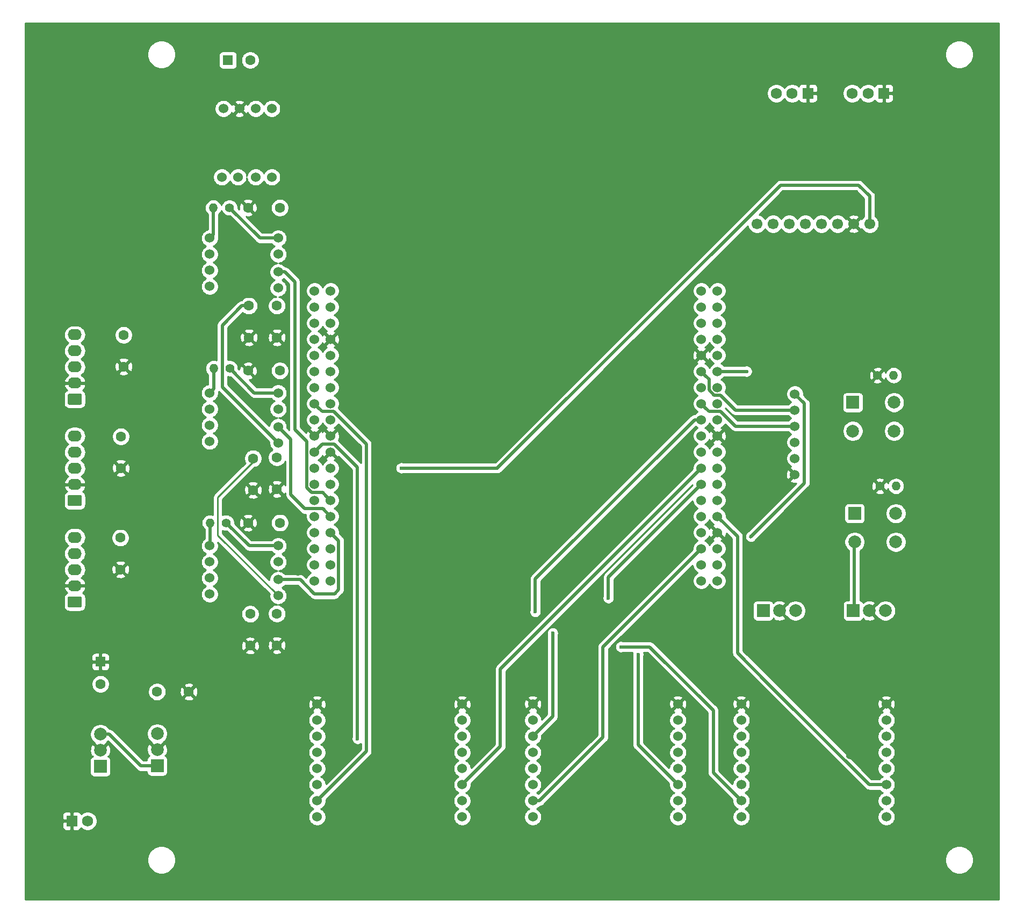
<source format=gbr>
G04 #@! TF.GenerationSoftware,KiCad,Pcbnew,(5.1.2)-2*
G04 #@! TF.CreationDate,2022-11-30T20:04:11+09:00*
G04 #@! TF.ProjectId,MCU_MotherBoard,4d43555f-4d6f-4746-9865-72426f617264,rev?*
G04 #@! TF.SameCoordinates,Original*
G04 #@! TF.FileFunction,Copper,L2,Bot*
G04 #@! TF.FilePolarity,Positive*
%FSLAX46Y46*%
G04 Gerber Fmt 4.6, Leading zero omitted, Abs format (unit mm)*
G04 Created by KiCad (PCBNEW (5.1.2)-2) date 2022-11-30 20:04:11*
%MOMM*%
%LPD*%
G04 APERTURE LIST*
%ADD10C,1.524000*%
%ADD11R,2.000000X2.000000*%
%ADD12C,2.000000*%
%ADD13C,1.600000*%
%ADD14R,1.600000X1.600000*%
%ADD15C,1.750000*%
%ADD16R,1.750000X1.750000*%
%ADD17O,2.200000X1.740000*%
%ADD18C,0.100000*%
%ADD19C,1.740000*%
%ADD20C,1.400000*%
%ADD21O,1.400000X1.400000*%
%ADD22C,1.700000*%
%ADD23C,0.600000*%
%ADD24C,0.500000*%
%ADD25C,0.250000*%
%ADD26C,0.254000*%
G04 APERTURE END LIST*
D10*
X130810000Y-99517200D03*
X130810000Y-86817200D03*
X133350000Y-99517200D03*
X130810000Y-84277200D03*
X133350000Y-89357200D03*
X133350000Y-84277200D03*
X133350000Y-86817200D03*
X130810000Y-89357200D03*
X133350000Y-96977200D03*
X133350000Y-107137200D03*
X133350000Y-102057200D03*
X130810000Y-107137200D03*
X133350000Y-104597200D03*
X130810000Y-91897200D03*
X130810000Y-102057200D03*
X133350000Y-94437200D03*
X130810000Y-96977200D03*
X133350000Y-91897200D03*
X130810000Y-94437200D03*
X130810000Y-104597200D03*
X130810000Y-79197200D03*
X133350000Y-81737200D03*
X130810000Y-76657200D03*
X130810000Y-81737200D03*
X133350000Y-79197200D03*
X133350000Y-76657200D03*
X130810000Y-69037200D03*
X130810000Y-71577200D03*
X130810000Y-74117200D03*
X133350000Y-74117200D03*
X133350000Y-71577200D03*
X130810000Y-63957200D03*
X130810000Y-61417200D03*
X133350000Y-63957200D03*
X133350000Y-69037200D03*
X130810000Y-66497200D03*
X133350000Y-61417200D03*
X133350000Y-66497200D03*
X72390000Y-66497200D03*
X72390000Y-61417200D03*
X69850000Y-66497200D03*
X72390000Y-63957200D03*
X69850000Y-61417200D03*
X69850000Y-63957200D03*
X72390000Y-74117200D03*
X72390000Y-69037200D03*
X69850000Y-74117200D03*
X72390000Y-71577200D03*
X69850000Y-69037200D03*
X69850000Y-71577200D03*
X72390000Y-81737200D03*
X72390000Y-76657200D03*
X69850000Y-81737200D03*
X72390000Y-79197200D03*
X69850000Y-76657200D03*
X69850000Y-79197200D03*
X69850000Y-102057200D03*
X72390000Y-104597200D03*
X72390000Y-102057200D03*
X69850000Y-104597200D03*
X69850000Y-107137200D03*
X72390000Y-107137200D03*
X69850000Y-94437200D03*
X72390000Y-96977200D03*
X72390000Y-94437200D03*
X69850000Y-96977200D03*
X69850000Y-99517200D03*
X72390000Y-99517200D03*
X69850000Y-91897200D03*
X72390000Y-91897200D03*
X69850000Y-89357200D03*
X72390000Y-89357200D03*
X69850000Y-86817200D03*
X72390000Y-86817200D03*
X72390000Y-84277200D03*
X69850000Y-84277200D03*
D11*
X36093400Y-136423400D03*
D12*
X36093400Y-133883400D03*
X36093400Y-131343400D03*
D13*
X36118800Y-123413400D03*
D14*
X36118800Y-119913400D03*
D13*
X50038000Y-124637800D03*
X45038000Y-124637800D03*
X59710200Y-25044400D03*
D14*
X56210200Y-25044400D03*
D13*
X59376500Y-48310800D03*
X64376500Y-48310800D03*
X63926500Y-68783200D03*
X63926500Y-63783200D03*
X59512200Y-63783200D03*
X59512200Y-68783200D03*
X39268400Y-100359200D03*
X39268400Y-105359200D03*
X59376500Y-97993200D03*
X64376500Y-97993200D03*
X59715400Y-117373400D03*
X59715400Y-112373400D03*
X63926500Y-112322600D03*
X63926500Y-117322600D03*
X59376500Y-74015600D03*
X64376500Y-74015600D03*
X60172600Y-92837000D03*
X60172600Y-87837000D03*
X63926500Y-87684600D03*
X63926500Y-92684600D03*
X39344600Y-84382600D03*
X39344600Y-89382600D03*
X39776400Y-68380600D03*
X39776400Y-73380600D03*
D15*
X142624800Y-30276800D03*
X145124800Y-30276800D03*
D16*
X147624800Y-30276800D03*
X159588800Y-30276800D03*
D15*
X157088800Y-30276800D03*
X154588800Y-30276800D03*
D16*
X31597600Y-145008600D03*
D15*
X34097600Y-145008600D03*
D17*
X32067600Y-68351400D03*
X32067600Y-70891400D03*
X32067600Y-73431400D03*
X32067600Y-75971400D03*
D18*
G36*
X32942105Y-77642604D02*
G01*
X32966373Y-77646204D01*
X32990172Y-77652165D01*
X33013271Y-77660430D01*
X33035450Y-77670920D01*
X33056493Y-77683532D01*
X33076199Y-77698147D01*
X33094377Y-77714623D01*
X33110853Y-77732801D01*
X33125468Y-77752507D01*
X33138080Y-77773550D01*
X33148570Y-77795729D01*
X33156835Y-77818828D01*
X33162796Y-77842627D01*
X33166396Y-77866895D01*
X33167600Y-77891399D01*
X33167600Y-79131401D01*
X33166396Y-79155905D01*
X33162796Y-79180173D01*
X33156835Y-79203972D01*
X33148570Y-79227071D01*
X33138080Y-79249250D01*
X33125468Y-79270293D01*
X33110853Y-79289999D01*
X33094377Y-79308177D01*
X33076199Y-79324653D01*
X33056493Y-79339268D01*
X33035450Y-79351880D01*
X33013271Y-79362370D01*
X32990172Y-79370635D01*
X32966373Y-79376596D01*
X32942105Y-79380196D01*
X32917601Y-79381400D01*
X31217599Y-79381400D01*
X31193095Y-79380196D01*
X31168827Y-79376596D01*
X31145028Y-79370635D01*
X31121929Y-79362370D01*
X31099750Y-79351880D01*
X31078707Y-79339268D01*
X31059001Y-79324653D01*
X31040823Y-79308177D01*
X31024347Y-79289999D01*
X31009732Y-79270293D01*
X30997120Y-79249250D01*
X30986630Y-79227071D01*
X30978365Y-79203972D01*
X30972404Y-79180173D01*
X30968804Y-79155905D01*
X30967600Y-79131401D01*
X30967600Y-77891399D01*
X30968804Y-77866895D01*
X30972404Y-77842627D01*
X30978365Y-77818828D01*
X30986630Y-77795729D01*
X30997120Y-77773550D01*
X31009732Y-77752507D01*
X31024347Y-77732801D01*
X31040823Y-77714623D01*
X31059001Y-77698147D01*
X31078707Y-77683532D01*
X31099750Y-77670920D01*
X31121929Y-77660430D01*
X31145028Y-77652165D01*
X31168827Y-77646204D01*
X31193095Y-77642604D01*
X31217599Y-77641400D01*
X32917601Y-77641400D01*
X32942105Y-77642604D01*
X32942105Y-77642604D01*
G37*
D19*
X32067600Y-78511400D03*
D18*
G36*
X32942105Y-93619204D02*
G01*
X32966373Y-93622804D01*
X32990172Y-93628765D01*
X33013271Y-93637030D01*
X33035450Y-93647520D01*
X33056493Y-93660132D01*
X33076199Y-93674747D01*
X33094377Y-93691223D01*
X33110853Y-93709401D01*
X33125468Y-93729107D01*
X33138080Y-93750150D01*
X33148570Y-93772329D01*
X33156835Y-93795428D01*
X33162796Y-93819227D01*
X33166396Y-93843495D01*
X33167600Y-93867999D01*
X33167600Y-95108001D01*
X33166396Y-95132505D01*
X33162796Y-95156773D01*
X33156835Y-95180572D01*
X33148570Y-95203671D01*
X33138080Y-95225850D01*
X33125468Y-95246893D01*
X33110853Y-95266599D01*
X33094377Y-95284777D01*
X33076199Y-95301253D01*
X33056493Y-95315868D01*
X33035450Y-95328480D01*
X33013271Y-95338970D01*
X32990172Y-95347235D01*
X32966373Y-95353196D01*
X32942105Y-95356796D01*
X32917601Y-95358000D01*
X31217599Y-95358000D01*
X31193095Y-95356796D01*
X31168827Y-95353196D01*
X31145028Y-95347235D01*
X31121929Y-95338970D01*
X31099750Y-95328480D01*
X31078707Y-95315868D01*
X31059001Y-95301253D01*
X31040823Y-95284777D01*
X31024347Y-95266599D01*
X31009732Y-95246893D01*
X30997120Y-95225850D01*
X30986630Y-95203671D01*
X30978365Y-95180572D01*
X30972404Y-95156773D01*
X30968804Y-95132505D01*
X30967600Y-95108001D01*
X30967600Y-93867999D01*
X30968804Y-93843495D01*
X30972404Y-93819227D01*
X30978365Y-93795428D01*
X30986630Y-93772329D01*
X30997120Y-93750150D01*
X31009732Y-93729107D01*
X31024347Y-93709401D01*
X31040823Y-93691223D01*
X31059001Y-93674747D01*
X31078707Y-93660132D01*
X31099750Y-93647520D01*
X31121929Y-93637030D01*
X31145028Y-93628765D01*
X31168827Y-93622804D01*
X31193095Y-93619204D01*
X31217599Y-93618000D01*
X32917601Y-93618000D01*
X32942105Y-93619204D01*
X32942105Y-93619204D01*
G37*
D19*
X32067600Y-94488000D03*
D17*
X32067600Y-91948000D03*
X32067600Y-89408000D03*
X32067600Y-86868000D03*
X32067600Y-84328000D03*
D18*
G36*
X32942105Y-109595804D02*
G01*
X32966373Y-109599404D01*
X32990172Y-109605365D01*
X33013271Y-109613630D01*
X33035450Y-109624120D01*
X33056493Y-109636732D01*
X33076199Y-109651347D01*
X33094377Y-109667823D01*
X33110853Y-109686001D01*
X33125468Y-109705707D01*
X33138080Y-109726750D01*
X33148570Y-109748929D01*
X33156835Y-109772028D01*
X33162796Y-109795827D01*
X33166396Y-109820095D01*
X33167600Y-109844599D01*
X33167600Y-111084601D01*
X33166396Y-111109105D01*
X33162796Y-111133373D01*
X33156835Y-111157172D01*
X33148570Y-111180271D01*
X33138080Y-111202450D01*
X33125468Y-111223493D01*
X33110853Y-111243199D01*
X33094377Y-111261377D01*
X33076199Y-111277853D01*
X33056493Y-111292468D01*
X33035450Y-111305080D01*
X33013271Y-111315570D01*
X32990172Y-111323835D01*
X32966373Y-111329796D01*
X32942105Y-111333396D01*
X32917601Y-111334600D01*
X31217599Y-111334600D01*
X31193095Y-111333396D01*
X31168827Y-111329796D01*
X31145028Y-111323835D01*
X31121929Y-111315570D01*
X31099750Y-111305080D01*
X31078707Y-111292468D01*
X31059001Y-111277853D01*
X31040823Y-111261377D01*
X31024347Y-111243199D01*
X31009732Y-111223493D01*
X30997120Y-111202450D01*
X30986630Y-111180271D01*
X30978365Y-111157172D01*
X30972404Y-111133373D01*
X30968804Y-111109105D01*
X30967600Y-111084601D01*
X30967600Y-109844599D01*
X30968804Y-109820095D01*
X30972404Y-109795827D01*
X30978365Y-109772028D01*
X30986630Y-109748929D01*
X30997120Y-109726750D01*
X31009732Y-109705707D01*
X31024347Y-109686001D01*
X31040823Y-109667823D01*
X31059001Y-109651347D01*
X31078707Y-109636732D01*
X31099750Y-109624120D01*
X31121929Y-109613630D01*
X31145028Y-109605365D01*
X31168827Y-109599404D01*
X31193095Y-109595804D01*
X31217599Y-109594600D01*
X32917601Y-109594600D01*
X32942105Y-109595804D01*
X32942105Y-109595804D01*
G37*
D19*
X32067600Y-110464600D03*
D17*
X32067600Y-107924600D03*
X32067600Y-105384600D03*
X32067600Y-102844600D03*
X32067600Y-100304600D03*
D20*
X158584900Y-74742040D03*
D21*
X161124900Y-74742040D03*
X161480500Y-92212160D03*
D20*
X158940500Y-92212160D03*
D21*
X53898800Y-48310800D03*
D20*
X56438800Y-48310800D03*
X55930800Y-97993200D03*
D21*
X53390800Y-97993200D03*
D20*
X56489600Y-73634600D03*
D21*
X53949600Y-73634600D03*
D11*
X154686000Y-79015200D03*
D12*
X161186000Y-79015200D03*
X154686000Y-83515200D03*
X161186000Y-83515200D03*
X161467800Y-101020000D03*
X154967800Y-101020000D03*
X161467800Y-96520000D03*
D11*
X154967800Y-96520000D03*
D12*
X159828800Y-111861600D03*
X157288800Y-111861600D03*
D11*
X154748800Y-111861600D03*
X45059600Y-136321800D03*
D12*
X45059600Y-133781800D03*
X45059600Y-131241800D03*
D10*
X127114300Y-144361200D03*
X127114300Y-141821200D03*
X127114300Y-139281200D03*
X127114300Y-136741200D03*
X127114300Y-134201200D03*
X127114300Y-131661200D03*
X127114300Y-129121200D03*
X127114300Y-126581200D03*
X104254300Y-144361200D03*
X104254300Y-141821200D03*
X104254300Y-139281200D03*
X104254300Y-136741200D03*
X104254300Y-134201200D03*
X104254300Y-131661200D03*
X104254300Y-129121200D03*
X104254300Y-126581200D03*
X137103800Y-126581200D03*
X137103800Y-129121200D03*
X137103800Y-131661200D03*
X137103800Y-134201200D03*
X137103800Y-136741200D03*
X137103800Y-139281200D03*
X137103800Y-141821200D03*
X137103800Y-144361200D03*
X159963800Y-126581200D03*
X159963800Y-129121200D03*
X159963800Y-131661200D03*
X159963800Y-134201200D03*
X159963800Y-136741200D03*
X159963800Y-139281200D03*
X159963800Y-141821200D03*
X159963800Y-144361200D03*
X93116400Y-144361200D03*
X93116400Y-141821200D03*
X93116400Y-139281200D03*
X93116400Y-136741200D03*
X93116400Y-134201200D03*
X93116400Y-131661200D03*
X93116400Y-129121200D03*
X93116400Y-126581200D03*
X70256400Y-144361200D03*
X70256400Y-141821200D03*
X70256400Y-139281200D03*
X70256400Y-136741200D03*
X70256400Y-134201200D03*
X70256400Y-131661200D03*
X70256400Y-129121200D03*
X70256400Y-126581200D03*
X145542000Y-77673200D03*
X145542000Y-80213200D03*
X145542000Y-82753200D03*
X145542000Y-85293200D03*
X145542000Y-87833200D03*
X145542000Y-90373200D03*
D22*
X157353000Y-50876200D03*
X154813000Y-50876200D03*
X152273000Y-50876200D03*
X149733000Y-50876200D03*
X147193000Y-50876200D03*
X144653000Y-50876200D03*
X142113000Y-50876200D03*
X139573000Y-50876200D03*
D12*
X145643600Y-111861600D03*
X143103600Y-111861600D03*
D11*
X140563600Y-111861600D03*
D10*
X63119000Y-32689800D03*
X60579000Y-32689800D03*
X55499000Y-32689800D03*
X55245000Y-43484800D03*
X57785000Y-43484800D03*
X60579000Y-43484800D03*
X63119000Y-43484800D03*
X58039000Y-32689800D03*
X53326500Y-53111400D03*
X53326500Y-55651400D03*
X53326500Y-60731400D03*
X64121500Y-60985400D03*
X64121500Y-58445400D03*
X64121500Y-55651400D03*
X64121500Y-53111400D03*
X53326500Y-58191400D03*
X53326500Y-101625400D03*
X53326500Y-104165400D03*
X53326500Y-109245400D03*
X64121500Y-109499400D03*
X64121500Y-106959400D03*
X64121500Y-104165400D03*
X64121500Y-101625400D03*
X53326500Y-106705400D03*
X53326500Y-82600800D03*
X64121500Y-77520800D03*
X64121500Y-80060800D03*
X64121500Y-82854800D03*
X64121500Y-85394800D03*
X53326500Y-85140800D03*
X53326500Y-80060800D03*
X53326500Y-77520800D03*
D23*
X45720000Y-77470000D03*
X41275000Y-77470000D03*
X49530000Y-72390000D03*
X49530000Y-66675000D03*
X49530000Y-77470000D03*
X36830000Y-77470000D03*
X36830000Y-81280000D03*
X41275000Y-81280000D03*
X45720000Y-81280000D03*
X49530000Y-81280000D03*
X42545000Y-89535000D03*
X47625000Y-85725000D03*
X46355000Y-88265000D03*
X41275000Y-93980000D03*
X45720000Y-93980000D03*
X49530000Y-93980000D03*
X49530000Y-97155000D03*
X45720000Y-97155000D03*
X41275000Y-97155000D03*
X37465000Y-97155000D03*
X37465000Y-93980000D03*
X45720000Y-100330000D03*
X49530000Y-100330000D03*
X53340000Y-88265000D03*
X53340000Y-93980000D03*
X53340000Y-90805000D03*
X43180000Y-105410000D03*
X48260000Y-105410000D03*
X45720000Y-105410000D03*
X50165000Y-105410000D03*
X43180000Y-111760000D03*
X45720000Y-111760000D03*
X48260000Y-111760000D03*
X50165000Y-111760000D03*
X40005000Y-111760000D03*
X36830000Y-111760000D03*
X50165000Y-115570000D03*
X46355000Y-115570000D03*
X43180000Y-115570000D03*
X40005000Y-115570000D03*
X45085000Y-119380000D03*
X45085000Y-117475000D03*
X25400000Y-72390000D03*
X25400000Y-76835000D03*
X25400000Y-84455000D03*
X25400000Y-91440000D03*
X25400000Y-97790000D03*
X25400000Y-102235000D03*
X25400000Y-110490000D03*
X25400000Y-106045000D03*
X25400000Y-115570000D03*
X151130000Y-29845000D03*
X155575000Y-55880000D03*
X155575000Y-59055000D03*
X159385000Y-59055000D03*
X159385000Y-62230000D03*
X162560000Y-62230000D03*
X155575000Y-62230000D03*
X151765000Y-62230000D03*
X148590000Y-66040000D03*
X155575000Y-66040000D03*
X151765000Y-66040000D03*
X159385000Y-66040000D03*
X162560000Y-66040000D03*
X162560000Y-69215000D03*
X159385000Y-69215000D03*
X155575000Y-69215000D03*
X151765000Y-69215000D03*
X148590000Y-69215000D03*
X145415000Y-69215000D03*
X145415000Y-72390000D03*
X142875000Y-72390000D03*
X148590000Y-72390000D03*
X155575000Y-72390000D03*
X151765000Y-72390000D03*
X159385000Y-72390000D03*
X142875000Y-78105000D03*
X139700000Y-78105000D03*
X139700000Y-81280000D03*
X142875000Y-81280000D03*
X148590000Y-78105000D03*
X151765000Y-78105000D03*
X151765000Y-81280000D03*
X148590000Y-81280000D03*
X148590000Y-85090000D03*
X145415000Y-109220000D03*
X151765000Y-109220000D03*
X62230000Y-90170000D03*
X67310000Y-97790000D03*
X61595000Y-97790000D03*
X60325000Y-100330000D03*
X60960000Y-72390000D03*
X59690000Y-66675000D03*
X64135000Y-66675000D03*
X62230000Y-48260000D03*
X59055000Y-45720000D03*
X60960000Y-54610000D03*
X58420000Y-54610000D03*
X58420000Y-57785000D03*
X56515000Y-60325000D03*
X53975000Y-64135000D03*
X53975000Y-67945000D03*
X53975000Y-70485000D03*
X60960000Y-74930000D03*
X60960000Y-79375000D03*
X58420000Y-77470000D03*
X58420000Y-82550000D03*
X56515000Y-85090000D03*
X54610000Y-86995000D03*
X64135000Y-90170000D03*
X60325000Y-90170000D03*
X64135000Y-95250000D03*
X67310000Y-100330000D03*
X67310000Y-103505000D03*
X60325000Y-103505000D03*
X67310000Y-106045000D03*
X57150000Y-107315000D03*
X60325000Y-109220000D03*
X57150000Y-113030000D03*
X55245000Y-115570000D03*
X53340000Y-111760000D03*
X55245000Y-117475000D03*
X55245000Y-119380000D03*
X55245000Y-121920000D03*
X55245000Y-124460000D03*
X55245000Y-126365000D03*
X53340000Y-126365000D03*
X53340000Y-124460000D03*
X53340000Y-121920000D03*
X53340000Y-119380000D03*
X51435000Y-121920000D03*
X51435000Y-126365000D03*
X51435000Y-128905000D03*
X53340000Y-128905000D03*
X53340000Y-132080000D03*
X51435000Y-132080000D03*
X51435000Y-134620000D03*
X53340000Y-134620000D03*
D20*
X154305000Y-134620000D03*
X154305000Y-142240000D03*
X144145000Y-142240000D03*
X144145000Y-134620000D03*
X120015000Y-138430000D03*
X113030000Y-138430000D03*
X113030000Y-144780000D03*
X120015000Y-144780000D03*
X111760000Y-123190000D03*
X111760000Y-114935000D03*
X125095000Y-104140000D03*
X115570000Y-100330000D03*
X109220000Y-107315000D03*
D23*
X163830000Y-114935000D03*
X163830000Y-119380000D03*
X163830000Y-125730000D03*
X163830000Y-132080000D03*
X163830000Y-137795000D03*
X163830000Y-142240000D03*
X87630000Y-138430000D03*
X76200000Y-138430000D03*
X76200000Y-144780000D03*
X87630000Y-144780000D03*
X82550000Y-144780000D03*
X82550000Y-138430000D03*
X83185000Y-97155000D03*
X83185000Y-107950000D03*
X94615000Y-97155000D03*
X94615000Y-107950000D03*
X83185000Y-118745000D03*
X83185000Y-125730000D03*
X88900000Y-113665000D03*
X72390000Y-114935000D03*
X72390000Y-123190000D03*
X83185000Y-81280000D03*
X83185000Y-86995000D03*
X91440000Y-86995000D03*
X91440000Y-92710000D03*
X83185000Y-93345000D03*
X80010000Y-81280000D03*
X80010000Y-93345000D03*
X83185000Y-102235000D03*
X94615000Y-102235000D03*
X104775000Y-102235000D03*
X40640000Y-126365000D03*
X40640000Y-130810000D03*
X40640000Y-137795000D03*
X40640000Y-143510000D03*
X94615000Y-120650000D03*
X101600000Y-114935000D03*
X88900000Y-129540000D03*
X83185000Y-132715000D03*
X97790000Y-125730000D03*
X97155000Y-132715000D03*
X104140000Y-120650000D03*
X104775000Y-123190000D03*
X139700000Y-87630000D03*
X142875000Y-87630000D03*
X142875000Y-92075000D03*
X139700000Y-92075000D03*
X148590000Y-92075000D03*
X151765000Y-92075000D03*
X151765000Y-88900000D03*
X151765000Y-95250000D03*
X148590000Y-95250000D03*
X155575000Y-92075000D03*
X155575000Y-88900000D03*
X151765000Y-117475000D03*
X145415000Y-117475000D03*
X151765000Y-126365000D03*
X134620000Y-117475000D03*
X126365000Y-117475000D03*
X126365000Y-123190000D03*
X134620000Y-123190000D03*
X141605000Y-117475000D03*
X83515200Y-89357200D03*
X120853200Y-118745000D03*
X138620500Y-100164900D03*
X116154200Y-109855000D03*
X107391200Y-115392200D03*
X104648000Y-112039400D03*
X137947400Y-74117200D03*
X118135400Y-117551200D03*
X76631800Y-132029200D03*
D24*
X43559600Y-136321800D02*
X45059600Y-136321800D01*
X42486013Y-136321800D02*
X43559600Y-136321800D01*
X37507613Y-131343400D02*
X42486013Y-136321800D01*
X36093400Y-131343400D02*
X37507613Y-131343400D01*
X58380830Y-63783200D02*
X55298340Y-66865690D01*
X59512200Y-63783200D02*
X58380830Y-63783200D01*
X55298340Y-76571640D02*
X64121500Y-85394800D01*
X55298340Y-66865690D02*
X55298340Y-76571640D01*
D25*
X60172600Y-88417400D02*
X60172600Y-87837000D01*
X54610000Y-93980000D02*
X60172600Y-88417400D01*
X64121500Y-109499400D02*
X54610000Y-99987900D01*
X54610000Y-99987900D02*
X54610000Y-93980000D01*
D24*
X53898800Y-52539100D02*
X53326500Y-53111400D01*
X53898800Y-48310800D02*
X53898800Y-52539100D01*
X61239400Y-53111400D02*
X64121500Y-53111400D01*
X56438800Y-48310800D02*
X61239400Y-53111400D01*
X59563000Y-101625400D02*
X64121500Y-101625400D01*
X55930800Y-97993200D02*
X59563000Y-101625400D01*
X53390800Y-101561100D02*
X53326500Y-101625400D01*
X53390800Y-97993200D02*
X53390800Y-101561100D01*
X60375800Y-77520800D02*
X64121500Y-77520800D01*
X56489600Y-73634600D02*
X60375800Y-77520800D01*
X53949600Y-76897700D02*
X53326500Y-77520800D01*
X53949600Y-73634600D02*
X53949600Y-76897700D01*
X154915800Y-111694600D02*
X154748800Y-111861600D01*
X154915800Y-101005200D02*
X154915800Y-111694600D01*
X83515200Y-89357200D02*
X98723998Y-89357200D01*
X98729800Y-89351398D02*
X98729800Y-89357200D01*
X143300998Y-44780200D02*
X98729800Y-89351398D01*
X155625800Y-44780200D02*
X143300998Y-44780200D01*
X157353000Y-50876200D02*
X157353000Y-46507400D01*
X157353000Y-46507400D02*
X155625800Y-44780200D01*
X120853200Y-133020100D02*
X120853200Y-118745000D01*
X127114300Y-139281200D02*
X120853200Y-133020100D01*
X120853200Y-118745000D02*
X120853200Y-118745000D01*
X93116400Y-139281200D02*
X99136200Y-133261400D01*
X99136200Y-121031000D02*
X130810000Y-89357200D01*
X99136200Y-133261400D02*
X99136200Y-121031000D01*
X159963800Y-139281200D02*
X157289800Y-139281200D01*
X157289800Y-139281200D02*
X141401800Y-123393200D01*
X136525000Y-100152200D02*
X133350000Y-96977200D01*
X136525000Y-118516400D02*
X136525000Y-100152200D01*
X141401800Y-123393200D02*
X136525000Y-118516400D01*
X147054001Y-79185201D02*
X147054001Y-91731399D01*
X145542000Y-77673200D02*
X147054001Y-79185201D01*
X147054001Y-91731399D02*
X138620500Y-100164900D01*
X138620500Y-100164900D02*
X138582400Y-100203000D01*
X116154200Y-106553000D02*
X116154200Y-109855000D01*
X130810000Y-91897200D02*
X116154200Y-106553000D01*
X105331930Y-141821200D02*
X115316000Y-131837130D01*
X104254300Y-141821200D02*
X105331930Y-141821200D01*
X115316000Y-117551200D02*
X130810000Y-102057200D01*
X115316000Y-131837130D02*
X115316000Y-117551200D01*
X131571999Y-79959199D02*
X130810000Y-79197200D01*
X132022001Y-80409201D02*
X131571999Y-79959199D01*
X133815763Y-80409201D02*
X132022001Y-80409201D01*
X136159762Y-82753200D02*
X133815763Y-80409201D01*
X145542000Y-82753200D02*
X136159762Y-82753200D01*
X105466301Y-130449199D02*
X105466301Y-130448899D01*
X104254300Y-131661200D02*
X105466301Y-130449199D01*
X105466301Y-130448899D02*
X107391200Y-128524000D01*
X107391200Y-128524000D02*
X107391200Y-115392200D01*
X107391200Y-115392200D02*
X107391200Y-115392200D01*
X104648000Y-111615136D02*
X104648000Y-112039400D01*
X104648000Y-106821570D02*
X104648000Y-111615136D01*
X129732370Y-81737200D02*
X104648000Y-106821570D01*
X130810000Y-81737200D02*
X129732370Y-81737200D01*
X131571999Y-74879199D02*
X130810000Y-74117200D01*
X132022001Y-77056401D02*
X132022001Y-75329201D01*
X132834801Y-77869201D02*
X132022001Y-77056401D01*
X132022001Y-75329201D02*
X131571999Y-74879199D01*
X133815763Y-77869201D02*
X132834801Y-77869201D01*
X136159762Y-80213200D02*
X133815763Y-77869201D01*
X145542000Y-80213200D02*
X136159762Y-80213200D01*
X133350000Y-74117200D02*
X134427630Y-74117200D01*
X134427630Y-74117200D02*
X137947400Y-74117200D01*
X137947400Y-74117200D02*
X137947400Y-74117200D01*
X137103800Y-141821200D02*
X132689600Y-137407000D01*
X132689600Y-137407000D02*
X132689600Y-127584200D01*
X132689600Y-127584200D02*
X122656600Y-117551200D01*
X122656600Y-117551200D02*
X118135400Y-117551200D01*
X118135400Y-117551200D02*
X118135400Y-117551200D01*
X70611999Y-79959199D02*
X69850000Y-79197200D01*
X71062001Y-80409201D02*
X70611999Y-79959199D01*
X72855763Y-80409201D02*
X71062001Y-80409201D01*
X78028800Y-85582238D02*
X72855763Y-80409201D01*
X78028800Y-134048800D02*
X78028800Y-85582238D01*
X70256400Y-141821200D02*
X78028800Y-134048800D01*
X66116200Y-84849500D02*
X64121500Y-82854800D01*
X66116200Y-93573600D02*
X66116200Y-84849500D01*
X68307799Y-95765199D02*
X66116200Y-93573600D01*
X72390000Y-96977200D02*
X71177999Y-95765199D01*
X71177999Y-95765199D02*
X68307799Y-95765199D01*
X71177999Y-93225199D02*
X71628001Y-93675201D01*
X69384237Y-93225199D02*
X71177999Y-93225199D01*
X71628001Y-93675201D02*
X72390000Y-94437200D01*
X65199130Y-58445400D02*
X66751200Y-59997470D01*
X64121500Y-58445400D02*
X65199130Y-58445400D01*
X66751200Y-59997470D02*
X66751200Y-83261200D01*
X66751200Y-83261200D02*
X68637999Y-85147999D01*
X68637999Y-85147999D02*
X68637999Y-92478961D01*
X68637999Y-92478961D02*
X69384237Y-93225199D01*
X73660000Y-100787200D02*
X72390000Y-99517200D01*
X73660000Y-108559600D02*
X73660000Y-100787200D01*
X72999600Y-109220000D02*
X73660000Y-108559600D01*
X69850000Y-109220000D02*
X72999600Y-109220000D01*
X64121500Y-106959400D02*
X67589400Y-106959400D01*
X67589400Y-106959400D02*
X69850000Y-109220000D01*
X72971761Y-85605199D02*
X76631800Y-89265238D01*
X69850000Y-86817200D02*
X71062001Y-85605199D01*
X71062001Y-85605199D02*
X72971761Y-85605199D01*
X76631800Y-89265238D02*
X76631800Y-97866200D01*
X76631800Y-97866200D02*
X76631800Y-132029200D01*
X76631800Y-132029200D02*
X76631800Y-132029200D01*
D26*
G36*
X177673000Y-157353000D02*
G01*
X24257000Y-157353000D01*
X24257000Y-150909872D01*
X43485000Y-150909872D01*
X43485000Y-151350128D01*
X43570890Y-151781925D01*
X43739369Y-152188669D01*
X43983962Y-152554729D01*
X44295271Y-152866038D01*
X44661331Y-153110631D01*
X45068075Y-153279110D01*
X45499872Y-153365000D01*
X45940128Y-153365000D01*
X46371925Y-153279110D01*
X46778669Y-153110631D01*
X47144729Y-152866038D01*
X47456038Y-152554729D01*
X47700631Y-152188669D01*
X47869110Y-151781925D01*
X47955000Y-151350128D01*
X47955000Y-150909872D01*
X169215000Y-150909872D01*
X169215000Y-151350128D01*
X169300890Y-151781925D01*
X169469369Y-152188669D01*
X169713962Y-152554729D01*
X170025271Y-152866038D01*
X170391331Y-153110631D01*
X170798075Y-153279110D01*
X171229872Y-153365000D01*
X171670128Y-153365000D01*
X172101925Y-153279110D01*
X172508669Y-153110631D01*
X172874729Y-152866038D01*
X173186038Y-152554729D01*
X173430631Y-152188669D01*
X173599110Y-151781925D01*
X173685000Y-151350128D01*
X173685000Y-150909872D01*
X173599110Y-150478075D01*
X173430631Y-150071331D01*
X173186038Y-149705271D01*
X172874729Y-149393962D01*
X172508669Y-149149369D01*
X172101925Y-148980890D01*
X171670128Y-148895000D01*
X171229872Y-148895000D01*
X170798075Y-148980890D01*
X170391331Y-149149369D01*
X170025271Y-149393962D01*
X169713962Y-149705271D01*
X169469369Y-150071331D01*
X169300890Y-150478075D01*
X169215000Y-150909872D01*
X47955000Y-150909872D01*
X47869110Y-150478075D01*
X47700631Y-150071331D01*
X47456038Y-149705271D01*
X47144729Y-149393962D01*
X46778669Y-149149369D01*
X46371925Y-148980890D01*
X45940128Y-148895000D01*
X45499872Y-148895000D01*
X45068075Y-148980890D01*
X44661331Y-149149369D01*
X44295271Y-149393962D01*
X43983962Y-149705271D01*
X43739369Y-150071331D01*
X43570890Y-150478075D01*
X43485000Y-150909872D01*
X24257000Y-150909872D01*
X24257000Y-145883600D01*
X30084528Y-145883600D01*
X30096788Y-146008082D01*
X30133098Y-146127780D01*
X30192063Y-146238094D01*
X30271415Y-146334785D01*
X30368106Y-146414137D01*
X30478420Y-146473102D01*
X30598118Y-146509412D01*
X30722600Y-146521672D01*
X31311850Y-146518600D01*
X31470600Y-146359850D01*
X31470600Y-145135600D01*
X30246350Y-145135600D01*
X30087600Y-145294350D01*
X30084528Y-145883600D01*
X24257000Y-145883600D01*
X24257000Y-144133600D01*
X30084528Y-144133600D01*
X30087600Y-144722850D01*
X30246350Y-144881600D01*
X31470600Y-144881600D01*
X31470600Y-143657350D01*
X31724600Y-143657350D01*
X31724600Y-144881600D01*
X31744600Y-144881600D01*
X31744600Y-145135600D01*
X31724600Y-145135600D01*
X31724600Y-146359850D01*
X31883350Y-146518600D01*
X32472600Y-146521672D01*
X32597082Y-146509412D01*
X32716780Y-146473102D01*
X32827094Y-146414137D01*
X32923785Y-146334785D01*
X33003137Y-146238094D01*
X33062102Y-146127780D01*
X33066574Y-146113036D01*
X33135031Y-146181493D01*
X33382347Y-146346744D01*
X33657149Y-146460571D01*
X33948878Y-146518600D01*
X34246322Y-146518600D01*
X34538051Y-146460571D01*
X34812853Y-146346744D01*
X35060169Y-146181493D01*
X35270493Y-145971169D01*
X35435744Y-145723853D01*
X35549571Y-145449051D01*
X35607600Y-145157322D01*
X35607600Y-144859878D01*
X35549571Y-144568149D01*
X35435744Y-144293347D01*
X35270493Y-144046031D01*
X35060169Y-143835707D01*
X34812853Y-143670456D01*
X34538051Y-143556629D01*
X34246322Y-143498600D01*
X33948878Y-143498600D01*
X33657149Y-143556629D01*
X33382347Y-143670456D01*
X33135031Y-143835707D01*
X33066574Y-143904164D01*
X33062102Y-143889420D01*
X33003137Y-143779106D01*
X32923785Y-143682415D01*
X32827094Y-143603063D01*
X32716780Y-143544098D01*
X32597082Y-143507788D01*
X32472600Y-143495528D01*
X31883350Y-143498600D01*
X31724600Y-143657350D01*
X31470600Y-143657350D01*
X31311850Y-143498600D01*
X30722600Y-143495528D01*
X30598118Y-143507788D01*
X30478420Y-143544098D01*
X30368106Y-143603063D01*
X30271415Y-143682415D01*
X30192063Y-143779106D01*
X30133098Y-143889420D01*
X30096788Y-144009118D01*
X30084528Y-144133600D01*
X24257000Y-144133600D01*
X24257000Y-133945995D01*
X34451682Y-133945995D01*
X34495439Y-134265075D01*
X34600605Y-134569488D01*
X34693586Y-134743444D01*
X34900433Y-134818363D01*
X34849220Y-134833898D01*
X34738906Y-134892863D01*
X34642215Y-134972215D01*
X34562863Y-135068906D01*
X34503898Y-135179220D01*
X34467588Y-135298918D01*
X34455328Y-135423400D01*
X34455328Y-137423400D01*
X34467588Y-137547882D01*
X34503898Y-137667580D01*
X34562863Y-137777894D01*
X34642215Y-137874585D01*
X34738906Y-137953937D01*
X34849220Y-138012902D01*
X34968918Y-138049212D01*
X35093400Y-138061472D01*
X37093400Y-138061472D01*
X37217882Y-138049212D01*
X37337580Y-138012902D01*
X37447894Y-137953937D01*
X37544585Y-137874585D01*
X37623937Y-137777894D01*
X37682902Y-137667580D01*
X37719212Y-137547882D01*
X37731472Y-137423400D01*
X37731472Y-135423400D01*
X37719212Y-135298918D01*
X37682902Y-135179220D01*
X37623937Y-135068906D01*
X37544585Y-134972215D01*
X37447894Y-134892863D01*
X37337580Y-134833898D01*
X37286367Y-134818363D01*
X37493214Y-134743444D01*
X37634104Y-134453829D01*
X37715784Y-134142292D01*
X37735118Y-133820805D01*
X37691361Y-133501725D01*
X37586195Y-133197312D01*
X37493214Y-133023356D01*
X37228813Y-132927592D01*
X36273005Y-133883400D01*
X36287148Y-133897543D01*
X36107543Y-134077148D01*
X36093400Y-134063005D01*
X36079258Y-134077148D01*
X35899653Y-133897543D01*
X35913795Y-133883400D01*
X34957987Y-132927592D01*
X34693586Y-133023356D01*
X34552696Y-133312971D01*
X34471016Y-133624508D01*
X34451682Y-133945995D01*
X24257000Y-133945995D01*
X24257000Y-131182367D01*
X34458400Y-131182367D01*
X34458400Y-131504433D01*
X34521232Y-131820312D01*
X34644482Y-132117863D01*
X34823413Y-132385652D01*
X35051148Y-132613387D01*
X35160000Y-132686120D01*
X35137592Y-132747987D01*
X36093400Y-133703795D01*
X37049208Y-132747987D01*
X37026800Y-132686120D01*
X37135652Y-132613387D01*
X37330837Y-132418202D01*
X41829483Y-136916849D01*
X41857196Y-136950617D01*
X41890964Y-136978330D01*
X41890966Y-136978332D01*
X41991954Y-137061211D01*
X42145700Y-137143389D01*
X42312523Y-137193995D01*
X42442536Y-137206800D01*
X42442544Y-137206800D01*
X42486013Y-137211081D01*
X42529482Y-137206800D01*
X43421528Y-137206800D01*
X43421528Y-137321800D01*
X43433788Y-137446282D01*
X43470098Y-137565980D01*
X43529063Y-137676294D01*
X43608415Y-137772985D01*
X43705106Y-137852337D01*
X43815420Y-137911302D01*
X43935118Y-137947612D01*
X44059600Y-137959872D01*
X46059600Y-137959872D01*
X46184082Y-137947612D01*
X46303780Y-137911302D01*
X46414094Y-137852337D01*
X46510785Y-137772985D01*
X46590137Y-137676294D01*
X46649102Y-137565980D01*
X46685412Y-137446282D01*
X46697672Y-137321800D01*
X46697672Y-135321800D01*
X46685412Y-135197318D01*
X46649102Y-135077620D01*
X46590137Y-134967306D01*
X46510785Y-134870615D01*
X46414094Y-134791263D01*
X46303780Y-134732298D01*
X46252567Y-134716763D01*
X46459414Y-134641844D01*
X46600304Y-134352229D01*
X46681984Y-134040692D01*
X46701318Y-133719205D01*
X46657561Y-133400125D01*
X46552395Y-133095712D01*
X46459414Y-132921756D01*
X46195013Y-132825992D01*
X45239205Y-133781800D01*
X45253348Y-133795943D01*
X45073743Y-133975548D01*
X45059600Y-133961405D01*
X45045458Y-133975548D01*
X44865853Y-133795943D01*
X44879995Y-133781800D01*
X43924187Y-132825992D01*
X43659786Y-132921756D01*
X43518896Y-133211371D01*
X43437216Y-133522908D01*
X43417882Y-133844395D01*
X43461639Y-134163475D01*
X43566805Y-134467888D01*
X43659786Y-134641844D01*
X43866633Y-134716763D01*
X43815420Y-134732298D01*
X43705106Y-134791263D01*
X43608415Y-134870615D01*
X43529063Y-134967306D01*
X43470098Y-135077620D01*
X43433788Y-135197318D01*
X43421528Y-135321800D01*
X43421528Y-135436800D01*
X42852592Y-135436800D01*
X38496559Y-131080767D01*
X43424600Y-131080767D01*
X43424600Y-131402833D01*
X43487432Y-131718712D01*
X43610682Y-132016263D01*
X43789613Y-132284052D01*
X44017348Y-132511787D01*
X44126200Y-132584520D01*
X44103792Y-132646387D01*
X45059600Y-133602195D01*
X46015408Y-132646387D01*
X45993000Y-132584520D01*
X46101852Y-132511787D01*
X46329587Y-132284052D01*
X46508518Y-132016263D01*
X46631768Y-131718712D01*
X46694600Y-131402833D01*
X46694600Y-131080767D01*
X46631768Y-130764888D01*
X46508518Y-130467337D01*
X46329587Y-130199548D01*
X46101852Y-129971813D01*
X45834063Y-129792882D01*
X45536512Y-129669632D01*
X45220633Y-129606800D01*
X44898567Y-129606800D01*
X44582688Y-129669632D01*
X44285137Y-129792882D01*
X44017348Y-129971813D01*
X43789613Y-130199548D01*
X43610682Y-130467337D01*
X43487432Y-130764888D01*
X43424600Y-131080767D01*
X38496559Y-131080767D01*
X38164147Y-130748356D01*
X38136430Y-130714583D01*
X38001672Y-130603989D01*
X37847926Y-130521811D01*
X37681103Y-130471205D01*
X37551090Y-130458400D01*
X37551082Y-130458400D01*
X37507613Y-130454119D01*
X37468193Y-130458001D01*
X37363387Y-130301148D01*
X37135652Y-130073413D01*
X36867863Y-129894482D01*
X36570312Y-129771232D01*
X36254433Y-129708400D01*
X35932367Y-129708400D01*
X35616488Y-129771232D01*
X35318937Y-129894482D01*
X35051148Y-130073413D01*
X34823413Y-130301148D01*
X34644482Y-130568937D01*
X34521232Y-130866488D01*
X34458400Y-131182367D01*
X24257000Y-131182367D01*
X24257000Y-126653217D01*
X68854490Y-126653217D01*
X68895478Y-126925333D01*
X68988764Y-127184223D01*
X69050744Y-127300180D01*
X69290835Y-127367160D01*
X70076795Y-126581200D01*
X70436005Y-126581200D01*
X71221965Y-127367160D01*
X71462056Y-127300180D01*
X71579156Y-127051152D01*
X71645423Y-126784065D01*
X71658310Y-126509183D01*
X71617322Y-126237067D01*
X71524036Y-125978177D01*
X71462056Y-125862220D01*
X71221965Y-125795240D01*
X70436005Y-126581200D01*
X70076795Y-126581200D01*
X69290835Y-125795240D01*
X69050744Y-125862220D01*
X68933644Y-126111248D01*
X68867377Y-126378335D01*
X68854490Y-126653217D01*
X24257000Y-126653217D01*
X24257000Y-123272065D01*
X34683800Y-123272065D01*
X34683800Y-123554735D01*
X34738947Y-123831974D01*
X34847120Y-124093127D01*
X35004163Y-124328159D01*
X35204041Y-124528037D01*
X35439073Y-124685080D01*
X35700226Y-124793253D01*
X35977465Y-124848400D01*
X36260135Y-124848400D01*
X36537374Y-124793253D01*
X36798527Y-124685080D01*
X37033559Y-124528037D01*
X37065131Y-124496465D01*
X43603000Y-124496465D01*
X43603000Y-124779135D01*
X43658147Y-125056374D01*
X43766320Y-125317527D01*
X43923363Y-125552559D01*
X44123241Y-125752437D01*
X44358273Y-125909480D01*
X44619426Y-126017653D01*
X44896665Y-126072800D01*
X45179335Y-126072800D01*
X45456574Y-126017653D01*
X45717727Y-125909480D01*
X45952759Y-125752437D01*
X46074694Y-125630502D01*
X49224903Y-125630502D01*
X49296486Y-125874471D01*
X49551996Y-125995371D01*
X49826184Y-126064100D01*
X50108512Y-126078017D01*
X50388130Y-126036587D01*
X50654292Y-125941403D01*
X50779514Y-125874471D01*
X50851097Y-125630502D01*
X50836230Y-125615635D01*
X69470440Y-125615635D01*
X70256400Y-126401595D01*
X71042360Y-125615635D01*
X70975380Y-125375544D01*
X70726352Y-125258444D01*
X70459265Y-125192177D01*
X70184383Y-125179290D01*
X69912267Y-125220278D01*
X69653377Y-125313564D01*
X69537420Y-125375544D01*
X69470440Y-125615635D01*
X50836230Y-125615635D01*
X50038000Y-124817405D01*
X49224903Y-125630502D01*
X46074694Y-125630502D01*
X46152637Y-125552559D01*
X46309680Y-125317527D01*
X46417853Y-125056374D01*
X46473000Y-124779135D01*
X46473000Y-124708312D01*
X48597783Y-124708312D01*
X48639213Y-124987930D01*
X48734397Y-125254092D01*
X48801329Y-125379314D01*
X49045298Y-125450897D01*
X49858395Y-124637800D01*
X50217605Y-124637800D01*
X51030702Y-125450897D01*
X51274671Y-125379314D01*
X51395571Y-125123804D01*
X51464300Y-124849616D01*
X51478217Y-124567288D01*
X51436787Y-124287670D01*
X51341603Y-124021508D01*
X51274671Y-123896286D01*
X51030702Y-123824703D01*
X50217605Y-124637800D01*
X49858395Y-124637800D01*
X49045298Y-123824703D01*
X48801329Y-123896286D01*
X48680429Y-124151796D01*
X48611700Y-124425984D01*
X48597783Y-124708312D01*
X46473000Y-124708312D01*
X46473000Y-124496465D01*
X46417853Y-124219226D01*
X46309680Y-123958073D01*
X46152637Y-123723041D01*
X46074694Y-123645098D01*
X49224903Y-123645098D01*
X50038000Y-124458195D01*
X50851097Y-123645098D01*
X50779514Y-123401129D01*
X50524004Y-123280229D01*
X50249816Y-123211500D01*
X49967488Y-123197583D01*
X49687870Y-123239013D01*
X49421708Y-123334197D01*
X49296486Y-123401129D01*
X49224903Y-123645098D01*
X46074694Y-123645098D01*
X45952759Y-123523163D01*
X45717727Y-123366120D01*
X45456574Y-123257947D01*
X45179335Y-123202800D01*
X44896665Y-123202800D01*
X44619426Y-123257947D01*
X44358273Y-123366120D01*
X44123241Y-123523163D01*
X43923363Y-123723041D01*
X43766320Y-123958073D01*
X43658147Y-124219226D01*
X43603000Y-124496465D01*
X37065131Y-124496465D01*
X37233437Y-124328159D01*
X37390480Y-124093127D01*
X37498653Y-123831974D01*
X37553800Y-123554735D01*
X37553800Y-123272065D01*
X37498653Y-122994826D01*
X37390480Y-122733673D01*
X37233437Y-122498641D01*
X37033559Y-122298763D01*
X36798527Y-122141720D01*
X36537374Y-122033547D01*
X36260135Y-121978400D01*
X35977465Y-121978400D01*
X35700226Y-122033547D01*
X35439073Y-122141720D01*
X35204041Y-122298763D01*
X35004163Y-122498641D01*
X34847120Y-122733673D01*
X34738947Y-122994826D01*
X34683800Y-123272065D01*
X24257000Y-123272065D01*
X24257000Y-120713400D01*
X34680728Y-120713400D01*
X34692988Y-120837882D01*
X34729298Y-120957580D01*
X34788263Y-121067894D01*
X34867615Y-121164585D01*
X34964306Y-121243937D01*
X35074620Y-121302902D01*
X35194318Y-121339212D01*
X35318800Y-121351472D01*
X35833050Y-121348400D01*
X35991800Y-121189650D01*
X35991800Y-120040400D01*
X36245800Y-120040400D01*
X36245800Y-121189650D01*
X36404550Y-121348400D01*
X36918800Y-121351472D01*
X37043282Y-121339212D01*
X37162980Y-121302902D01*
X37273294Y-121243937D01*
X37369985Y-121164585D01*
X37449337Y-121067894D01*
X37508302Y-120957580D01*
X37544612Y-120837882D01*
X37556872Y-120713400D01*
X37553800Y-120199150D01*
X37395050Y-120040400D01*
X36245800Y-120040400D01*
X35991800Y-120040400D01*
X34842550Y-120040400D01*
X34683800Y-120199150D01*
X34680728Y-120713400D01*
X24257000Y-120713400D01*
X24257000Y-119113400D01*
X34680728Y-119113400D01*
X34683800Y-119627650D01*
X34842550Y-119786400D01*
X35991800Y-119786400D01*
X35991800Y-118637150D01*
X36245800Y-118637150D01*
X36245800Y-119786400D01*
X37395050Y-119786400D01*
X37553800Y-119627650D01*
X37556872Y-119113400D01*
X37544612Y-118988918D01*
X37508302Y-118869220D01*
X37449337Y-118758906D01*
X37369985Y-118662215D01*
X37273294Y-118582863D01*
X37162980Y-118523898D01*
X37043282Y-118487588D01*
X36918800Y-118475328D01*
X36404550Y-118478400D01*
X36245800Y-118637150D01*
X35991800Y-118637150D01*
X35833050Y-118478400D01*
X35318800Y-118475328D01*
X35194318Y-118487588D01*
X35074620Y-118523898D01*
X34964306Y-118582863D01*
X34867615Y-118662215D01*
X34788263Y-118758906D01*
X34729298Y-118869220D01*
X34692988Y-118988918D01*
X34680728Y-119113400D01*
X24257000Y-119113400D01*
X24257000Y-118366102D01*
X58902303Y-118366102D01*
X58973886Y-118610071D01*
X59229396Y-118730971D01*
X59503584Y-118799700D01*
X59785912Y-118813617D01*
X60065530Y-118772187D01*
X60331692Y-118677003D01*
X60456914Y-118610071D01*
X60528497Y-118366102D01*
X60477697Y-118315302D01*
X63113403Y-118315302D01*
X63184986Y-118559271D01*
X63440496Y-118680171D01*
X63714684Y-118748900D01*
X63997012Y-118762817D01*
X64276630Y-118721387D01*
X64542792Y-118626203D01*
X64668014Y-118559271D01*
X64739597Y-118315302D01*
X63926500Y-117502205D01*
X63113403Y-118315302D01*
X60477697Y-118315302D01*
X59715400Y-117553005D01*
X58902303Y-118366102D01*
X24257000Y-118366102D01*
X24257000Y-117443912D01*
X58275183Y-117443912D01*
X58316613Y-117723530D01*
X58411797Y-117989692D01*
X58478729Y-118114914D01*
X58722698Y-118186497D01*
X59535795Y-117373400D01*
X59895005Y-117373400D01*
X60708102Y-118186497D01*
X60952071Y-118114914D01*
X61072971Y-117859404D01*
X61141700Y-117585216D01*
X61151169Y-117393112D01*
X62486283Y-117393112D01*
X62527713Y-117672730D01*
X62622897Y-117938892D01*
X62689829Y-118064114D01*
X62933798Y-118135697D01*
X63746895Y-117322600D01*
X64106105Y-117322600D01*
X64919202Y-118135697D01*
X65163171Y-118064114D01*
X65284071Y-117808604D01*
X65352800Y-117534416D01*
X65366717Y-117252088D01*
X65325287Y-116972470D01*
X65230103Y-116706308D01*
X65163171Y-116581086D01*
X64919202Y-116509503D01*
X64106105Y-117322600D01*
X63746895Y-117322600D01*
X62933798Y-116509503D01*
X62689829Y-116581086D01*
X62568929Y-116836596D01*
X62500200Y-117110784D01*
X62486283Y-117393112D01*
X61151169Y-117393112D01*
X61155617Y-117302888D01*
X61114187Y-117023270D01*
X61019003Y-116757108D01*
X60952071Y-116631886D01*
X60708102Y-116560303D01*
X59895005Y-117373400D01*
X59535795Y-117373400D01*
X58722698Y-116560303D01*
X58478729Y-116631886D01*
X58357829Y-116887396D01*
X58289100Y-117161584D01*
X58275183Y-117443912D01*
X24257000Y-117443912D01*
X24257000Y-116380698D01*
X58902303Y-116380698D01*
X59715400Y-117193795D01*
X60528497Y-116380698D01*
X60513592Y-116329898D01*
X63113403Y-116329898D01*
X63926500Y-117142995D01*
X64739597Y-116329898D01*
X64668014Y-116085929D01*
X64412504Y-115965029D01*
X64138316Y-115896300D01*
X63855988Y-115882383D01*
X63576370Y-115923813D01*
X63310208Y-116018997D01*
X63184986Y-116085929D01*
X63113403Y-116329898D01*
X60513592Y-116329898D01*
X60456914Y-116136729D01*
X60201404Y-116015829D01*
X59927216Y-115947100D01*
X59644888Y-115933183D01*
X59365270Y-115974613D01*
X59099108Y-116069797D01*
X58973886Y-116136729D01*
X58902303Y-116380698D01*
X24257000Y-116380698D01*
X24257000Y-112232065D01*
X58280400Y-112232065D01*
X58280400Y-112514735D01*
X58335547Y-112791974D01*
X58443720Y-113053127D01*
X58600763Y-113288159D01*
X58800641Y-113488037D01*
X59035673Y-113645080D01*
X59296826Y-113753253D01*
X59574065Y-113808400D01*
X59856735Y-113808400D01*
X60133974Y-113753253D01*
X60395127Y-113645080D01*
X60630159Y-113488037D01*
X60830037Y-113288159D01*
X60987080Y-113053127D01*
X61095253Y-112791974D01*
X61150400Y-112514735D01*
X61150400Y-112232065D01*
X61095253Y-111954826D01*
X60987080Y-111693673D01*
X60830037Y-111458641D01*
X60630159Y-111258763D01*
X60395127Y-111101720D01*
X60133974Y-110993547D01*
X59856735Y-110938400D01*
X59574065Y-110938400D01*
X59296826Y-110993547D01*
X59035673Y-111101720D01*
X58800641Y-111258763D01*
X58600763Y-111458641D01*
X58443720Y-111693673D01*
X58335547Y-111954826D01*
X58280400Y-112232065D01*
X24257000Y-112232065D01*
X24257000Y-109844599D01*
X30329528Y-109844599D01*
X30329528Y-111084601D01*
X30346592Y-111257855D01*
X30397128Y-111424451D01*
X30479195Y-111577987D01*
X30589638Y-111712562D01*
X30724213Y-111823005D01*
X30877749Y-111905072D01*
X31044345Y-111955608D01*
X31217599Y-111972672D01*
X32917601Y-111972672D01*
X33090855Y-111955608D01*
X33257451Y-111905072D01*
X33410987Y-111823005D01*
X33545562Y-111712562D01*
X33656005Y-111577987D01*
X33738072Y-111424451D01*
X33788608Y-111257855D01*
X33805672Y-111084601D01*
X33805672Y-109844599D01*
X33788608Y-109671345D01*
X33738072Y-109504749D01*
X33656005Y-109351213D01*
X33545562Y-109216638D01*
X33410987Y-109106195D01*
X33302286Y-109048093D01*
X33458136Y-108895094D01*
X33625171Y-108650037D01*
X33741188Y-108377102D01*
X33758902Y-108284631D01*
X33637846Y-108051600D01*
X32194600Y-108051600D01*
X32194600Y-108071600D01*
X31940600Y-108071600D01*
X31940600Y-108051600D01*
X30497354Y-108051600D01*
X30376298Y-108284631D01*
X30394012Y-108377102D01*
X30510029Y-108650037D01*
X30677064Y-108895094D01*
X30832914Y-109048093D01*
X30724213Y-109106195D01*
X30589638Y-109216638D01*
X30479195Y-109351213D01*
X30397128Y-109504749D01*
X30346592Y-109671345D01*
X30329528Y-109844599D01*
X24257000Y-109844599D01*
X24257000Y-100304600D01*
X30325318Y-100304600D01*
X30354376Y-100599632D01*
X30440434Y-100883325D01*
X30580183Y-101144779D01*
X30768255Y-101373945D01*
X30997421Y-101562017D01*
X31020962Y-101574600D01*
X30997421Y-101587183D01*
X30768255Y-101775255D01*
X30580183Y-102004421D01*
X30440434Y-102265875D01*
X30354376Y-102549568D01*
X30325318Y-102844600D01*
X30354376Y-103139632D01*
X30440434Y-103423325D01*
X30580183Y-103684779D01*
X30768255Y-103913945D01*
X30997421Y-104102017D01*
X31020962Y-104114600D01*
X30997421Y-104127183D01*
X30768255Y-104315255D01*
X30580183Y-104544421D01*
X30440434Y-104805875D01*
X30354376Y-105089568D01*
X30325318Y-105384600D01*
X30354376Y-105679632D01*
X30440434Y-105963325D01*
X30580183Y-106224779D01*
X30768255Y-106453945D01*
X30997421Y-106642017D01*
X31025269Y-106656902D01*
X30888697Y-106746344D01*
X30677064Y-106954106D01*
X30510029Y-107199163D01*
X30394012Y-107472098D01*
X30376298Y-107564569D01*
X30497354Y-107797600D01*
X31940600Y-107797600D01*
X31940600Y-107777600D01*
X32194600Y-107777600D01*
X32194600Y-107797600D01*
X33637846Y-107797600D01*
X33758902Y-107564569D01*
X33741188Y-107472098D01*
X33625171Y-107199163D01*
X33458136Y-106954106D01*
X33246503Y-106746344D01*
X33109931Y-106656902D01*
X33137779Y-106642017D01*
X33366945Y-106453945D01*
X33450689Y-106351902D01*
X38455303Y-106351902D01*
X38526886Y-106595871D01*
X38782396Y-106716771D01*
X39056584Y-106785500D01*
X39338912Y-106799417D01*
X39618530Y-106757987D01*
X39884692Y-106662803D01*
X40009914Y-106595871D01*
X40081497Y-106351902D01*
X39268400Y-105538805D01*
X38455303Y-106351902D01*
X33450689Y-106351902D01*
X33555017Y-106224779D01*
X33694766Y-105963325D01*
X33780824Y-105679632D01*
X33805438Y-105429712D01*
X37828183Y-105429712D01*
X37869613Y-105709330D01*
X37964797Y-105975492D01*
X38031729Y-106100714D01*
X38275698Y-106172297D01*
X39088795Y-105359200D01*
X39448005Y-105359200D01*
X40261102Y-106172297D01*
X40505071Y-106100714D01*
X40625971Y-105845204D01*
X40694700Y-105571016D01*
X40708617Y-105288688D01*
X40667187Y-105009070D01*
X40572003Y-104742908D01*
X40505071Y-104617686D01*
X40261102Y-104546103D01*
X39448005Y-105359200D01*
X39088795Y-105359200D01*
X38275698Y-104546103D01*
X38031729Y-104617686D01*
X37910829Y-104873196D01*
X37842100Y-105147384D01*
X37828183Y-105429712D01*
X33805438Y-105429712D01*
X33809882Y-105384600D01*
X33780824Y-105089568D01*
X33694766Y-104805875D01*
X33555017Y-104544421D01*
X33409000Y-104366498D01*
X38455303Y-104366498D01*
X39268400Y-105179595D01*
X40081497Y-104366498D01*
X40009914Y-104122529D01*
X39754404Y-104001629D01*
X39480216Y-103932900D01*
X39197888Y-103918983D01*
X38918270Y-103960413D01*
X38652108Y-104055597D01*
X38526886Y-104122529D01*
X38455303Y-104366498D01*
X33409000Y-104366498D01*
X33366945Y-104315255D01*
X33137779Y-104127183D01*
X33114238Y-104114600D01*
X33137779Y-104102017D01*
X33366945Y-103913945D01*
X33555017Y-103684779D01*
X33694766Y-103423325D01*
X33780824Y-103139632D01*
X33809882Y-102844600D01*
X33780824Y-102549568D01*
X33694766Y-102265875D01*
X33555017Y-102004421D01*
X33366945Y-101775255D01*
X33137779Y-101587183D01*
X33114238Y-101574600D01*
X33137779Y-101562017D01*
X33366945Y-101373945D01*
X33555017Y-101144779D01*
X33694766Y-100883325D01*
X33780824Y-100599632D01*
X33809882Y-100304600D01*
X33801340Y-100217865D01*
X37833400Y-100217865D01*
X37833400Y-100500535D01*
X37888547Y-100777774D01*
X37996720Y-101038927D01*
X38153763Y-101273959D01*
X38353641Y-101473837D01*
X38588673Y-101630880D01*
X38849826Y-101739053D01*
X39127065Y-101794200D01*
X39409735Y-101794200D01*
X39686974Y-101739053D01*
X39948127Y-101630880D01*
X40183159Y-101473837D01*
X40383037Y-101273959D01*
X40540080Y-101038927D01*
X40648253Y-100777774D01*
X40703400Y-100500535D01*
X40703400Y-100217865D01*
X40648253Y-99940626D01*
X40540080Y-99679473D01*
X40383037Y-99444441D01*
X40183159Y-99244563D01*
X39948127Y-99087520D01*
X39686974Y-98979347D01*
X39409735Y-98924200D01*
X39127065Y-98924200D01*
X38849826Y-98979347D01*
X38588673Y-99087520D01*
X38353641Y-99244563D01*
X38153763Y-99444441D01*
X37996720Y-99679473D01*
X37888547Y-99940626D01*
X37833400Y-100217865D01*
X33801340Y-100217865D01*
X33780824Y-100009568D01*
X33694766Y-99725875D01*
X33555017Y-99464421D01*
X33366945Y-99235255D01*
X33137779Y-99047183D01*
X32876325Y-98907434D01*
X32592632Y-98821376D01*
X32371536Y-98799600D01*
X31763664Y-98799600D01*
X31542568Y-98821376D01*
X31258875Y-98907434D01*
X30997421Y-99047183D01*
X30768255Y-99235255D01*
X30580183Y-99464421D01*
X30440434Y-99725875D01*
X30354376Y-100009568D01*
X30325318Y-100304600D01*
X24257000Y-100304600D01*
X24257000Y-93867999D01*
X30329528Y-93867999D01*
X30329528Y-95108001D01*
X30346592Y-95281255D01*
X30397128Y-95447851D01*
X30479195Y-95601387D01*
X30589638Y-95735962D01*
X30724213Y-95846405D01*
X30877749Y-95928472D01*
X31044345Y-95979008D01*
X31217599Y-95996072D01*
X32917601Y-95996072D01*
X33090855Y-95979008D01*
X33257451Y-95928472D01*
X33410987Y-95846405D01*
X33545562Y-95735962D01*
X33656005Y-95601387D01*
X33738072Y-95447851D01*
X33788608Y-95281255D01*
X33805672Y-95108001D01*
X33805672Y-93867999D01*
X33788608Y-93694745D01*
X33738072Y-93528149D01*
X33656005Y-93374613D01*
X33545562Y-93240038D01*
X33410987Y-93129595D01*
X33302286Y-93071493D01*
X33458136Y-92918494D01*
X33625171Y-92673437D01*
X33741188Y-92400502D01*
X33758902Y-92308031D01*
X33637846Y-92075000D01*
X32194600Y-92075000D01*
X32194600Y-92095000D01*
X31940600Y-92095000D01*
X31940600Y-92075000D01*
X30497354Y-92075000D01*
X30376298Y-92308031D01*
X30394012Y-92400502D01*
X30510029Y-92673437D01*
X30677064Y-92918494D01*
X30832914Y-93071493D01*
X30724213Y-93129595D01*
X30589638Y-93240038D01*
X30479195Y-93374613D01*
X30397128Y-93528149D01*
X30346592Y-93694745D01*
X30329528Y-93867999D01*
X24257000Y-93867999D01*
X24257000Y-84328000D01*
X30325318Y-84328000D01*
X30354376Y-84623032D01*
X30440434Y-84906725D01*
X30580183Y-85168179D01*
X30768255Y-85397345D01*
X30997421Y-85585417D01*
X31020962Y-85598000D01*
X30997421Y-85610583D01*
X30768255Y-85798655D01*
X30580183Y-86027821D01*
X30440434Y-86289275D01*
X30354376Y-86572968D01*
X30325318Y-86868000D01*
X30354376Y-87163032D01*
X30440434Y-87446725D01*
X30580183Y-87708179D01*
X30768255Y-87937345D01*
X30997421Y-88125417D01*
X31020962Y-88138000D01*
X30997421Y-88150583D01*
X30768255Y-88338655D01*
X30580183Y-88567821D01*
X30440434Y-88829275D01*
X30354376Y-89112968D01*
X30325318Y-89408000D01*
X30354376Y-89703032D01*
X30440434Y-89986725D01*
X30580183Y-90248179D01*
X30768255Y-90477345D01*
X30997421Y-90665417D01*
X31025269Y-90680302D01*
X30888697Y-90769744D01*
X30677064Y-90977506D01*
X30510029Y-91222563D01*
X30394012Y-91495498D01*
X30376298Y-91587969D01*
X30497354Y-91821000D01*
X31940600Y-91821000D01*
X31940600Y-91801000D01*
X32194600Y-91801000D01*
X32194600Y-91821000D01*
X33637846Y-91821000D01*
X33758902Y-91587969D01*
X33741188Y-91495498D01*
X33625171Y-91222563D01*
X33458136Y-90977506D01*
X33246503Y-90769744D01*
X33109931Y-90680302D01*
X33137779Y-90665417D01*
X33366945Y-90477345D01*
X33450689Y-90375302D01*
X38531503Y-90375302D01*
X38603086Y-90619271D01*
X38858596Y-90740171D01*
X39132784Y-90808900D01*
X39415112Y-90822817D01*
X39694730Y-90781387D01*
X39960892Y-90686203D01*
X40086114Y-90619271D01*
X40157697Y-90375302D01*
X39344600Y-89562205D01*
X38531503Y-90375302D01*
X33450689Y-90375302D01*
X33555017Y-90248179D01*
X33694766Y-89986725D01*
X33780824Y-89703032D01*
X33805438Y-89453112D01*
X37904383Y-89453112D01*
X37945813Y-89732730D01*
X38040997Y-89998892D01*
X38107929Y-90124114D01*
X38351898Y-90195697D01*
X39164995Y-89382600D01*
X39524205Y-89382600D01*
X40337302Y-90195697D01*
X40581271Y-90124114D01*
X40702171Y-89868604D01*
X40770900Y-89594416D01*
X40784817Y-89312088D01*
X40743387Y-89032470D01*
X40648203Y-88766308D01*
X40581271Y-88641086D01*
X40337302Y-88569503D01*
X39524205Y-89382600D01*
X39164995Y-89382600D01*
X38351898Y-88569503D01*
X38107929Y-88641086D01*
X37987029Y-88896596D01*
X37918300Y-89170784D01*
X37904383Y-89453112D01*
X33805438Y-89453112D01*
X33809882Y-89408000D01*
X33780824Y-89112968D01*
X33694766Y-88829275D01*
X33555017Y-88567821D01*
X33409000Y-88389898D01*
X38531503Y-88389898D01*
X39344600Y-89202995D01*
X40157697Y-88389898D01*
X40086114Y-88145929D01*
X39830604Y-88025029D01*
X39556416Y-87956300D01*
X39274088Y-87942383D01*
X38994470Y-87983813D01*
X38728308Y-88078997D01*
X38603086Y-88145929D01*
X38531503Y-88389898D01*
X33409000Y-88389898D01*
X33366945Y-88338655D01*
X33137779Y-88150583D01*
X33114238Y-88138000D01*
X33137779Y-88125417D01*
X33366945Y-87937345D01*
X33555017Y-87708179D01*
X33694766Y-87446725D01*
X33780824Y-87163032D01*
X33809882Y-86868000D01*
X33780824Y-86572968D01*
X33694766Y-86289275D01*
X33555017Y-86027821D01*
X33366945Y-85798655D01*
X33137779Y-85610583D01*
X33114238Y-85598000D01*
X33137779Y-85585417D01*
X33366945Y-85397345D01*
X33555017Y-85168179D01*
X33694766Y-84906725D01*
X33780824Y-84623032D01*
X33809882Y-84328000D01*
X33801340Y-84241265D01*
X37909600Y-84241265D01*
X37909600Y-84523935D01*
X37964747Y-84801174D01*
X38072920Y-85062327D01*
X38229963Y-85297359D01*
X38429841Y-85497237D01*
X38664873Y-85654280D01*
X38926026Y-85762453D01*
X39203265Y-85817600D01*
X39485935Y-85817600D01*
X39763174Y-85762453D01*
X40024327Y-85654280D01*
X40259359Y-85497237D01*
X40459237Y-85297359D01*
X40616280Y-85062327D01*
X40724453Y-84801174D01*
X40779600Y-84523935D01*
X40779600Y-84241265D01*
X40724453Y-83964026D01*
X40616280Y-83702873D01*
X40459237Y-83467841D01*
X40259359Y-83267963D01*
X40024327Y-83110920D01*
X39763174Y-83002747D01*
X39485935Y-82947600D01*
X39203265Y-82947600D01*
X38926026Y-83002747D01*
X38664873Y-83110920D01*
X38429841Y-83267963D01*
X38229963Y-83467841D01*
X38072920Y-83702873D01*
X37964747Y-83964026D01*
X37909600Y-84241265D01*
X33801340Y-84241265D01*
X33780824Y-84032968D01*
X33694766Y-83749275D01*
X33555017Y-83487821D01*
X33366945Y-83258655D01*
X33137779Y-83070583D01*
X32876325Y-82930834D01*
X32592632Y-82844776D01*
X32371536Y-82823000D01*
X31763664Y-82823000D01*
X31542568Y-82844776D01*
X31258875Y-82930834D01*
X30997421Y-83070583D01*
X30768255Y-83258655D01*
X30580183Y-83487821D01*
X30440434Y-83749275D01*
X30354376Y-84032968D01*
X30325318Y-84328000D01*
X24257000Y-84328000D01*
X24257000Y-77891399D01*
X30329528Y-77891399D01*
X30329528Y-79131401D01*
X30346592Y-79304655D01*
X30397128Y-79471251D01*
X30479195Y-79624787D01*
X30589638Y-79759362D01*
X30724213Y-79869805D01*
X30877749Y-79951872D01*
X31044345Y-80002408D01*
X31217599Y-80019472D01*
X32917601Y-80019472D01*
X33090855Y-80002408D01*
X33257451Y-79951872D01*
X33410987Y-79869805D01*
X33545562Y-79759362D01*
X33656005Y-79624787D01*
X33738072Y-79471251D01*
X33788608Y-79304655D01*
X33805672Y-79131401D01*
X33805672Y-77891399D01*
X33788608Y-77718145D01*
X33738072Y-77551549D01*
X33656005Y-77398013D01*
X33545562Y-77263438D01*
X33410987Y-77152995D01*
X33302286Y-77094893D01*
X33458136Y-76941894D01*
X33625171Y-76696837D01*
X33741188Y-76423902D01*
X33758902Y-76331431D01*
X33637846Y-76098400D01*
X32194600Y-76098400D01*
X32194600Y-76118400D01*
X31940600Y-76118400D01*
X31940600Y-76098400D01*
X30497354Y-76098400D01*
X30376298Y-76331431D01*
X30394012Y-76423902D01*
X30510029Y-76696837D01*
X30677064Y-76941894D01*
X30832914Y-77094893D01*
X30724213Y-77152995D01*
X30589638Y-77263438D01*
X30479195Y-77398013D01*
X30397128Y-77551549D01*
X30346592Y-77718145D01*
X30329528Y-77891399D01*
X24257000Y-77891399D01*
X24257000Y-68351400D01*
X30325318Y-68351400D01*
X30354376Y-68646432D01*
X30440434Y-68930125D01*
X30580183Y-69191579D01*
X30768255Y-69420745D01*
X30997421Y-69608817D01*
X31020962Y-69621400D01*
X30997421Y-69633983D01*
X30768255Y-69822055D01*
X30580183Y-70051221D01*
X30440434Y-70312675D01*
X30354376Y-70596368D01*
X30325318Y-70891400D01*
X30354376Y-71186432D01*
X30440434Y-71470125D01*
X30580183Y-71731579D01*
X30768255Y-71960745D01*
X30997421Y-72148817D01*
X31020962Y-72161400D01*
X30997421Y-72173983D01*
X30768255Y-72362055D01*
X30580183Y-72591221D01*
X30440434Y-72852675D01*
X30354376Y-73136368D01*
X30325318Y-73431400D01*
X30354376Y-73726432D01*
X30440434Y-74010125D01*
X30580183Y-74271579D01*
X30768255Y-74500745D01*
X30997421Y-74688817D01*
X31025269Y-74703702D01*
X30888697Y-74793144D01*
X30677064Y-75000906D01*
X30510029Y-75245963D01*
X30394012Y-75518898D01*
X30376298Y-75611369D01*
X30497354Y-75844400D01*
X31940600Y-75844400D01*
X31940600Y-75824400D01*
X32194600Y-75824400D01*
X32194600Y-75844400D01*
X33637846Y-75844400D01*
X33758902Y-75611369D01*
X33741188Y-75518898D01*
X33625171Y-75245963D01*
X33458136Y-75000906D01*
X33246503Y-74793144D01*
X33109931Y-74703702D01*
X33137779Y-74688817D01*
X33366945Y-74500745D01*
X33471534Y-74373302D01*
X38963303Y-74373302D01*
X39034886Y-74617271D01*
X39290396Y-74738171D01*
X39564584Y-74806900D01*
X39846912Y-74820817D01*
X40126530Y-74779387D01*
X40392692Y-74684203D01*
X40517914Y-74617271D01*
X40589497Y-74373302D01*
X39776400Y-73560205D01*
X38963303Y-74373302D01*
X33471534Y-74373302D01*
X33555017Y-74271579D01*
X33694766Y-74010125D01*
X33780824Y-73726432D01*
X33807940Y-73451112D01*
X38336183Y-73451112D01*
X38377613Y-73730730D01*
X38472797Y-73996892D01*
X38539729Y-74122114D01*
X38783698Y-74193697D01*
X39596795Y-73380600D01*
X39956005Y-73380600D01*
X40769102Y-74193697D01*
X41013071Y-74122114D01*
X41133971Y-73866604D01*
X41202700Y-73592416D01*
X41216617Y-73310088D01*
X41175187Y-73030470D01*
X41080003Y-72764308D01*
X41013071Y-72639086D01*
X40769102Y-72567503D01*
X39956005Y-73380600D01*
X39596795Y-73380600D01*
X38783698Y-72567503D01*
X38539729Y-72639086D01*
X38418829Y-72894596D01*
X38350100Y-73168784D01*
X38336183Y-73451112D01*
X33807940Y-73451112D01*
X33809882Y-73431400D01*
X33780824Y-73136368D01*
X33694766Y-72852675D01*
X33555017Y-72591221D01*
X33388154Y-72387898D01*
X38963303Y-72387898D01*
X39776400Y-73200995D01*
X40589497Y-72387898D01*
X40517914Y-72143929D01*
X40262404Y-72023029D01*
X39988216Y-71954300D01*
X39705888Y-71940383D01*
X39426270Y-71981813D01*
X39160108Y-72076997D01*
X39034886Y-72143929D01*
X38963303Y-72387898D01*
X33388154Y-72387898D01*
X33366945Y-72362055D01*
X33137779Y-72173983D01*
X33114238Y-72161400D01*
X33137779Y-72148817D01*
X33366945Y-71960745D01*
X33555017Y-71731579D01*
X33694766Y-71470125D01*
X33780824Y-71186432D01*
X33809882Y-70891400D01*
X33780824Y-70596368D01*
X33694766Y-70312675D01*
X33555017Y-70051221D01*
X33366945Y-69822055D01*
X33137779Y-69633983D01*
X33114238Y-69621400D01*
X33137779Y-69608817D01*
X33366945Y-69420745D01*
X33555017Y-69191579D01*
X33694766Y-68930125D01*
X33780824Y-68646432D01*
X33809882Y-68351400D01*
X33798838Y-68239265D01*
X38341400Y-68239265D01*
X38341400Y-68521935D01*
X38396547Y-68799174D01*
X38504720Y-69060327D01*
X38661763Y-69295359D01*
X38861641Y-69495237D01*
X39096673Y-69652280D01*
X39357826Y-69760453D01*
X39635065Y-69815600D01*
X39917735Y-69815600D01*
X40194974Y-69760453D01*
X40456127Y-69652280D01*
X40691159Y-69495237D01*
X40891037Y-69295359D01*
X41048080Y-69060327D01*
X41156253Y-68799174D01*
X41211400Y-68521935D01*
X41211400Y-68239265D01*
X41156253Y-67962026D01*
X41048080Y-67700873D01*
X40891037Y-67465841D01*
X40691159Y-67265963D01*
X40456127Y-67108920D01*
X40194974Y-67000747D01*
X39917735Y-66945600D01*
X39635065Y-66945600D01*
X39357826Y-67000747D01*
X39096673Y-67108920D01*
X38861641Y-67265963D01*
X38661763Y-67465841D01*
X38504720Y-67700873D01*
X38396547Y-67962026D01*
X38341400Y-68239265D01*
X33798838Y-68239265D01*
X33780824Y-68056368D01*
X33694766Y-67772675D01*
X33555017Y-67511221D01*
X33366945Y-67282055D01*
X33137779Y-67093983D01*
X32876325Y-66954234D01*
X32592632Y-66868176D01*
X32371536Y-66846400D01*
X31763664Y-66846400D01*
X31542568Y-66868176D01*
X31258875Y-66954234D01*
X30997421Y-67093983D01*
X30768255Y-67282055D01*
X30580183Y-67511221D01*
X30440434Y-67772675D01*
X30354376Y-68056368D01*
X30325318Y-68351400D01*
X24257000Y-68351400D01*
X24257000Y-52973808D01*
X51929500Y-52973808D01*
X51929500Y-53248992D01*
X51983186Y-53518890D01*
X52088495Y-53773127D01*
X52241380Y-54001935D01*
X52435965Y-54196520D01*
X52664773Y-54349405D01*
X52742015Y-54381400D01*
X52664773Y-54413395D01*
X52435965Y-54566280D01*
X52241380Y-54760865D01*
X52088495Y-54989673D01*
X51983186Y-55243910D01*
X51929500Y-55513808D01*
X51929500Y-55788992D01*
X51983186Y-56058890D01*
X52088495Y-56313127D01*
X52241380Y-56541935D01*
X52435965Y-56736520D01*
X52664773Y-56889405D01*
X52742015Y-56921400D01*
X52664773Y-56953395D01*
X52435965Y-57106280D01*
X52241380Y-57300865D01*
X52088495Y-57529673D01*
X51983186Y-57783910D01*
X51929500Y-58053808D01*
X51929500Y-58328992D01*
X51983186Y-58598890D01*
X52088495Y-58853127D01*
X52241380Y-59081935D01*
X52435965Y-59276520D01*
X52664773Y-59429405D01*
X52742015Y-59461400D01*
X52664773Y-59493395D01*
X52435965Y-59646280D01*
X52241380Y-59840865D01*
X52088495Y-60069673D01*
X51983186Y-60323910D01*
X51929500Y-60593808D01*
X51929500Y-60868992D01*
X51983186Y-61138890D01*
X52088495Y-61393127D01*
X52241380Y-61621935D01*
X52435965Y-61816520D01*
X52664773Y-61969405D01*
X52919010Y-62074714D01*
X53188908Y-62128400D01*
X53464092Y-62128400D01*
X53733990Y-62074714D01*
X53988227Y-61969405D01*
X54217035Y-61816520D01*
X54411620Y-61621935D01*
X54564505Y-61393127D01*
X54669814Y-61138890D01*
X54723500Y-60868992D01*
X54723500Y-60593808D01*
X54669814Y-60323910D01*
X54564505Y-60069673D01*
X54411620Y-59840865D01*
X54217035Y-59646280D01*
X53988227Y-59493395D01*
X53910985Y-59461400D01*
X53988227Y-59429405D01*
X54217035Y-59276520D01*
X54411620Y-59081935D01*
X54564505Y-58853127D01*
X54669814Y-58598890D01*
X54723500Y-58328992D01*
X54723500Y-58053808D01*
X54669814Y-57783910D01*
X54564505Y-57529673D01*
X54411620Y-57300865D01*
X54217035Y-57106280D01*
X53988227Y-56953395D01*
X53910985Y-56921400D01*
X53988227Y-56889405D01*
X54217035Y-56736520D01*
X54411620Y-56541935D01*
X54564505Y-56313127D01*
X54669814Y-56058890D01*
X54723500Y-55788992D01*
X54723500Y-55513808D01*
X54669814Y-55243910D01*
X54564505Y-54989673D01*
X54411620Y-54760865D01*
X54217035Y-54566280D01*
X53988227Y-54413395D01*
X53910985Y-54381400D01*
X53988227Y-54349405D01*
X54217035Y-54196520D01*
X54411620Y-54001935D01*
X54564505Y-53773127D01*
X54669814Y-53518890D01*
X54723500Y-53248992D01*
X54723500Y-52973808D01*
X54708972Y-52900772D01*
X54720389Y-52879413D01*
X54770995Y-52712590D01*
X54783800Y-52582577D01*
X54783800Y-52582567D01*
X54788081Y-52539101D01*
X54783800Y-52495635D01*
X54783800Y-49311513D01*
X54847355Y-49259355D01*
X55014182Y-49056075D01*
X55138147Y-48824154D01*
X55167020Y-48728972D01*
X55255739Y-48943159D01*
X55401838Y-49161813D01*
X55587787Y-49347762D01*
X55806441Y-49493861D01*
X56049395Y-49594496D01*
X56307314Y-49645800D01*
X56522222Y-49645800D01*
X60582870Y-53706449D01*
X60610583Y-53740217D01*
X60644351Y-53767930D01*
X60644353Y-53767932D01*
X60745341Y-53850811D01*
X60899086Y-53932989D01*
X61065910Y-53983595D01*
X61195923Y-53996400D01*
X61195931Y-53996400D01*
X61239400Y-54000681D01*
X61282869Y-53996400D01*
X63032682Y-53996400D01*
X63036380Y-54001935D01*
X63230965Y-54196520D01*
X63459773Y-54349405D01*
X63537015Y-54381400D01*
X63459773Y-54413395D01*
X63230965Y-54566280D01*
X63036380Y-54760865D01*
X62883495Y-54989673D01*
X62778186Y-55243910D01*
X62724500Y-55513808D01*
X62724500Y-55788992D01*
X62778186Y-56058890D01*
X62883495Y-56313127D01*
X63036380Y-56541935D01*
X63230965Y-56736520D01*
X63459773Y-56889405D01*
X63714010Y-56994714D01*
X63983908Y-57048400D01*
X63714010Y-57102086D01*
X63459773Y-57207395D01*
X63230965Y-57360280D01*
X63036380Y-57554865D01*
X62883495Y-57783673D01*
X62778186Y-58037910D01*
X62724500Y-58307808D01*
X62724500Y-58582992D01*
X62778186Y-58852890D01*
X62883495Y-59107127D01*
X63036380Y-59335935D01*
X63230965Y-59530520D01*
X63459773Y-59683405D01*
X63537015Y-59715400D01*
X63459773Y-59747395D01*
X63230965Y-59900280D01*
X63036380Y-60094865D01*
X62883495Y-60323673D01*
X62778186Y-60577910D01*
X62724500Y-60847808D01*
X62724500Y-61122992D01*
X62778186Y-61392890D01*
X62883495Y-61647127D01*
X63036380Y-61875935D01*
X63230965Y-62070520D01*
X63459773Y-62223405D01*
X63714010Y-62328714D01*
X63811973Y-62348200D01*
X63785165Y-62348200D01*
X63507926Y-62403347D01*
X63246773Y-62511520D01*
X63011741Y-62668563D01*
X62811863Y-62868441D01*
X62654820Y-63103473D01*
X62546647Y-63364626D01*
X62491500Y-63641865D01*
X62491500Y-63924535D01*
X62546647Y-64201774D01*
X62654820Y-64462927D01*
X62811863Y-64697959D01*
X63011741Y-64897837D01*
X63246773Y-65054880D01*
X63507926Y-65163053D01*
X63785165Y-65218200D01*
X64067835Y-65218200D01*
X64345074Y-65163053D01*
X64606227Y-65054880D01*
X64841259Y-64897837D01*
X65041137Y-64697959D01*
X65198180Y-64462927D01*
X65306353Y-64201774D01*
X65361500Y-63924535D01*
X65361500Y-63641865D01*
X65306353Y-63364626D01*
X65198180Y-63103473D01*
X65041137Y-62868441D01*
X64841259Y-62668563D01*
X64606227Y-62511520D01*
X64345074Y-62403347D01*
X64239768Y-62382400D01*
X64259092Y-62382400D01*
X64528990Y-62328714D01*
X64783227Y-62223405D01*
X65012035Y-62070520D01*
X65206620Y-61875935D01*
X65359505Y-61647127D01*
X65464814Y-61392890D01*
X65518500Y-61122992D01*
X65518500Y-60847808D01*
X65464814Y-60577910D01*
X65359505Y-60323673D01*
X65206620Y-60094865D01*
X65012035Y-59900280D01*
X64783227Y-59747395D01*
X64705985Y-59715400D01*
X64783227Y-59683405D01*
X65012035Y-59530520D01*
X65022353Y-59520202D01*
X65866200Y-60364049D01*
X65866201Y-83217721D01*
X65861919Y-83261200D01*
X65870925Y-83352646D01*
X65517201Y-82998923D01*
X65518500Y-82992392D01*
X65518500Y-82717208D01*
X65464814Y-82447310D01*
X65359505Y-82193073D01*
X65206620Y-81964265D01*
X65012035Y-81769680D01*
X64783227Y-81616795D01*
X64528990Y-81511486D01*
X64259092Y-81457800D01*
X64528990Y-81404114D01*
X64783227Y-81298805D01*
X65012035Y-81145920D01*
X65206620Y-80951335D01*
X65359505Y-80722527D01*
X65464814Y-80468290D01*
X65518500Y-80198392D01*
X65518500Y-79923208D01*
X65464814Y-79653310D01*
X65359505Y-79399073D01*
X65206620Y-79170265D01*
X65012035Y-78975680D01*
X64783227Y-78822795D01*
X64705985Y-78790800D01*
X64783227Y-78758805D01*
X65012035Y-78605920D01*
X65206620Y-78411335D01*
X65359505Y-78182527D01*
X65464814Y-77928290D01*
X65518500Y-77658392D01*
X65518500Y-77383208D01*
X65464814Y-77113310D01*
X65359505Y-76859073D01*
X65206620Y-76630265D01*
X65012035Y-76435680D01*
X64783227Y-76282795D01*
X64528990Y-76177486D01*
X64259092Y-76123800D01*
X63983908Y-76123800D01*
X63714010Y-76177486D01*
X63459773Y-76282795D01*
X63230965Y-76435680D01*
X63036380Y-76630265D01*
X63032682Y-76635800D01*
X60742379Y-76635800D01*
X59547506Y-75440927D01*
X59726630Y-75414387D01*
X59992792Y-75319203D01*
X60118014Y-75252271D01*
X60189597Y-75008302D01*
X59376500Y-74195205D01*
X59362358Y-74209348D01*
X59182753Y-74029743D01*
X59196895Y-74015600D01*
X59556105Y-74015600D01*
X60369202Y-74828697D01*
X60613171Y-74757114D01*
X60734071Y-74501604D01*
X60802800Y-74227416D01*
X60816717Y-73945088D01*
X60806224Y-73874265D01*
X62941500Y-73874265D01*
X62941500Y-74156935D01*
X62996647Y-74434174D01*
X63104820Y-74695327D01*
X63261863Y-74930359D01*
X63461741Y-75130237D01*
X63696773Y-75287280D01*
X63957926Y-75395453D01*
X64235165Y-75450600D01*
X64517835Y-75450600D01*
X64795074Y-75395453D01*
X65056227Y-75287280D01*
X65291259Y-75130237D01*
X65491137Y-74930359D01*
X65648180Y-74695327D01*
X65756353Y-74434174D01*
X65811500Y-74156935D01*
X65811500Y-73874265D01*
X65756353Y-73597026D01*
X65648180Y-73335873D01*
X65491137Y-73100841D01*
X65291259Y-72900963D01*
X65056227Y-72743920D01*
X64795074Y-72635747D01*
X64517835Y-72580600D01*
X64235165Y-72580600D01*
X63957926Y-72635747D01*
X63696773Y-72743920D01*
X63461741Y-72900963D01*
X63261863Y-73100841D01*
X63104820Y-73335873D01*
X62996647Y-73597026D01*
X62941500Y-73874265D01*
X60806224Y-73874265D01*
X60775287Y-73665470D01*
X60680103Y-73399308D01*
X60613171Y-73274086D01*
X60369202Y-73202503D01*
X59556105Y-74015600D01*
X59196895Y-74015600D01*
X58383798Y-73202503D01*
X58139829Y-73274086D01*
X58018929Y-73529596D01*
X57950200Y-73803784D01*
X57948329Y-73841750D01*
X57824600Y-73718022D01*
X57824600Y-73503114D01*
X57773296Y-73245195D01*
X57681218Y-73022898D01*
X58563403Y-73022898D01*
X59376500Y-73835995D01*
X60189597Y-73022898D01*
X60118014Y-72778929D01*
X59862504Y-72658029D01*
X59588316Y-72589300D01*
X59305988Y-72575383D01*
X59026370Y-72616813D01*
X58760208Y-72711997D01*
X58634986Y-72778929D01*
X58563403Y-73022898D01*
X57681218Y-73022898D01*
X57672661Y-73002241D01*
X57526562Y-72783587D01*
X57340613Y-72597638D01*
X57121959Y-72451539D01*
X56879005Y-72350904D01*
X56621086Y-72299600D01*
X56358114Y-72299600D01*
X56183340Y-72334365D01*
X56183340Y-69775902D01*
X58699103Y-69775902D01*
X58770686Y-70019871D01*
X59026196Y-70140771D01*
X59300384Y-70209500D01*
X59582712Y-70223417D01*
X59862330Y-70181987D01*
X60128492Y-70086803D01*
X60253714Y-70019871D01*
X60325297Y-69775902D01*
X63113403Y-69775902D01*
X63184986Y-70019871D01*
X63440496Y-70140771D01*
X63714684Y-70209500D01*
X63997012Y-70223417D01*
X64276630Y-70181987D01*
X64542792Y-70086803D01*
X64668014Y-70019871D01*
X64739597Y-69775902D01*
X63926500Y-68962805D01*
X63113403Y-69775902D01*
X60325297Y-69775902D01*
X59512200Y-68962805D01*
X58699103Y-69775902D01*
X56183340Y-69775902D01*
X56183340Y-68853712D01*
X58071983Y-68853712D01*
X58113413Y-69133330D01*
X58208597Y-69399492D01*
X58275529Y-69524714D01*
X58519498Y-69596297D01*
X59332595Y-68783200D01*
X59691805Y-68783200D01*
X60504902Y-69596297D01*
X60748871Y-69524714D01*
X60869771Y-69269204D01*
X60938500Y-68995016D01*
X60945465Y-68853712D01*
X62486283Y-68853712D01*
X62527713Y-69133330D01*
X62622897Y-69399492D01*
X62689829Y-69524714D01*
X62933798Y-69596297D01*
X63746895Y-68783200D01*
X64106105Y-68783200D01*
X64919202Y-69596297D01*
X65163171Y-69524714D01*
X65284071Y-69269204D01*
X65352800Y-68995016D01*
X65366717Y-68712688D01*
X65325287Y-68433070D01*
X65230103Y-68166908D01*
X65163171Y-68041686D01*
X64919202Y-67970103D01*
X64106105Y-68783200D01*
X63746895Y-68783200D01*
X62933798Y-67970103D01*
X62689829Y-68041686D01*
X62568929Y-68297196D01*
X62500200Y-68571384D01*
X62486283Y-68853712D01*
X60945465Y-68853712D01*
X60952417Y-68712688D01*
X60910987Y-68433070D01*
X60815803Y-68166908D01*
X60748871Y-68041686D01*
X60504902Y-67970103D01*
X59691805Y-68783200D01*
X59332595Y-68783200D01*
X58519498Y-67970103D01*
X58275529Y-68041686D01*
X58154629Y-68297196D01*
X58085900Y-68571384D01*
X58071983Y-68853712D01*
X56183340Y-68853712D01*
X56183340Y-67790498D01*
X58699103Y-67790498D01*
X59512200Y-68603595D01*
X60325297Y-67790498D01*
X63113403Y-67790498D01*
X63926500Y-68603595D01*
X64739597Y-67790498D01*
X64668014Y-67546529D01*
X64412504Y-67425629D01*
X64138316Y-67356900D01*
X63855988Y-67342983D01*
X63576370Y-67384413D01*
X63310208Y-67479597D01*
X63184986Y-67546529D01*
X63113403Y-67790498D01*
X60325297Y-67790498D01*
X60253714Y-67546529D01*
X59998204Y-67425629D01*
X59724016Y-67356900D01*
X59441688Y-67342983D01*
X59162070Y-67384413D01*
X58895908Y-67479597D01*
X58770686Y-67546529D01*
X58699103Y-67790498D01*
X56183340Y-67790498D01*
X56183340Y-67232268D01*
X58557606Y-64858002D01*
X58597441Y-64897837D01*
X58832473Y-65054880D01*
X59093626Y-65163053D01*
X59370865Y-65218200D01*
X59653535Y-65218200D01*
X59930774Y-65163053D01*
X60191927Y-65054880D01*
X60426959Y-64897837D01*
X60626837Y-64697959D01*
X60783880Y-64462927D01*
X60892053Y-64201774D01*
X60947200Y-63924535D01*
X60947200Y-63641865D01*
X60892053Y-63364626D01*
X60783880Y-63103473D01*
X60626837Y-62868441D01*
X60426959Y-62668563D01*
X60191927Y-62511520D01*
X59930774Y-62403347D01*
X59653535Y-62348200D01*
X59370865Y-62348200D01*
X59093626Y-62403347D01*
X58832473Y-62511520D01*
X58597441Y-62668563D01*
X58397563Y-62868441D01*
X58380519Y-62893950D01*
X58337363Y-62898200D01*
X58337353Y-62898200D01*
X58207340Y-62911005D01*
X58040517Y-62961611D01*
X57886771Y-63043789D01*
X57886769Y-63043790D01*
X57886770Y-63043790D01*
X57785783Y-63126668D01*
X57785781Y-63126670D01*
X57752013Y-63154383D01*
X57724300Y-63188151D01*
X54703296Y-66209156D01*
X54669523Y-66236873D01*
X54558929Y-66371632D01*
X54476751Y-66525378D01*
X54426145Y-66692201D01*
X54413340Y-66822214D01*
X54413340Y-66822221D01*
X54409059Y-66865690D01*
X54413340Y-66909159D01*
X54413341Y-72380203D01*
X54211306Y-72318917D01*
X54015179Y-72299600D01*
X53884021Y-72299600D01*
X53687894Y-72318917D01*
X53436246Y-72395253D01*
X53204325Y-72519218D01*
X53001045Y-72686045D01*
X52834218Y-72889325D01*
X52710253Y-73121246D01*
X52633917Y-73372894D01*
X52608141Y-73634600D01*
X52633917Y-73896306D01*
X52710253Y-74147954D01*
X52834218Y-74379875D01*
X53001045Y-74583155D01*
X53064600Y-74635313D01*
X53064601Y-76148526D01*
X52919010Y-76177486D01*
X52664773Y-76282795D01*
X52435965Y-76435680D01*
X52241380Y-76630265D01*
X52088495Y-76859073D01*
X51983186Y-77113310D01*
X51929500Y-77383208D01*
X51929500Y-77658392D01*
X51983186Y-77928290D01*
X52088495Y-78182527D01*
X52241380Y-78411335D01*
X52435965Y-78605920D01*
X52664773Y-78758805D01*
X52742015Y-78790800D01*
X52664773Y-78822795D01*
X52435965Y-78975680D01*
X52241380Y-79170265D01*
X52088495Y-79399073D01*
X51983186Y-79653310D01*
X51929500Y-79923208D01*
X51929500Y-80198392D01*
X51983186Y-80468290D01*
X52088495Y-80722527D01*
X52241380Y-80951335D01*
X52435965Y-81145920D01*
X52664773Y-81298805D01*
X52742015Y-81330800D01*
X52664773Y-81362795D01*
X52435965Y-81515680D01*
X52241380Y-81710265D01*
X52088495Y-81939073D01*
X51983186Y-82193310D01*
X51929500Y-82463208D01*
X51929500Y-82738392D01*
X51983186Y-83008290D01*
X52088495Y-83262527D01*
X52241380Y-83491335D01*
X52435965Y-83685920D01*
X52664773Y-83838805D01*
X52742015Y-83870800D01*
X52664773Y-83902795D01*
X52435965Y-84055680D01*
X52241380Y-84250265D01*
X52088495Y-84479073D01*
X51983186Y-84733310D01*
X51929500Y-85003208D01*
X51929500Y-85278392D01*
X51983186Y-85548290D01*
X52088495Y-85802527D01*
X52241380Y-86031335D01*
X52435965Y-86225920D01*
X52664773Y-86378805D01*
X52919010Y-86484114D01*
X53188908Y-86537800D01*
X53464092Y-86537800D01*
X53733990Y-86484114D01*
X53988227Y-86378805D01*
X54217035Y-86225920D01*
X54411620Y-86031335D01*
X54564505Y-85802527D01*
X54669814Y-85548290D01*
X54723500Y-85278392D01*
X54723500Y-85003208D01*
X54669814Y-84733310D01*
X54564505Y-84479073D01*
X54411620Y-84250265D01*
X54217035Y-84055680D01*
X53988227Y-83902795D01*
X53910985Y-83870800D01*
X53988227Y-83838805D01*
X54217035Y-83685920D01*
X54411620Y-83491335D01*
X54564505Y-83262527D01*
X54669814Y-83008290D01*
X54723500Y-82738392D01*
X54723500Y-82463208D01*
X54669814Y-82193310D01*
X54564505Y-81939073D01*
X54411620Y-81710265D01*
X54217035Y-81515680D01*
X53988227Y-81362795D01*
X53910985Y-81330800D01*
X53988227Y-81298805D01*
X54217035Y-81145920D01*
X54411620Y-80951335D01*
X54564505Y-80722527D01*
X54669814Y-80468290D01*
X54723500Y-80198392D01*
X54723500Y-79923208D01*
X54669814Y-79653310D01*
X54564505Y-79399073D01*
X54411620Y-79170265D01*
X54217035Y-78975680D01*
X53988227Y-78822795D01*
X53910985Y-78790800D01*
X53988227Y-78758805D01*
X54217035Y-78605920D01*
X54411620Y-78411335D01*
X54564505Y-78182527D01*
X54669814Y-77928290D01*
X54723500Y-77658392D01*
X54723500Y-77383208D01*
X54715386Y-77342415D01*
X54750967Y-77275845D01*
X62725799Y-85250678D01*
X62724500Y-85257208D01*
X62724500Y-85532392D01*
X62778186Y-85802290D01*
X62883495Y-86056527D01*
X63036380Y-86285335D01*
X63197133Y-86446088D01*
X63011741Y-86569963D01*
X62811863Y-86769841D01*
X62654820Y-87004873D01*
X62546647Y-87266026D01*
X62491500Y-87543265D01*
X62491500Y-87825935D01*
X62546647Y-88103174D01*
X62654820Y-88364327D01*
X62811863Y-88599359D01*
X63011741Y-88799237D01*
X63246773Y-88956280D01*
X63507926Y-89064453D01*
X63785165Y-89119600D01*
X64067835Y-89119600D01*
X64345074Y-89064453D01*
X64606227Y-88956280D01*
X64841259Y-88799237D01*
X65041137Y-88599359D01*
X65198180Y-88364327D01*
X65231201Y-88284608D01*
X65231200Y-92071376D01*
X65230103Y-92068308D01*
X65163171Y-91943086D01*
X64919202Y-91871503D01*
X64106105Y-92684600D01*
X64919202Y-93497697D01*
X65163171Y-93426114D01*
X65231200Y-93282341D01*
X65231200Y-93530131D01*
X65226919Y-93573600D01*
X65231200Y-93617069D01*
X65231200Y-93617076D01*
X65244005Y-93747089D01*
X65294611Y-93913912D01*
X65376789Y-94067658D01*
X65487383Y-94202417D01*
X65521156Y-94230134D01*
X67651269Y-96360248D01*
X67678982Y-96394016D01*
X67712750Y-96421729D01*
X67712752Y-96421731D01*
X67784251Y-96480409D01*
X67813740Y-96504610D01*
X67967486Y-96586788D01*
X68134309Y-96637394D01*
X68264322Y-96650199D01*
X68264332Y-96650199D01*
X68307798Y-96654480D01*
X68351265Y-96650199D01*
X68490676Y-96650199D01*
X68453000Y-96839608D01*
X68453000Y-97114792D01*
X68506686Y-97384690D01*
X68611995Y-97638927D01*
X68764880Y-97867735D01*
X68959465Y-98062320D01*
X69188273Y-98215205D01*
X69265515Y-98247200D01*
X69188273Y-98279195D01*
X68959465Y-98432080D01*
X68764880Y-98626665D01*
X68611995Y-98855473D01*
X68506686Y-99109710D01*
X68453000Y-99379608D01*
X68453000Y-99654792D01*
X68506686Y-99924690D01*
X68611995Y-100178927D01*
X68764880Y-100407735D01*
X68959465Y-100602320D01*
X69188273Y-100755205D01*
X69265515Y-100787200D01*
X69188273Y-100819195D01*
X68959465Y-100972080D01*
X68764880Y-101166665D01*
X68611995Y-101395473D01*
X68506686Y-101649710D01*
X68453000Y-101919608D01*
X68453000Y-102194792D01*
X68506686Y-102464690D01*
X68611995Y-102718927D01*
X68764880Y-102947735D01*
X68959465Y-103142320D01*
X69188273Y-103295205D01*
X69265515Y-103327200D01*
X69188273Y-103359195D01*
X68959465Y-103512080D01*
X68764880Y-103706665D01*
X68611995Y-103935473D01*
X68506686Y-104189710D01*
X68453000Y-104459608D01*
X68453000Y-104734792D01*
X68506686Y-105004690D01*
X68611995Y-105258927D01*
X68764880Y-105487735D01*
X68959465Y-105682320D01*
X69188273Y-105835205D01*
X69265515Y-105867200D01*
X69188273Y-105899195D01*
X68959465Y-106052080D01*
X68764880Y-106246665D01*
X68611995Y-106475473D01*
X68537323Y-106655745D01*
X68245934Y-106364356D01*
X68218217Y-106330583D01*
X68083459Y-106219989D01*
X67929713Y-106137811D01*
X67762890Y-106087205D01*
X67632877Y-106074400D01*
X67632869Y-106074400D01*
X67589400Y-106070119D01*
X67545931Y-106074400D01*
X65210318Y-106074400D01*
X65206620Y-106068865D01*
X65012035Y-105874280D01*
X64783227Y-105721395D01*
X64528990Y-105616086D01*
X64259092Y-105562400D01*
X64528990Y-105508714D01*
X64783227Y-105403405D01*
X65012035Y-105250520D01*
X65206620Y-105055935D01*
X65359505Y-104827127D01*
X65464814Y-104572890D01*
X65518500Y-104302992D01*
X65518500Y-104027808D01*
X65464814Y-103757910D01*
X65359505Y-103503673D01*
X65206620Y-103274865D01*
X65012035Y-103080280D01*
X64783227Y-102927395D01*
X64705985Y-102895400D01*
X64783227Y-102863405D01*
X65012035Y-102710520D01*
X65206620Y-102515935D01*
X65359505Y-102287127D01*
X65464814Y-102032890D01*
X65518500Y-101762992D01*
X65518500Y-101487808D01*
X65464814Y-101217910D01*
X65359505Y-100963673D01*
X65206620Y-100734865D01*
X65012035Y-100540280D01*
X64783227Y-100387395D01*
X64528990Y-100282086D01*
X64259092Y-100228400D01*
X63983908Y-100228400D01*
X63714010Y-100282086D01*
X63459773Y-100387395D01*
X63230965Y-100540280D01*
X63036380Y-100734865D01*
X63032682Y-100740400D01*
X59929579Y-100740400D01*
X58175081Y-98985902D01*
X58563403Y-98985902D01*
X58634986Y-99229871D01*
X58890496Y-99350771D01*
X59164684Y-99419500D01*
X59447012Y-99433417D01*
X59726630Y-99391987D01*
X59992792Y-99296803D01*
X60118014Y-99229871D01*
X60189597Y-98985902D01*
X59376500Y-98172805D01*
X58563403Y-98985902D01*
X58175081Y-98985902D01*
X57265800Y-98076622D01*
X57265800Y-98063712D01*
X57936283Y-98063712D01*
X57977713Y-98343330D01*
X58072897Y-98609492D01*
X58139829Y-98734714D01*
X58383798Y-98806297D01*
X59196895Y-97993200D01*
X59556105Y-97993200D01*
X60369202Y-98806297D01*
X60613171Y-98734714D01*
X60734071Y-98479204D01*
X60802800Y-98205016D01*
X60816717Y-97922688D01*
X60806224Y-97851865D01*
X62941500Y-97851865D01*
X62941500Y-98134535D01*
X62996647Y-98411774D01*
X63104820Y-98672927D01*
X63261863Y-98907959D01*
X63461741Y-99107837D01*
X63696773Y-99264880D01*
X63957926Y-99373053D01*
X64235165Y-99428200D01*
X64517835Y-99428200D01*
X64795074Y-99373053D01*
X65056227Y-99264880D01*
X65291259Y-99107837D01*
X65491137Y-98907959D01*
X65648180Y-98672927D01*
X65756353Y-98411774D01*
X65811500Y-98134535D01*
X65811500Y-97851865D01*
X65756353Y-97574626D01*
X65648180Y-97313473D01*
X65491137Y-97078441D01*
X65291259Y-96878563D01*
X65056227Y-96721520D01*
X64795074Y-96613347D01*
X64517835Y-96558200D01*
X64235165Y-96558200D01*
X63957926Y-96613347D01*
X63696773Y-96721520D01*
X63461741Y-96878563D01*
X63261863Y-97078441D01*
X63104820Y-97313473D01*
X62996647Y-97574626D01*
X62941500Y-97851865D01*
X60806224Y-97851865D01*
X60775287Y-97643070D01*
X60680103Y-97376908D01*
X60613171Y-97251686D01*
X60369202Y-97180103D01*
X59556105Y-97993200D01*
X59196895Y-97993200D01*
X58383798Y-97180103D01*
X58139829Y-97251686D01*
X58018929Y-97507196D01*
X57950200Y-97781384D01*
X57936283Y-98063712D01*
X57265800Y-98063712D01*
X57265800Y-97861714D01*
X57214496Y-97603795D01*
X57113861Y-97360841D01*
X56967762Y-97142187D01*
X56826073Y-97000498D01*
X58563403Y-97000498D01*
X59376500Y-97813595D01*
X60189597Y-97000498D01*
X60118014Y-96756529D01*
X59862504Y-96635629D01*
X59588316Y-96566900D01*
X59305988Y-96552983D01*
X59026370Y-96594413D01*
X58760208Y-96689597D01*
X58634986Y-96756529D01*
X58563403Y-97000498D01*
X56826073Y-97000498D01*
X56781813Y-96956238D01*
X56563159Y-96810139D01*
X56320205Y-96709504D01*
X56062286Y-96658200D01*
X55799314Y-96658200D01*
X55541395Y-96709504D01*
X55370000Y-96780498D01*
X55370000Y-94294801D01*
X55835099Y-93829702D01*
X59359503Y-93829702D01*
X59431086Y-94073671D01*
X59686596Y-94194571D01*
X59960784Y-94263300D01*
X60243112Y-94277217D01*
X60522730Y-94235787D01*
X60788892Y-94140603D01*
X60914114Y-94073671D01*
X60985697Y-93829702D01*
X60833297Y-93677302D01*
X63113403Y-93677302D01*
X63184986Y-93921271D01*
X63440496Y-94042171D01*
X63714684Y-94110900D01*
X63997012Y-94124817D01*
X64276630Y-94083387D01*
X64542792Y-93988203D01*
X64668014Y-93921271D01*
X64739597Y-93677302D01*
X63926500Y-92864205D01*
X63113403Y-93677302D01*
X60833297Y-93677302D01*
X60172600Y-93016605D01*
X59359503Y-93829702D01*
X55835099Y-93829702D01*
X56757289Y-92907512D01*
X58732383Y-92907512D01*
X58773813Y-93187130D01*
X58868997Y-93453292D01*
X58935929Y-93578514D01*
X59179898Y-93650097D01*
X59992995Y-92837000D01*
X60352205Y-92837000D01*
X61165302Y-93650097D01*
X61409271Y-93578514D01*
X61530171Y-93323004D01*
X61598900Y-93048816D01*
X61612817Y-92766488D01*
X61611132Y-92755112D01*
X62486283Y-92755112D01*
X62527713Y-93034730D01*
X62622897Y-93300892D01*
X62689829Y-93426114D01*
X62933798Y-93497697D01*
X63746895Y-92684600D01*
X62933798Y-91871503D01*
X62689829Y-91943086D01*
X62568929Y-92198596D01*
X62500200Y-92472784D01*
X62486283Y-92755112D01*
X61611132Y-92755112D01*
X61571387Y-92486870D01*
X61476203Y-92220708D01*
X61409271Y-92095486D01*
X61165302Y-92023903D01*
X60352205Y-92837000D01*
X59992995Y-92837000D01*
X59179898Y-92023903D01*
X58935929Y-92095486D01*
X58815029Y-92350996D01*
X58746300Y-92625184D01*
X58732383Y-92907512D01*
X56757289Y-92907512D01*
X57820503Y-91844298D01*
X59359503Y-91844298D01*
X60172600Y-92657395D01*
X60985697Y-91844298D01*
X60940982Y-91691898D01*
X63113403Y-91691898D01*
X63926500Y-92504995D01*
X64739597Y-91691898D01*
X64668014Y-91447929D01*
X64412504Y-91327029D01*
X64138316Y-91258300D01*
X63855988Y-91244383D01*
X63576370Y-91285813D01*
X63310208Y-91380997D01*
X63184986Y-91447929D01*
X63113403Y-91691898D01*
X60940982Y-91691898D01*
X60914114Y-91600329D01*
X60658604Y-91479429D01*
X60384416Y-91410700D01*
X60102088Y-91396783D01*
X59822470Y-91438213D01*
X59556308Y-91533397D01*
X59431086Y-91600329D01*
X59359503Y-91844298D01*
X57820503Y-91844298D01*
X60412385Y-89252417D01*
X60591174Y-89216853D01*
X60852327Y-89108680D01*
X61087359Y-88951637D01*
X61287237Y-88751759D01*
X61444280Y-88516727D01*
X61552453Y-88255574D01*
X61607600Y-87978335D01*
X61607600Y-87695665D01*
X61552453Y-87418426D01*
X61444280Y-87157273D01*
X61287237Y-86922241D01*
X61087359Y-86722363D01*
X60852327Y-86565320D01*
X60591174Y-86457147D01*
X60313935Y-86402000D01*
X60031265Y-86402000D01*
X59754026Y-86457147D01*
X59492873Y-86565320D01*
X59257841Y-86722363D01*
X59057963Y-86922241D01*
X58900920Y-87157273D01*
X58792747Y-87418426D01*
X58737600Y-87695665D01*
X58737600Y-87978335D01*
X58792747Y-88255574D01*
X58900920Y-88516727D01*
X58939993Y-88575205D01*
X54098998Y-93416201D01*
X54070000Y-93439999D01*
X54046202Y-93468997D01*
X54046201Y-93468998D01*
X53975026Y-93555724D01*
X53904454Y-93687754D01*
X53877846Y-93775473D01*
X53860998Y-93831014D01*
X53857355Y-93867999D01*
X53846324Y-93980000D01*
X53850001Y-94017332D01*
X53850001Y-96737426D01*
X53652506Y-96677517D01*
X53456379Y-96658200D01*
X53325221Y-96658200D01*
X53129094Y-96677517D01*
X52877446Y-96753853D01*
X52645525Y-96877818D01*
X52442245Y-97044645D01*
X52275418Y-97247925D01*
X52151453Y-97479846D01*
X52075117Y-97731494D01*
X52049341Y-97993200D01*
X52075117Y-98254906D01*
X52151453Y-98506554D01*
X52275418Y-98738475D01*
X52442245Y-98941755D01*
X52505800Y-98993913D01*
X52505801Y-100493617D01*
X52435965Y-100540280D01*
X52241380Y-100734865D01*
X52088495Y-100963673D01*
X51983186Y-101217910D01*
X51929500Y-101487808D01*
X51929500Y-101762992D01*
X51983186Y-102032890D01*
X52088495Y-102287127D01*
X52241380Y-102515935D01*
X52435965Y-102710520D01*
X52664773Y-102863405D01*
X52742015Y-102895400D01*
X52664773Y-102927395D01*
X52435965Y-103080280D01*
X52241380Y-103274865D01*
X52088495Y-103503673D01*
X51983186Y-103757910D01*
X51929500Y-104027808D01*
X51929500Y-104302992D01*
X51983186Y-104572890D01*
X52088495Y-104827127D01*
X52241380Y-105055935D01*
X52435965Y-105250520D01*
X52664773Y-105403405D01*
X52742015Y-105435400D01*
X52664773Y-105467395D01*
X52435965Y-105620280D01*
X52241380Y-105814865D01*
X52088495Y-106043673D01*
X51983186Y-106297910D01*
X51929500Y-106567808D01*
X51929500Y-106842992D01*
X51983186Y-107112890D01*
X52088495Y-107367127D01*
X52241380Y-107595935D01*
X52435965Y-107790520D01*
X52664773Y-107943405D01*
X52742015Y-107975400D01*
X52664773Y-108007395D01*
X52435965Y-108160280D01*
X52241380Y-108354865D01*
X52088495Y-108583673D01*
X51983186Y-108837910D01*
X51929500Y-109107808D01*
X51929500Y-109382992D01*
X51983186Y-109652890D01*
X52088495Y-109907127D01*
X52241380Y-110135935D01*
X52435965Y-110330520D01*
X52664773Y-110483405D01*
X52919010Y-110588714D01*
X53188908Y-110642400D01*
X53464092Y-110642400D01*
X53733990Y-110588714D01*
X53988227Y-110483405D01*
X54217035Y-110330520D01*
X54411620Y-110135935D01*
X54564505Y-109907127D01*
X54669814Y-109652890D01*
X54723500Y-109382992D01*
X54723500Y-109107808D01*
X54669814Y-108837910D01*
X54564505Y-108583673D01*
X54411620Y-108354865D01*
X54217035Y-108160280D01*
X53988227Y-108007395D01*
X53910985Y-107975400D01*
X53988227Y-107943405D01*
X54217035Y-107790520D01*
X54411620Y-107595935D01*
X54564505Y-107367127D01*
X54669814Y-107112890D01*
X54723500Y-106842992D01*
X54723500Y-106567808D01*
X54669814Y-106297910D01*
X54564505Y-106043673D01*
X54411620Y-105814865D01*
X54217035Y-105620280D01*
X53988227Y-105467395D01*
X53910985Y-105435400D01*
X53988227Y-105403405D01*
X54217035Y-105250520D01*
X54411620Y-105055935D01*
X54564505Y-104827127D01*
X54669814Y-104572890D01*
X54723500Y-104302992D01*
X54723500Y-104027808D01*
X54669814Y-103757910D01*
X54564505Y-103503673D01*
X54411620Y-103274865D01*
X54217035Y-103080280D01*
X53988227Y-102927395D01*
X53910985Y-102895400D01*
X53988227Y-102863405D01*
X54217035Y-102710520D01*
X54411620Y-102515935D01*
X54564505Y-102287127D01*
X54669814Y-102032890D01*
X54723500Y-101762992D01*
X54723500Y-101487808D01*
X54669814Y-101217910D01*
X54602359Y-101055060D01*
X62755128Y-109207830D01*
X62724500Y-109361808D01*
X62724500Y-109636992D01*
X62778186Y-109906890D01*
X62883495Y-110161127D01*
X63036380Y-110389935D01*
X63230965Y-110584520D01*
X63459773Y-110737405D01*
X63714010Y-110842714D01*
X63939667Y-110887600D01*
X63785165Y-110887600D01*
X63507926Y-110942747D01*
X63246773Y-111050920D01*
X63011741Y-111207963D01*
X62811863Y-111407841D01*
X62654820Y-111642873D01*
X62546647Y-111904026D01*
X62491500Y-112181265D01*
X62491500Y-112463935D01*
X62546647Y-112741174D01*
X62654820Y-113002327D01*
X62811863Y-113237359D01*
X63011741Y-113437237D01*
X63246773Y-113594280D01*
X63507926Y-113702453D01*
X63785165Y-113757600D01*
X64067835Y-113757600D01*
X64345074Y-113702453D01*
X64606227Y-113594280D01*
X64841259Y-113437237D01*
X65041137Y-113237359D01*
X65198180Y-113002327D01*
X65306353Y-112741174D01*
X65361500Y-112463935D01*
X65361500Y-112181265D01*
X65306353Y-111904026D01*
X65198180Y-111642873D01*
X65041137Y-111407841D01*
X64841259Y-111207963D01*
X64606227Y-111050920D01*
X64345074Y-110942747D01*
X64112075Y-110896400D01*
X64259092Y-110896400D01*
X64528990Y-110842714D01*
X64783227Y-110737405D01*
X65012035Y-110584520D01*
X65206620Y-110389935D01*
X65359505Y-110161127D01*
X65464814Y-109906890D01*
X65518500Y-109636992D01*
X65518500Y-109361808D01*
X65464814Y-109091910D01*
X65359505Y-108837673D01*
X65206620Y-108608865D01*
X65012035Y-108414280D01*
X64783227Y-108261395D01*
X64705985Y-108229400D01*
X64783227Y-108197405D01*
X65012035Y-108044520D01*
X65206620Y-107849935D01*
X65210318Y-107844400D01*
X67222822Y-107844400D01*
X69193470Y-109815049D01*
X69221183Y-109848817D01*
X69254951Y-109876530D01*
X69254953Y-109876532D01*
X69292233Y-109907127D01*
X69355941Y-109959411D01*
X69509687Y-110041589D01*
X69676510Y-110092195D01*
X69806523Y-110105000D01*
X69806533Y-110105000D01*
X69849999Y-110109281D01*
X69893465Y-110105000D01*
X72956131Y-110105000D01*
X72999600Y-110109281D01*
X73043069Y-110105000D01*
X73043077Y-110105000D01*
X73173090Y-110092195D01*
X73339913Y-110041589D01*
X73493659Y-109959411D01*
X73628417Y-109848817D01*
X73656134Y-109815044D01*
X74255050Y-109216129D01*
X74288817Y-109188417D01*
X74356296Y-109106195D01*
X74399411Y-109053659D01*
X74481589Y-108899914D01*
X74532195Y-108733090D01*
X74532899Y-108725940D01*
X74545000Y-108603077D01*
X74545000Y-108603069D01*
X74549281Y-108559600D01*
X74545000Y-108516131D01*
X74545000Y-100830665D01*
X74549281Y-100787199D01*
X74545000Y-100743733D01*
X74545000Y-100743723D01*
X74532195Y-100613710D01*
X74481589Y-100446887D01*
X74399411Y-100293141D01*
X74288817Y-100158383D01*
X74255049Y-100130670D01*
X73785701Y-99661322D01*
X73787000Y-99654792D01*
X73787000Y-99379608D01*
X73733314Y-99109710D01*
X73628005Y-98855473D01*
X73475120Y-98626665D01*
X73280535Y-98432080D01*
X73051727Y-98279195D01*
X72974485Y-98247200D01*
X73051727Y-98215205D01*
X73280535Y-98062320D01*
X73475120Y-97867735D01*
X73628005Y-97638927D01*
X73733314Y-97384690D01*
X73787000Y-97114792D01*
X73787000Y-96839608D01*
X73733314Y-96569710D01*
X73628005Y-96315473D01*
X73475120Y-96086665D01*
X73280535Y-95892080D01*
X73051727Y-95739195D01*
X72974485Y-95707200D01*
X73051727Y-95675205D01*
X73280535Y-95522320D01*
X73475120Y-95327735D01*
X73628005Y-95098927D01*
X73733314Y-94844690D01*
X73787000Y-94574792D01*
X73787000Y-94299608D01*
X73733314Y-94029710D01*
X73628005Y-93775473D01*
X73475120Y-93546665D01*
X73280535Y-93352080D01*
X73051727Y-93199195D01*
X72974485Y-93167200D01*
X73051727Y-93135205D01*
X73280535Y-92982320D01*
X73475120Y-92787735D01*
X73628005Y-92558927D01*
X73733314Y-92304690D01*
X73787000Y-92034792D01*
X73787000Y-91759608D01*
X73733314Y-91489710D01*
X73628005Y-91235473D01*
X73475120Y-91006665D01*
X73280535Y-90812080D01*
X73051727Y-90659195D01*
X72974485Y-90627200D01*
X73051727Y-90595205D01*
X73280535Y-90442320D01*
X73475120Y-90247735D01*
X73628005Y-90018927D01*
X73733314Y-89764690D01*
X73787000Y-89494792D01*
X73787000Y-89219608D01*
X73733314Y-88949710D01*
X73628005Y-88695473D01*
X73475120Y-88466665D01*
X73280535Y-88272080D01*
X73051727Y-88119195D01*
X72980057Y-88089508D01*
X72993023Y-88084836D01*
X73108980Y-88022856D01*
X73175960Y-87782765D01*
X72390000Y-86996805D01*
X71604040Y-87782765D01*
X71671020Y-88022856D01*
X71806760Y-88086685D01*
X71728273Y-88119195D01*
X71499465Y-88272080D01*
X71304880Y-88466665D01*
X71151995Y-88695473D01*
X71120000Y-88772715D01*
X71088005Y-88695473D01*
X70935120Y-88466665D01*
X70740535Y-88272080D01*
X70511727Y-88119195D01*
X70434485Y-88087200D01*
X70511727Y-88055205D01*
X70740535Y-87902320D01*
X70935120Y-87707735D01*
X71088005Y-87478927D01*
X71117692Y-87407257D01*
X71122364Y-87420223D01*
X71184344Y-87536180D01*
X71424435Y-87603160D01*
X72210395Y-86817200D01*
X72196253Y-86803058D01*
X72375858Y-86623453D01*
X72390000Y-86637595D01*
X72404143Y-86623453D01*
X72583748Y-86803058D01*
X72569605Y-86817200D01*
X73355565Y-87603160D01*
X73595656Y-87536180D01*
X73613409Y-87498426D01*
X75746800Y-89631817D01*
X75746801Y-97822714D01*
X75746800Y-97822724D01*
X75746801Y-131722505D01*
X75732732Y-131756471D01*
X75696800Y-131937111D01*
X75696800Y-132121289D01*
X75732732Y-132301929D01*
X75803214Y-132472089D01*
X75905538Y-132625228D01*
X76035772Y-132755462D01*
X76188911Y-132857786D01*
X76359071Y-132928268D01*
X76539711Y-132964200D01*
X76723889Y-132964200D01*
X76904529Y-132928268D01*
X77074689Y-132857786D01*
X77143800Y-132811608D01*
X77143800Y-133682221D01*
X71653400Y-139172622D01*
X71653400Y-139143608D01*
X71599714Y-138873710D01*
X71494405Y-138619473D01*
X71341520Y-138390665D01*
X71146935Y-138196080D01*
X70918127Y-138043195D01*
X70840885Y-138011200D01*
X70918127Y-137979205D01*
X71146935Y-137826320D01*
X71341520Y-137631735D01*
X71494405Y-137402927D01*
X71599714Y-137148690D01*
X71653400Y-136878792D01*
X71653400Y-136603608D01*
X71599714Y-136333710D01*
X71494405Y-136079473D01*
X71341520Y-135850665D01*
X71146935Y-135656080D01*
X70918127Y-135503195D01*
X70840885Y-135471200D01*
X70918127Y-135439205D01*
X71146935Y-135286320D01*
X71341520Y-135091735D01*
X71494405Y-134862927D01*
X71599714Y-134608690D01*
X71653400Y-134338792D01*
X71653400Y-134063608D01*
X71599714Y-133793710D01*
X71494405Y-133539473D01*
X71341520Y-133310665D01*
X71146935Y-133116080D01*
X70918127Y-132963195D01*
X70840885Y-132931200D01*
X70918127Y-132899205D01*
X71146935Y-132746320D01*
X71341520Y-132551735D01*
X71494405Y-132322927D01*
X71599714Y-132068690D01*
X71653400Y-131798792D01*
X71653400Y-131523608D01*
X71599714Y-131253710D01*
X71494405Y-130999473D01*
X71341520Y-130770665D01*
X71146935Y-130576080D01*
X70918127Y-130423195D01*
X70840885Y-130391200D01*
X70918127Y-130359205D01*
X71146935Y-130206320D01*
X71341520Y-130011735D01*
X71494405Y-129782927D01*
X71599714Y-129528690D01*
X71653400Y-129258792D01*
X71653400Y-128983608D01*
X71599714Y-128713710D01*
X71494405Y-128459473D01*
X71341520Y-128230665D01*
X71146935Y-128036080D01*
X70918127Y-127883195D01*
X70846457Y-127853508D01*
X70859423Y-127848836D01*
X70975380Y-127786856D01*
X71042360Y-127546765D01*
X70256400Y-126760805D01*
X69470440Y-127546765D01*
X69537420Y-127786856D01*
X69673160Y-127850685D01*
X69594673Y-127883195D01*
X69365865Y-128036080D01*
X69171280Y-128230665D01*
X69018395Y-128459473D01*
X68913086Y-128713710D01*
X68859400Y-128983608D01*
X68859400Y-129258792D01*
X68913086Y-129528690D01*
X69018395Y-129782927D01*
X69171280Y-130011735D01*
X69365865Y-130206320D01*
X69594673Y-130359205D01*
X69671915Y-130391200D01*
X69594673Y-130423195D01*
X69365865Y-130576080D01*
X69171280Y-130770665D01*
X69018395Y-130999473D01*
X68913086Y-131253710D01*
X68859400Y-131523608D01*
X68859400Y-131798792D01*
X68913086Y-132068690D01*
X69018395Y-132322927D01*
X69171280Y-132551735D01*
X69365865Y-132746320D01*
X69594673Y-132899205D01*
X69671915Y-132931200D01*
X69594673Y-132963195D01*
X69365865Y-133116080D01*
X69171280Y-133310665D01*
X69018395Y-133539473D01*
X68913086Y-133793710D01*
X68859400Y-134063608D01*
X68859400Y-134338792D01*
X68913086Y-134608690D01*
X69018395Y-134862927D01*
X69171280Y-135091735D01*
X69365865Y-135286320D01*
X69594673Y-135439205D01*
X69671915Y-135471200D01*
X69594673Y-135503195D01*
X69365865Y-135656080D01*
X69171280Y-135850665D01*
X69018395Y-136079473D01*
X68913086Y-136333710D01*
X68859400Y-136603608D01*
X68859400Y-136878792D01*
X68913086Y-137148690D01*
X69018395Y-137402927D01*
X69171280Y-137631735D01*
X69365865Y-137826320D01*
X69594673Y-137979205D01*
X69671915Y-138011200D01*
X69594673Y-138043195D01*
X69365865Y-138196080D01*
X69171280Y-138390665D01*
X69018395Y-138619473D01*
X68913086Y-138873710D01*
X68859400Y-139143608D01*
X68859400Y-139418792D01*
X68913086Y-139688690D01*
X69018395Y-139942927D01*
X69171280Y-140171735D01*
X69365865Y-140366320D01*
X69594673Y-140519205D01*
X69671915Y-140551200D01*
X69594673Y-140583195D01*
X69365865Y-140736080D01*
X69171280Y-140930665D01*
X69018395Y-141159473D01*
X68913086Y-141413710D01*
X68859400Y-141683608D01*
X68859400Y-141958792D01*
X68913086Y-142228690D01*
X69018395Y-142482927D01*
X69171280Y-142711735D01*
X69365865Y-142906320D01*
X69594673Y-143059205D01*
X69671915Y-143091200D01*
X69594673Y-143123195D01*
X69365865Y-143276080D01*
X69171280Y-143470665D01*
X69018395Y-143699473D01*
X68913086Y-143953710D01*
X68859400Y-144223608D01*
X68859400Y-144498792D01*
X68913086Y-144768690D01*
X69018395Y-145022927D01*
X69171280Y-145251735D01*
X69365865Y-145446320D01*
X69594673Y-145599205D01*
X69848910Y-145704514D01*
X70118808Y-145758200D01*
X70393992Y-145758200D01*
X70663890Y-145704514D01*
X70918127Y-145599205D01*
X71146935Y-145446320D01*
X71341520Y-145251735D01*
X71494405Y-145022927D01*
X71599714Y-144768690D01*
X71653400Y-144498792D01*
X71653400Y-144223608D01*
X71599714Y-143953710D01*
X71494405Y-143699473D01*
X71341520Y-143470665D01*
X71146935Y-143276080D01*
X70918127Y-143123195D01*
X70840885Y-143091200D01*
X70918127Y-143059205D01*
X71146935Y-142906320D01*
X71341520Y-142711735D01*
X71494405Y-142482927D01*
X71599714Y-142228690D01*
X71653400Y-141958792D01*
X71653400Y-141683608D01*
X71652101Y-141677077D01*
X78623851Y-134705328D01*
X78657617Y-134677617D01*
X78686976Y-134641844D01*
X78768210Y-134542860D01*
X78768211Y-134542859D01*
X78850389Y-134389113D01*
X78900995Y-134222290D01*
X78913800Y-134092277D01*
X78913800Y-134092267D01*
X78918081Y-134048801D01*
X78913800Y-134005335D01*
X78913800Y-128983608D01*
X91719400Y-128983608D01*
X91719400Y-129258792D01*
X91773086Y-129528690D01*
X91878395Y-129782927D01*
X92031280Y-130011735D01*
X92225865Y-130206320D01*
X92454673Y-130359205D01*
X92531915Y-130391200D01*
X92454673Y-130423195D01*
X92225865Y-130576080D01*
X92031280Y-130770665D01*
X91878395Y-130999473D01*
X91773086Y-131253710D01*
X91719400Y-131523608D01*
X91719400Y-131798792D01*
X91773086Y-132068690D01*
X91878395Y-132322927D01*
X92031280Y-132551735D01*
X92225865Y-132746320D01*
X92454673Y-132899205D01*
X92531915Y-132931200D01*
X92454673Y-132963195D01*
X92225865Y-133116080D01*
X92031280Y-133310665D01*
X91878395Y-133539473D01*
X91773086Y-133793710D01*
X91719400Y-134063608D01*
X91719400Y-134338792D01*
X91773086Y-134608690D01*
X91878395Y-134862927D01*
X92031280Y-135091735D01*
X92225865Y-135286320D01*
X92454673Y-135439205D01*
X92531915Y-135471200D01*
X92454673Y-135503195D01*
X92225865Y-135656080D01*
X92031280Y-135850665D01*
X91878395Y-136079473D01*
X91773086Y-136333710D01*
X91719400Y-136603608D01*
X91719400Y-136878792D01*
X91773086Y-137148690D01*
X91878395Y-137402927D01*
X92031280Y-137631735D01*
X92225865Y-137826320D01*
X92454673Y-137979205D01*
X92531915Y-138011200D01*
X92454673Y-138043195D01*
X92225865Y-138196080D01*
X92031280Y-138390665D01*
X91878395Y-138619473D01*
X91773086Y-138873710D01*
X91719400Y-139143608D01*
X91719400Y-139418792D01*
X91773086Y-139688690D01*
X91878395Y-139942927D01*
X92031280Y-140171735D01*
X92225865Y-140366320D01*
X92454673Y-140519205D01*
X92531915Y-140551200D01*
X92454673Y-140583195D01*
X92225865Y-140736080D01*
X92031280Y-140930665D01*
X91878395Y-141159473D01*
X91773086Y-141413710D01*
X91719400Y-141683608D01*
X91719400Y-141958792D01*
X91773086Y-142228690D01*
X91878395Y-142482927D01*
X92031280Y-142711735D01*
X92225865Y-142906320D01*
X92454673Y-143059205D01*
X92531915Y-143091200D01*
X92454673Y-143123195D01*
X92225865Y-143276080D01*
X92031280Y-143470665D01*
X91878395Y-143699473D01*
X91773086Y-143953710D01*
X91719400Y-144223608D01*
X91719400Y-144498792D01*
X91773086Y-144768690D01*
X91878395Y-145022927D01*
X92031280Y-145251735D01*
X92225865Y-145446320D01*
X92454673Y-145599205D01*
X92708910Y-145704514D01*
X92978808Y-145758200D01*
X93253992Y-145758200D01*
X93523890Y-145704514D01*
X93778127Y-145599205D01*
X94006935Y-145446320D01*
X94201520Y-145251735D01*
X94354405Y-145022927D01*
X94459714Y-144768690D01*
X94513400Y-144498792D01*
X94513400Y-144223608D01*
X94459714Y-143953710D01*
X94354405Y-143699473D01*
X94201520Y-143470665D01*
X94006935Y-143276080D01*
X93778127Y-143123195D01*
X93700885Y-143091200D01*
X93778127Y-143059205D01*
X94006935Y-142906320D01*
X94201520Y-142711735D01*
X94354405Y-142482927D01*
X94459714Y-142228690D01*
X94513400Y-141958792D01*
X94513400Y-141683608D01*
X94459714Y-141413710D01*
X94354405Y-141159473D01*
X94201520Y-140930665D01*
X94006935Y-140736080D01*
X93778127Y-140583195D01*
X93700885Y-140551200D01*
X93778127Y-140519205D01*
X94006935Y-140366320D01*
X94201520Y-140171735D01*
X94354405Y-139942927D01*
X94459714Y-139688690D01*
X94513400Y-139418792D01*
X94513400Y-139143608D01*
X94512101Y-139137077D01*
X99731251Y-133917928D01*
X99765017Y-133890217D01*
X99802623Y-133844395D01*
X99875611Y-133755459D01*
X99957788Y-133601714D01*
X99957789Y-133601713D01*
X100008395Y-133434890D01*
X100021200Y-133304877D01*
X100021200Y-133304869D01*
X100025481Y-133261400D01*
X100021200Y-133217931D01*
X100021200Y-126653217D01*
X102852390Y-126653217D01*
X102893378Y-126925333D01*
X102986664Y-127184223D01*
X103048644Y-127300180D01*
X103288735Y-127367160D01*
X104074695Y-126581200D01*
X104433905Y-126581200D01*
X105219865Y-127367160D01*
X105459956Y-127300180D01*
X105577056Y-127051152D01*
X105643323Y-126784065D01*
X105656210Y-126509183D01*
X105615222Y-126237067D01*
X105521936Y-125978177D01*
X105459956Y-125862220D01*
X105219865Y-125795240D01*
X104433905Y-126581200D01*
X104074695Y-126581200D01*
X103288735Y-125795240D01*
X103048644Y-125862220D01*
X102931544Y-126111248D01*
X102865277Y-126378335D01*
X102852390Y-126653217D01*
X100021200Y-126653217D01*
X100021200Y-125615635D01*
X103468340Y-125615635D01*
X104254300Y-126401595D01*
X105040260Y-125615635D01*
X104973280Y-125375544D01*
X104724252Y-125258444D01*
X104457165Y-125192177D01*
X104182283Y-125179290D01*
X103910167Y-125220278D01*
X103651277Y-125313564D01*
X103535320Y-125375544D01*
X103468340Y-125615635D01*
X100021200Y-125615635D01*
X100021200Y-121397578D01*
X129413000Y-92005779D01*
X129413000Y-92034792D01*
X129414299Y-92041322D01*
X115559156Y-105896466D01*
X115525383Y-105924183D01*
X115414789Y-106058942D01*
X115332611Y-106212688D01*
X115282005Y-106379511D01*
X115269200Y-106509524D01*
X115269200Y-106509531D01*
X115264919Y-106553000D01*
X115269200Y-106596469D01*
X115269201Y-109548305D01*
X115255132Y-109582271D01*
X115219200Y-109762911D01*
X115219200Y-109947089D01*
X115255132Y-110127729D01*
X115325614Y-110297889D01*
X115427938Y-110451028D01*
X115558172Y-110581262D01*
X115711311Y-110683586D01*
X115881471Y-110754068D01*
X116062111Y-110790000D01*
X116246289Y-110790000D01*
X116426929Y-110754068D01*
X116597089Y-110683586D01*
X116750228Y-110581262D01*
X116880462Y-110451028D01*
X116982786Y-110297889D01*
X117053268Y-110127729D01*
X117089200Y-109947089D01*
X117089200Y-109762911D01*
X117053268Y-109582271D01*
X117039200Y-109548308D01*
X117039200Y-106919578D01*
X129413000Y-94545779D01*
X129413000Y-94574792D01*
X129466686Y-94844690D01*
X129571995Y-95098927D01*
X129724880Y-95327735D01*
X129919465Y-95522320D01*
X130148273Y-95675205D01*
X130225515Y-95707200D01*
X130148273Y-95739195D01*
X129919465Y-95892080D01*
X129724880Y-96086665D01*
X129571995Y-96315473D01*
X129466686Y-96569710D01*
X129413000Y-96839608D01*
X129413000Y-97114792D01*
X129466686Y-97384690D01*
X129571995Y-97638927D01*
X129724880Y-97867735D01*
X129919465Y-98062320D01*
X130148273Y-98215205D01*
X130225515Y-98247200D01*
X130148273Y-98279195D01*
X129919465Y-98432080D01*
X129724880Y-98626665D01*
X129571995Y-98855473D01*
X129466686Y-99109710D01*
X129413000Y-99379608D01*
X129413000Y-99654792D01*
X129466686Y-99924690D01*
X129571995Y-100178927D01*
X129724880Y-100407735D01*
X129919465Y-100602320D01*
X130148273Y-100755205D01*
X130225515Y-100787200D01*
X130148273Y-100819195D01*
X129919465Y-100972080D01*
X129724880Y-101166665D01*
X129571995Y-101395473D01*
X129466686Y-101649710D01*
X129413000Y-101919608D01*
X129413000Y-102194792D01*
X129414299Y-102201322D01*
X114720952Y-116894670D01*
X114687184Y-116922383D01*
X114659471Y-116956151D01*
X114659468Y-116956154D01*
X114576590Y-117057141D01*
X114494412Y-117210887D01*
X114443805Y-117377710D01*
X114426719Y-117551200D01*
X114431001Y-117594679D01*
X114431000Y-131470551D01*
X105155153Y-140746398D01*
X105144835Y-140736080D01*
X104916027Y-140583195D01*
X104838785Y-140551200D01*
X104916027Y-140519205D01*
X105144835Y-140366320D01*
X105339420Y-140171735D01*
X105492305Y-139942927D01*
X105597614Y-139688690D01*
X105651300Y-139418792D01*
X105651300Y-139143608D01*
X105597614Y-138873710D01*
X105492305Y-138619473D01*
X105339420Y-138390665D01*
X105144835Y-138196080D01*
X104916027Y-138043195D01*
X104838785Y-138011200D01*
X104916027Y-137979205D01*
X105144835Y-137826320D01*
X105339420Y-137631735D01*
X105492305Y-137402927D01*
X105597614Y-137148690D01*
X105651300Y-136878792D01*
X105651300Y-136603608D01*
X105597614Y-136333710D01*
X105492305Y-136079473D01*
X105339420Y-135850665D01*
X105144835Y-135656080D01*
X104916027Y-135503195D01*
X104838785Y-135471200D01*
X104916027Y-135439205D01*
X105144835Y-135286320D01*
X105339420Y-135091735D01*
X105492305Y-134862927D01*
X105597614Y-134608690D01*
X105651300Y-134338792D01*
X105651300Y-134063608D01*
X105597614Y-133793710D01*
X105492305Y-133539473D01*
X105339420Y-133310665D01*
X105144835Y-133116080D01*
X104916027Y-132963195D01*
X104838785Y-132931200D01*
X104916027Y-132899205D01*
X105144835Y-132746320D01*
X105339420Y-132551735D01*
X105492305Y-132322927D01*
X105597614Y-132068690D01*
X105651300Y-131798792D01*
X105651300Y-131523608D01*
X105650001Y-131517078D01*
X106061351Y-131105728D01*
X106095118Y-131078016D01*
X106124208Y-131042570D01*
X107986250Y-129180529D01*
X108020017Y-129152817D01*
X108130611Y-129018059D01*
X108212789Y-128864313D01*
X108263395Y-128697490D01*
X108276200Y-128567477D01*
X108276200Y-128567467D01*
X108280481Y-128524001D01*
X108276200Y-128480535D01*
X108276200Y-115698892D01*
X108290268Y-115664929D01*
X108326200Y-115484289D01*
X108326200Y-115300111D01*
X108290268Y-115119471D01*
X108219786Y-114949311D01*
X108117462Y-114796172D01*
X107987228Y-114665938D01*
X107834089Y-114563614D01*
X107663929Y-114493132D01*
X107483289Y-114457200D01*
X107299111Y-114457200D01*
X107118471Y-114493132D01*
X106948311Y-114563614D01*
X106795172Y-114665938D01*
X106664938Y-114796172D01*
X106562614Y-114949311D01*
X106492132Y-115119471D01*
X106456200Y-115300111D01*
X106456200Y-115484289D01*
X106492132Y-115664929D01*
X106506201Y-115698895D01*
X106506200Y-128157421D01*
X105651300Y-129012322D01*
X105651300Y-128983608D01*
X105597614Y-128713710D01*
X105492305Y-128459473D01*
X105339420Y-128230665D01*
X105144835Y-128036080D01*
X104916027Y-127883195D01*
X104844357Y-127853508D01*
X104857323Y-127848836D01*
X104973280Y-127786856D01*
X105040260Y-127546765D01*
X104254300Y-126760805D01*
X103468340Y-127546765D01*
X103535320Y-127786856D01*
X103671060Y-127850685D01*
X103592573Y-127883195D01*
X103363765Y-128036080D01*
X103169180Y-128230665D01*
X103016295Y-128459473D01*
X102910986Y-128713710D01*
X102857300Y-128983608D01*
X102857300Y-129258792D01*
X102910986Y-129528690D01*
X103016295Y-129782927D01*
X103169180Y-130011735D01*
X103363765Y-130206320D01*
X103592573Y-130359205D01*
X103669815Y-130391200D01*
X103592573Y-130423195D01*
X103363765Y-130576080D01*
X103169180Y-130770665D01*
X103016295Y-130999473D01*
X102910986Y-131253710D01*
X102857300Y-131523608D01*
X102857300Y-131798792D01*
X102910986Y-132068690D01*
X103016295Y-132322927D01*
X103169180Y-132551735D01*
X103363765Y-132746320D01*
X103592573Y-132899205D01*
X103669815Y-132931200D01*
X103592573Y-132963195D01*
X103363765Y-133116080D01*
X103169180Y-133310665D01*
X103016295Y-133539473D01*
X102910986Y-133793710D01*
X102857300Y-134063608D01*
X102857300Y-134338792D01*
X102910986Y-134608690D01*
X103016295Y-134862927D01*
X103169180Y-135091735D01*
X103363765Y-135286320D01*
X103592573Y-135439205D01*
X103669815Y-135471200D01*
X103592573Y-135503195D01*
X103363765Y-135656080D01*
X103169180Y-135850665D01*
X103016295Y-136079473D01*
X102910986Y-136333710D01*
X102857300Y-136603608D01*
X102857300Y-136878792D01*
X102910986Y-137148690D01*
X103016295Y-137402927D01*
X103169180Y-137631735D01*
X103363765Y-137826320D01*
X103592573Y-137979205D01*
X103669815Y-138011200D01*
X103592573Y-138043195D01*
X103363765Y-138196080D01*
X103169180Y-138390665D01*
X103016295Y-138619473D01*
X102910986Y-138873710D01*
X102857300Y-139143608D01*
X102857300Y-139418792D01*
X102910986Y-139688690D01*
X103016295Y-139942927D01*
X103169180Y-140171735D01*
X103363765Y-140366320D01*
X103592573Y-140519205D01*
X103669815Y-140551200D01*
X103592573Y-140583195D01*
X103363765Y-140736080D01*
X103169180Y-140930665D01*
X103016295Y-141159473D01*
X102910986Y-141413710D01*
X102857300Y-141683608D01*
X102857300Y-141958792D01*
X102910986Y-142228690D01*
X103016295Y-142482927D01*
X103169180Y-142711735D01*
X103363765Y-142906320D01*
X103592573Y-143059205D01*
X103669815Y-143091200D01*
X103592573Y-143123195D01*
X103363765Y-143276080D01*
X103169180Y-143470665D01*
X103016295Y-143699473D01*
X102910986Y-143953710D01*
X102857300Y-144223608D01*
X102857300Y-144498792D01*
X102910986Y-144768690D01*
X103016295Y-145022927D01*
X103169180Y-145251735D01*
X103363765Y-145446320D01*
X103592573Y-145599205D01*
X103846810Y-145704514D01*
X104116708Y-145758200D01*
X104391892Y-145758200D01*
X104661790Y-145704514D01*
X104916027Y-145599205D01*
X105144835Y-145446320D01*
X105339420Y-145251735D01*
X105492305Y-145022927D01*
X105597614Y-144768690D01*
X105651300Y-144498792D01*
X105651300Y-144223608D01*
X105597614Y-143953710D01*
X105492305Y-143699473D01*
X105339420Y-143470665D01*
X105144835Y-143276080D01*
X104916027Y-143123195D01*
X104838785Y-143091200D01*
X104916027Y-143059205D01*
X105144835Y-142906320D01*
X105339420Y-142711735D01*
X105340845Y-142709603D01*
X105375399Y-142706200D01*
X105375407Y-142706200D01*
X105505420Y-142693395D01*
X105672243Y-142642789D01*
X105825989Y-142560611D01*
X105960747Y-142450017D01*
X105988464Y-142416244D01*
X115911051Y-132493658D01*
X115944817Y-132465947D01*
X116055411Y-132331189D01*
X116137589Y-132177443D01*
X116188195Y-132010620D01*
X116201000Y-131880607D01*
X116201000Y-131880597D01*
X116205281Y-131837131D01*
X116201000Y-131793665D01*
X116201000Y-117917778D01*
X116659667Y-117459111D01*
X117200400Y-117459111D01*
X117200400Y-117643289D01*
X117236332Y-117823929D01*
X117306814Y-117994089D01*
X117409138Y-118147228D01*
X117539372Y-118277462D01*
X117692511Y-118379786D01*
X117862671Y-118450268D01*
X118043311Y-118486200D01*
X118227489Y-118486200D01*
X118408129Y-118450268D01*
X118442092Y-118436200D01*
X119969073Y-118436200D01*
X119954132Y-118472271D01*
X119918200Y-118652911D01*
X119918200Y-118837089D01*
X119954132Y-119017729D01*
X119968201Y-119051695D01*
X119968200Y-132976631D01*
X119963919Y-133020100D01*
X119968200Y-133063569D01*
X119968200Y-133063576D01*
X119979332Y-133176606D01*
X119981005Y-133193590D01*
X119996357Y-133244196D01*
X120031611Y-133360412D01*
X120113789Y-133514158D01*
X120224383Y-133648917D01*
X120258156Y-133676634D01*
X125718599Y-139137078D01*
X125717300Y-139143608D01*
X125717300Y-139418792D01*
X125770986Y-139688690D01*
X125876295Y-139942927D01*
X126029180Y-140171735D01*
X126223765Y-140366320D01*
X126452573Y-140519205D01*
X126529815Y-140551200D01*
X126452573Y-140583195D01*
X126223765Y-140736080D01*
X126029180Y-140930665D01*
X125876295Y-141159473D01*
X125770986Y-141413710D01*
X125717300Y-141683608D01*
X125717300Y-141958792D01*
X125770986Y-142228690D01*
X125876295Y-142482927D01*
X126029180Y-142711735D01*
X126223765Y-142906320D01*
X126452573Y-143059205D01*
X126529815Y-143091200D01*
X126452573Y-143123195D01*
X126223765Y-143276080D01*
X126029180Y-143470665D01*
X125876295Y-143699473D01*
X125770986Y-143953710D01*
X125717300Y-144223608D01*
X125717300Y-144498792D01*
X125770986Y-144768690D01*
X125876295Y-145022927D01*
X126029180Y-145251735D01*
X126223765Y-145446320D01*
X126452573Y-145599205D01*
X126706810Y-145704514D01*
X126976708Y-145758200D01*
X127251892Y-145758200D01*
X127521790Y-145704514D01*
X127776027Y-145599205D01*
X128004835Y-145446320D01*
X128199420Y-145251735D01*
X128352305Y-145022927D01*
X128457614Y-144768690D01*
X128511300Y-144498792D01*
X128511300Y-144223608D01*
X128457614Y-143953710D01*
X128352305Y-143699473D01*
X128199420Y-143470665D01*
X128004835Y-143276080D01*
X127776027Y-143123195D01*
X127698785Y-143091200D01*
X127776027Y-143059205D01*
X128004835Y-142906320D01*
X128199420Y-142711735D01*
X128352305Y-142482927D01*
X128457614Y-142228690D01*
X128511300Y-141958792D01*
X128511300Y-141683608D01*
X128457614Y-141413710D01*
X128352305Y-141159473D01*
X128199420Y-140930665D01*
X128004835Y-140736080D01*
X127776027Y-140583195D01*
X127698785Y-140551200D01*
X127776027Y-140519205D01*
X128004835Y-140366320D01*
X128199420Y-140171735D01*
X128352305Y-139942927D01*
X128457614Y-139688690D01*
X128511300Y-139418792D01*
X128511300Y-139143608D01*
X128457614Y-138873710D01*
X128352305Y-138619473D01*
X128199420Y-138390665D01*
X128004835Y-138196080D01*
X127776027Y-138043195D01*
X127698785Y-138011200D01*
X127776027Y-137979205D01*
X128004835Y-137826320D01*
X128199420Y-137631735D01*
X128352305Y-137402927D01*
X128457614Y-137148690D01*
X128511300Y-136878792D01*
X128511300Y-136603608D01*
X128457614Y-136333710D01*
X128352305Y-136079473D01*
X128199420Y-135850665D01*
X128004835Y-135656080D01*
X127776027Y-135503195D01*
X127698785Y-135471200D01*
X127776027Y-135439205D01*
X128004835Y-135286320D01*
X128199420Y-135091735D01*
X128352305Y-134862927D01*
X128457614Y-134608690D01*
X128511300Y-134338792D01*
X128511300Y-134063608D01*
X128457614Y-133793710D01*
X128352305Y-133539473D01*
X128199420Y-133310665D01*
X128004835Y-133116080D01*
X127776027Y-132963195D01*
X127698785Y-132931200D01*
X127776027Y-132899205D01*
X128004835Y-132746320D01*
X128199420Y-132551735D01*
X128352305Y-132322927D01*
X128457614Y-132068690D01*
X128511300Y-131798792D01*
X128511300Y-131523608D01*
X128457614Y-131253710D01*
X128352305Y-130999473D01*
X128199420Y-130770665D01*
X128004835Y-130576080D01*
X127776027Y-130423195D01*
X127698785Y-130391200D01*
X127776027Y-130359205D01*
X128004835Y-130206320D01*
X128199420Y-130011735D01*
X128352305Y-129782927D01*
X128457614Y-129528690D01*
X128511300Y-129258792D01*
X128511300Y-128983608D01*
X128457614Y-128713710D01*
X128352305Y-128459473D01*
X128199420Y-128230665D01*
X128004835Y-128036080D01*
X127776027Y-127883195D01*
X127704357Y-127853508D01*
X127717323Y-127848836D01*
X127833280Y-127786856D01*
X127900260Y-127546765D01*
X127114300Y-126760805D01*
X126328340Y-127546765D01*
X126395320Y-127786856D01*
X126531060Y-127850685D01*
X126452573Y-127883195D01*
X126223765Y-128036080D01*
X126029180Y-128230665D01*
X125876295Y-128459473D01*
X125770986Y-128713710D01*
X125717300Y-128983608D01*
X125717300Y-129258792D01*
X125770986Y-129528690D01*
X125876295Y-129782927D01*
X126029180Y-130011735D01*
X126223765Y-130206320D01*
X126452573Y-130359205D01*
X126529815Y-130391200D01*
X126452573Y-130423195D01*
X126223765Y-130576080D01*
X126029180Y-130770665D01*
X125876295Y-130999473D01*
X125770986Y-131253710D01*
X125717300Y-131523608D01*
X125717300Y-131798792D01*
X125770986Y-132068690D01*
X125876295Y-132322927D01*
X126029180Y-132551735D01*
X126223765Y-132746320D01*
X126452573Y-132899205D01*
X126529815Y-132931200D01*
X126452573Y-132963195D01*
X126223765Y-133116080D01*
X126029180Y-133310665D01*
X125876295Y-133539473D01*
X125770986Y-133793710D01*
X125717300Y-134063608D01*
X125717300Y-134338792D01*
X125770986Y-134608690D01*
X125876295Y-134862927D01*
X126029180Y-135091735D01*
X126223765Y-135286320D01*
X126452573Y-135439205D01*
X126529815Y-135471200D01*
X126452573Y-135503195D01*
X126223765Y-135656080D01*
X126029180Y-135850665D01*
X125876295Y-136079473D01*
X125770986Y-136333710D01*
X125717300Y-136603608D01*
X125717300Y-136632621D01*
X121738200Y-132653522D01*
X121738200Y-126653217D01*
X125712390Y-126653217D01*
X125753378Y-126925333D01*
X125846664Y-127184223D01*
X125908644Y-127300180D01*
X126148735Y-127367160D01*
X126934695Y-126581200D01*
X127293905Y-126581200D01*
X128079865Y-127367160D01*
X128319956Y-127300180D01*
X128437056Y-127051152D01*
X128503323Y-126784065D01*
X128516210Y-126509183D01*
X128475222Y-126237067D01*
X128381936Y-125978177D01*
X128319956Y-125862220D01*
X128079865Y-125795240D01*
X127293905Y-126581200D01*
X126934695Y-126581200D01*
X126148735Y-125795240D01*
X125908644Y-125862220D01*
X125791544Y-126111248D01*
X125725277Y-126378335D01*
X125712390Y-126653217D01*
X121738200Y-126653217D01*
X121738200Y-125615635D01*
X126328340Y-125615635D01*
X127114300Y-126401595D01*
X127900260Y-125615635D01*
X127833280Y-125375544D01*
X127584252Y-125258444D01*
X127317165Y-125192177D01*
X127042283Y-125179290D01*
X126770167Y-125220278D01*
X126511277Y-125313564D01*
X126395320Y-125375544D01*
X126328340Y-125615635D01*
X121738200Y-125615635D01*
X121738200Y-119051692D01*
X121752268Y-119017729D01*
X121788200Y-118837089D01*
X121788200Y-118652911D01*
X121752268Y-118472271D01*
X121737327Y-118436200D01*
X122290022Y-118436200D01*
X131804601Y-127950780D01*
X131804600Y-137363531D01*
X131800319Y-137407000D01*
X131804600Y-137450469D01*
X131804600Y-137450476D01*
X131817405Y-137580489D01*
X131868011Y-137747312D01*
X131950189Y-137901058D01*
X132060783Y-138035817D01*
X132094556Y-138063534D01*
X135708099Y-141677078D01*
X135706800Y-141683608D01*
X135706800Y-141958792D01*
X135760486Y-142228690D01*
X135865795Y-142482927D01*
X136018680Y-142711735D01*
X136213265Y-142906320D01*
X136442073Y-143059205D01*
X136519315Y-143091200D01*
X136442073Y-143123195D01*
X136213265Y-143276080D01*
X136018680Y-143470665D01*
X135865795Y-143699473D01*
X135760486Y-143953710D01*
X135706800Y-144223608D01*
X135706800Y-144498792D01*
X135760486Y-144768690D01*
X135865795Y-145022927D01*
X136018680Y-145251735D01*
X136213265Y-145446320D01*
X136442073Y-145599205D01*
X136696310Y-145704514D01*
X136966208Y-145758200D01*
X137241392Y-145758200D01*
X137511290Y-145704514D01*
X137765527Y-145599205D01*
X137994335Y-145446320D01*
X138188920Y-145251735D01*
X138341805Y-145022927D01*
X138447114Y-144768690D01*
X138500800Y-144498792D01*
X138500800Y-144223608D01*
X138447114Y-143953710D01*
X138341805Y-143699473D01*
X138188920Y-143470665D01*
X137994335Y-143276080D01*
X137765527Y-143123195D01*
X137688285Y-143091200D01*
X137765527Y-143059205D01*
X137994335Y-142906320D01*
X138188920Y-142711735D01*
X138341805Y-142482927D01*
X138447114Y-142228690D01*
X138500800Y-141958792D01*
X138500800Y-141683608D01*
X138447114Y-141413710D01*
X138341805Y-141159473D01*
X138188920Y-140930665D01*
X137994335Y-140736080D01*
X137765527Y-140583195D01*
X137688285Y-140551200D01*
X137765527Y-140519205D01*
X137994335Y-140366320D01*
X138188920Y-140171735D01*
X138341805Y-139942927D01*
X138447114Y-139688690D01*
X138500800Y-139418792D01*
X138500800Y-139143608D01*
X138447114Y-138873710D01*
X138341805Y-138619473D01*
X138188920Y-138390665D01*
X137994335Y-138196080D01*
X137765527Y-138043195D01*
X137688285Y-138011200D01*
X137765527Y-137979205D01*
X137994335Y-137826320D01*
X138188920Y-137631735D01*
X138341805Y-137402927D01*
X138447114Y-137148690D01*
X138500800Y-136878792D01*
X138500800Y-136603608D01*
X138447114Y-136333710D01*
X138341805Y-136079473D01*
X138188920Y-135850665D01*
X137994335Y-135656080D01*
X137765527Y-135503195D01*
X137688285Y-135471200D01*
X137765527Y-135439205D01*
X137994335Y-135286320D01*
X138188920Y-135091735D01*
X138341805Y-134862927D01*
X138447114Y-134608690D01*
X138500800Y-134338792D01*
X138500800Y-134063608D01*
X138447114Y-133793710D01*
X138341805Y-133539473D01*
X138188920Y-133310665D01*
X137994335Y-133116080D01*
X137765527Y-132963195D01*
X137688285Y-132931200D01*
X137765527Y-132899205D01*
X137994335Y-132746320D01*
X138188920Y-132551735D01*
X138341805Y-132322927D01*
X138447114Y-132068690D01*
X138500800Y-131798792D01*
X138500800Y-131523608D01*
X138447114Y-131253710D01*
X138341805Y-130999473D01*
X138188920Y-130770665D01*
X137994335Y-130576080D01*
X137765527Y-130423195D01*
X137688285Y-130391200D01*
X137765527Y-130359205D01*
X137994335Y-130206320D01*
X138188920Y-130011735D01*
X138341805Y-129782927D01*
X138447114Y-129528690D01*
X138500800Y-129258792D01*
X138500800Y-128983608D01*
X138447114Y-128713710D01*
X138341805Y-128459473D01*
X138188920Y-128230665D01*
X137994335Y-128036080D01*
X137765527Y-127883195D01*
X137693857Y-127853508D01*
X137706823Y-127848836D01*
X137822780Y-127786856D01*
X137889760Y-127546765D01*
X137103800Y-126760805D01*
X136317840Y-127546765D01*
X136384820Y-127786856D01*
X136520560Y-127850685D01*
X136442073Y-127883195D01*
X136213265Y-128036080D01*
X136018680Y-128230665D01*
X135865795Y-128459473D01*
X135760486Y-128713710D01*
X135706800Y-128983608D01*
X135706800Y-129258792D01*
X135760486Y-129528690D01*
X135865795Y-129782927D01*
X136018680Y-130011735D01*
X136213265Y-130206320D01*
X136442073Y-130359205D01*
X136519315Y-130391200D01*
X136442073Y-130423195D01*
X136213265Y-130576080D01*
X136018680Y-130770665D01*
X135865795Y-130999473D01*
X135760486Y-131253710D01*
X135706800Y-131523608D01*
X135706800Y-131798792D01*
X135760486Y-132068690D01*
X135865795Y-132322927D01*
X136018680Y-132551735D01*
X136213265Y-132746320D01*
X136442073Y-132899205D01*
X136519315Y-132931200D01*
X136442073Y-132963195D01*
X136213265Y-133116080D01*
X136018680Y-133310665D01*
X135865795Y-133539473D01*
X135760486Y-133793710D01*
X135706800Y-134063608D01*
X135706800Y-134338792D01*
X135760486Y-134608690D01*
X135865795Y-134862927D01*
X136018680Y-135091735D01*
X136213265Y-135286320D01*
X136442073Y-135439205D01*
X136519315Y-135471200D01*
X136442073Y-135503195D01*
X136213265Y-135656080D01*
X136018680Y-135850665D01*
X135865795Y-136079473D01*
X135760486Y-136333710D01*
X135706800Y-136603608D01*
X135706800Y-136878792D01*
X135760486Y-137148690D01*
X135865795Y-137402927D01*
X136018680Y-137631735D01*
X136213265Y-137826320D01*
X136442073Y-137979205D01*
X136519315Y-138011200D01*
X136442073Y-138043195D01*
X136213265Y-138196080D01*
X136018680Y-138390665D01*
X135865795Y-138619473D01*
X135760486Y-138873710D01*
X135706800Y-139143608D01*
X135706800Y-139172621D01*
X133574600Y-137040422D01*
X133574600Y-127627669D01*
X133578881Y-127584200D01*
X133574600Y-127540731D01*
X133574600Y-127540723D01*
X133561795Y-127410710D01*
X133511189Y-127243887D01*
X133511189Y-127243886D01*
X133429011Y-127090141D01*
X133346132Y-126989153D01*
X133346130Y-126989151D01*
X133318417Y-126955383D01*
X133284649Y-126927670D01*
X133010196Y-126653217D01*
X135701890Y-126653217D01*
X135742878Y-126925333D01*
X135836164Y-127184223D01*
X135898144Y-127300180D01*
X136138235Y-127367160D01*
X136924195Y-126581200D01*
X137283405Y-126581200D01*
X138069365Y-127367160D01*
X138309456Y-127300180D01*
X138426556Y-127051152D01*
X138492823Y-126784065D01*
X138505710Y-126509183D01*
X138464722Y-126237067D01*
X138371436Y-125978177D01*
X138309456Y-125862220D01*
X138069365Y-125795240D01*
X137283405Y-126581200D01*
X136924195Y-126581200D01*
X136138235Y-125795240D01*
X135898144Y-125862220D01*
X135781044Y-126111248D01*
X135714777Y-126378335D01*
X135701890Y-126653217D01*
X133010196Y-126653217D01*
X131972614Y-125615635D01*
X136317840Y-125615635D01*
X137103800Y-126401595D01*
X137889760Y-125615635D01*
X137822780Y-125375544D01*
X137573752Y-125258444D01*
X137306665Y-125192177D01*
X137031783Y-125179290D01*
X136759667Y-125220278D01*
X136500777Y-125313564D01*
X136384820Y-125375544D01*
X136317840Y-125615635D01*
X131972614Y-125615635D01*
X123313132Y-116956154D01*
X123285417Y-116922383D01*
X123150659Y-116811789D01*
X122996913Y-116729611D01*
X122830090Y-116679005D01*
X122700077Y-116666200D01*
X122700069Y-116666200D01*
X122656600Y-116661919D01*
X122613131Y-116666200D01*
X118442092Y-116666200D01*
X118408129Y-116652132D01*
X118227489Y-116616200D01*
X118043311Y-116616200D01*
X117862671Y-116652132D01*
X117692511Y-116722614D01*
X117539372Y-116824938D01*
X117409138Y-116955172D01*
X117306814Y-117108311D01*
X117236332Y-117278471D01*
X117200400Y-117459111D01*
X116659667Y-117459111D01*
X129413000Y-104705779D01*
X129413000Y-104734792D01*
X129466686Y-105004690D01*
X129571995Y-105258927D01*
X129724880Y-105487735D01*
X129919465Y-105682320D01*
X130148273Y-105835205D01*
X130225515Y-105867200D01*
X130148273Y-105899195D01*
X129919465Y-106052080D01*
X129724880Y-106246665D01*
X129571995Y-106475473D01*
X129466686Y-106729710D01*
X129413000Y-106999608D01*
X129413000Y-107274792D01*
X129466686Y-107544690D01*
X129571995Y-107798927D01*
X129724880Y-108027735D01*
X129919465Y-108222320D01*
X130148273Y-108375205D01*
X130402510Y-108480514D01*
X130672408Y-108534200D01*
X130947592Y-108534200D01*
X131217490Y-108480514D01*
X131471727Y-108375205D01*
X131700535Y-108222320D01*
X131895120Y-108027735D01*
X132048005Y-107798927D01*
X132080000Y-107721685D01*
X132111995Y-107798927D01*
X132264880Y-108027735D01*
X132459465Y-108222320D01*
X132688273Y-108375205D01*
X132942510Y-108480514D01*
X133212408Y-108534200D01*
X133487592Y-108534200D01*
X133757490Y-108480514D01*
X134011727Y-108375205D01*
X134240535Y-108222320D01*
X134435120Y-108027735D01*
X134588005Y-107798927D01*
X134693314Y-107544690D01*
X134747000Y-107274792D01*
X134747000Y-106999608D01*
X134693314Y-106729710D01*
X134588005Y-106475473D01*
X134435120Y-106246665D01*
X134240535Y-106052080D01*
X134011727Y-105899195D01*
X133934485Y-105867200D01*
X134011727Y-105835205D01*
X134240535Y-105682320D01*
X134435120Y-105487735D01*
X134588005Y-105258927D01*
X134693314Y-105004690D01*
X134747000Y-104734792D01*
X134747000Y-104459608D01*
X134693314Y-104189710D01*
X134588005Y-103935473D01*
X134435120Y-103706665D01*
X134240535Y-103512080D01*
X134011727Y-103359195D01*
X133934485Y-103327200D01*
X134011727Y-103295205D01*
X134240535Y-103142320D01*
X134435120Y-102947735D01*
X134588005Y-102718927D01*
X134693314Y-102464690D01*
X134747000Y-102194792D01*
X134747000Y-101919608D01*
X134693314Y-101649710D01*
X134588005Y-101395473D01*
X134435120Y-101166665D01*
X134240535Y-100972080D01*
X134011727Y-100819195D01*
X133940057Y-100789508D01*
X133953023Y-100784836D01*
X134068980Y-100722856D01*
X134135960Y-100482765D01*
X133350000Y-99696805D01*
X132564040Y-100482765D01*
X132631020Y-100722856D01*
X132766760Y-100786685D01*
X132688273Y-100819195D01*
X132459465Y-100972080D01*
X132264880Y-101166665D01*
X132111995Y-101395473D01*
X132080000Y-101472715D01*
X132048005Y-101395473D01*
X131895120Y-101166665D01*
X131700535Y-100972080D01*
X131471727Y-100819195D01*
X131394485Y-100787200D01*
X131471727Y-100755205D01*
X131700535Y-100602320D01*
X131895120Y-100407735D01*
X132048005Y-100178927D01*
X132077692Y-100107257D01*
X132082364Y-100120223D01*
X132144344Y-100236180D01*
X132384435Y-100303160D01*
X133170395Y-99517200D01*
X132384435Y-98731240D01*
X132144344Y-98798220D01*
X132080515Y-98933960D01*
X132048005Y-98855473D01*
X131895120Y-98626665D01*
X131700535Y-98432080D01*
X131471727Y-98279195D01*
X131394485Y-98247200D01*
X131471727Y-98215205D01*
X131700535Y-98062320D01*
X131895120Y-97867735D01*
X132048005Y-97638927D01*
X132080000Y-97561685D01*
X132111995Y-97638927D01*
X132264880Y-97867735D01*
X132459465Y-98062320D01*
X132688273Y-98215205D01*
X132759943Y-98244892D01*
X132746977Y-98249564D01*
X132631020Y-98311544D01*
X132564040Y-98551635D01*
X133350000Y-99337595D01*
X133364143Y-99323453D01*
X133543748Y-99503058D01*
X133529605Y-99517200D01*
X134315565Y-100303160D01*
X134555656Y-100236180D01*
X134672756Y-99987152D01*
X134739023Y-99720065D01*
X134743603Y-99622381D01*
X135640001Y-100518780D01*
X135640000Y-118472931D01*
X135635719Y-118516400D01*
X135640000Y-118559869D01*
X135640000Y-118559876D01*
X135652805Y-118689889D01*
X135703411Y-118856712D01*
X135785589Y-119010458D01*
X135896183Y-119145217D01*
X135929956Y-119172934D01*
X140806753Y-124049732D01*
X140806759Y-124049737D01*
X156633270Y-139876249D01*
X156660983Y-139910017D01*
X156694751Y-139937730D01*
X156694753Y-139937732D01*
X156766252Y-139996410D01*
X156795741Y-140020611D01*
X156949487Y-140102789D01*
X157116310Y-140153395D01*
X157246323Y-140166200D01*
X157246333Y-140166200D01*
X157289799Y-140170481D01*
X157333266Y-140166200D01*
X158874982Y-140166200D01*
X158878680Y-140171735D01*
X159073265Y-140366320D01*
X159302073Y-140519205D01*
X159379315Y-140551200D01*
X159302073Y-140583195D01*
X159073265Y-140736080D01*
X158878680Y-140930665D01*
X158725795Y-141159473D01*
X158620486Y-141413710D01*
X158566800Y-141683608D01*
X158566800Y-141958792D01*
X158620486Y-142228690D01*
X158725795Y-142482927D01*
X158878680Y-142711735D01*
X159073265Y-142906320D01*
X159302073Y-143059205D01*
X159379315Y-143091200D01*
X159302073Y-143123195D01*
X159073265Y-143276080D01*
X158878680Y-143470665D01*
X158725795Y-143699473D01*
X158620486Y-143953710D01*
X158566800Y-144223608D01*
X158566800Y-144498792D01*
X158620486Y-144768690D01*
X158725795Y-145022927D01*
X158878680Y-145251735D01*
X159073265Y-145446320D01*
X159302073Y-145599205D01*
X159556310Y-145704514D01*
X159826208Y-145758200D01*
X160101392Y-145758200D01*
X160371290Y-145704514D01*
X160625527Y-145599205D01*
X160854335Y-145446320D01*
X161048920Y-145251735D01*
X161201805Y-145022927D01*
X161307114Y-144768690D01*
X161360800Y-144498792D01*
X161360800Y-144223608D01*
X161307114Y-143953710D01*
X161201805Y-143699473D01*
X161048920Y-143470665D01*
X160854335Y-143276080D01*
X160625527Y-143123195D01*
X160548285Y-143091200D01*
X160625527Y-143059205D01*
X160854335Y-142906320D01*
X161048920Y-142711735D01*
X161201805Y-142482927D01*
X161307114Y-142228690D01*
X161360800Y-141958792D01*
X161360800Y-141683608D01*
X161307114Y-141413710D01*
X161201805Y-141159473D01*
X161048920Y-140930665D01*
X160854335Y-140736080D01*
X160625527Y-140583195D01*
X160548285Y-140551200D01*
X160625527Y-140519205D01*
X160854335Y-140366320D01*
X161048920Y-140171735D01*
X161201805Y-139942927D01*
X161307114Y-139688690D01*
X161360800Y-139418792D01*
X161360800Y-139143608D01*
X161307114Y-138873710D01*
X161201805Y-138619473D01*
X161048920Y-138390665D01*
X160854335Y-138196080D01*
X160625527Y-138043195D01*
X160548285Y-138011200D01*
X160625527Y-137979205D01*
X160854335Y-137826320D01*
X161048920Y-137631735D01*
X161201805Y-137402927D01*
X161307114Y-137148690D01*
X161360800Y-136878792D01*
X161360800Y-136603608D01*
X161307114Y-136333710D01*
X161201805Y-136079473D01*
X161048920Y-135850665D01*
X160854335Y-135656080D01*
X160625527Y-135503195D01*
X160548285Y-135471200D01*
X160625527Y-135439205D01*
X160854335Y-135286320D01*
X161048920Y-135091735D01*
X161201805Y-134862927D01*
X161307114Y-134608690D01*
X161360800Y-134338792D01*
X161360800Y-134063608D01*
X161307114Y-133793710D01*
X161201805Y-133539473D01*
X161048920Y-133310665D01*
X160854335Y-133116080D01*
X160625527Y-132963195D01*
X160548285Y-132931200D01*
X160625527Y-132899205D01*
X160854335Y-132746320D01*
X161048920Y-132551735D01*
X161201805Y-132322927D01*
X161307114Y-132068690D01*
X161360800Y-131798792D01*
X161360800Y-131523608D01*
X161307114Y-131253710D01*
X161201805Y-130999473D01*
X161048920Y-130770665D01*
X160854335Y-130576080D01*
X160625527Y-130423195D01*
X160548285Y-130391200D01*
X160625527Y-130359205D01*
X160854335Y-130206320D01*
X161048920Y-130011735D01*
X161201805Y-129782927D01*
X161307114Y-129528690D01*
X161360800Y-129258792D01*
X161360800Y-128983608D01*
X161307114Y-128713710D01*
X161201805Y-128459473D01*
X161048920Y-128230665D01*
X160854335Y-128036080D01*
X160625527Y-127883195D01*
X160553857Y-127853508D01*
X160566823Y-127848836D01*
X160682780Y-127786856D01*
X160749760Y-127546765D01*
X159963800Y-126760805D01*
X159177840Y-127546765D01*
X159244820Y-127786856D01*
X159380560Y-127850685D01*
X159302073Y-127883195D01*
X159073265Y-128036080D01*
X158878680Y-128230665D01*
X158725795Y-128459473D01*
X158620486Y-128713710D01*
X158566800Y-128983608D01*
X158566800Y-129258792D01*
X158620486Y-129528690D01*
X158725795Y-129782927D01*
X158878680Y-130011735D01*
X159073265Y-130206320D01*
X159302073Y-130359205D01*
X159379315Y-130391200D01*
X159302073Y-130423195D01*
X159073265Y-130576080D01*
X158878680Y-130770665D01*
X158725795Y-130999473D01*
X158620486Y-131253710D01*
X158566800Y-131523608D01*
X158566800Y-131798792D01*
X158620486Y-132068690D01*
X158725795Y-132322927D01*
X158878680Y-132551735D01*
X159073265Y-132746320D01*
X159302073Y-132899205D01*
X159379315Y-132931200D01*
X159302073Y-132963195D01*
X159073265Y-133116080D01*
X158878680Y-133310665D01*
X158725795Y-133539473D01*
X158620486Y-133793710D01*
X158566800Y-134063608D01*
X158566800Y-134338792D01*
X158620486Y-134608690D01*
X158725795Y-134862927D01*
X158878680Y-135091735D01*
X159073265Y-135286320D01*
X159302073Y-135439205D01*
X159379315Y-135471200D01*
X159302073Y-135503195D01*
X159073265Y-135656080D01*
X158878680Y-135850665D01*
X158725795Y-136079473D01*
X158620486Y-136333710D01*
X158566800Y-136603608D01*
X158566800Y-136878792D01*
X158620486Y-137148690D01*
X158725795Y-137402927D01*
X158878680Y-137631735D01*
X159073265Y-137826320D01*
X159302073Y-137979205D01*
X159379315Y-138011200D01*
X159302073Y-138043195D01*
X159073265Y-138196080D01*
X158878680Y-138390665D01*
X158874982Y-138396200D01*
X157656379Y-138396200D01*
X145913396Y-126653217D01*
X158561890Y-126653217D01*
X158602878Y-126925333D01*
X158696164Y-127184223D01*
X158758144Y-127300180D01*
X158998235Y-127367160D01*
X159784195Y-126581200D01*
X160143405Y-126581200D01*
X160929365Y-127367160D01*
X161169456Y-127300180D01*
X161286556Y-127051152D01*
X161352823Y-126784065D01*
X161365710Y-126509183D01*
X161324722Y-126237067D01*
X161231436Y-125978177D01*
X161169456Y-125862220D01*
X160929365Y-125795240D01*
X160143405Y-126581200D01*
X159784195Y-126581200D01*
X158998235Y-125795240D01*
X158758144Y-125862220D01*
X158641044Y-126111248D01*
X158574777Y-126378335D01*
X158561890Y-126653217D01*
X145913396Y-126653217D01*
X144875814Y-125615635D01*
X159177840Y-125615635D01*
X159963800Y-126401595D01*
X160749760Y-125615635D01*
X160682780Y-125375544D01*
X160433752Y-125258444D01*
X160166665Y-125192177D01*
X159891783Y-125179290D01*
X159619667Y-125220278D01*
X159360777Y-125313564D01*
X159244820Y-125375544D01*
X159177840Y-125615635D01*
X144875814Y-125615635D01*
X142058337Y-122798159D01*
X142058332Y-122798153D01*
X137410000Y-118149822D01*
X137410000Y-110861600D01*
X138925528Y-110861600D01*
X138925528Y-112861600D01*
X138937788Y-112986082D01*
X138974098Y-113105780D01*
X139033063Y-113216094D01*
X139112415Y-113312785D01*
X139209106Y-113392137D01*
X139319420Y-113451102D01*
X139439118Y-113487412D01*
X139563600Y-113499672D01*
X141563600Y-113499672D01*
X141688082Y-113487412D01*
X141807780Y-113451102D01*
X141918094Y-113392137D01*
X142014785Y-113312785D01*
X142094137Y-113216094D01*
X142153102Y-113105780D01*
X142168637Y-113054567D01*
X142243556Y-113261414D01*
X142533171Y-113402304D01*
X142844708Y-113483984D01*
X143166195Y-113503318D01*
X143485275Y-113459561D01*
X143789688Y-113354395D01*
X143963644Y-113261414D01*
X144059408Y-112997013D01*
X143103600Y-112041205D01*
X143089458Y-112055348D01*
X142909853Y-111875743D01*
X142923995Y-111861600D01*
X143283205Y-111861600D01*
X144239013Y-112817408D01*
X144300880Y-112795000D01*
X144373613Y-112903852D01*
X144601348Y-113131587D01*
X144869137Y-113310518D01*
X145166688Y-113433768D01*
X145482567Y-113496600D01*
X145804633Y-113496600D01*
X146120512Y-113433768D01*
X146418063Y-113310518D01*
X146685852Y-113131587D01*
X146913587Y-112903852D01*
X147092518Y-112636063D01*
X147215768Y-112338512D01*
X147278600Y-112022633D01*
X147278600Y-111700567D01*
X147215768Y-111384688D01*
X147092518Y-111087137D01*
X146941819Y-110861600D01*
X153110728Y-110861600D01*
X153110728Y-112861600D01*
X153122988Y-112986082D01*
X153159298Y-113105780D01*
X153218263Y-113216094D01*
X153297615Y-113312785D01*
X153394306Y-113392137D01*
X153504620Y-113451102D01*
X153624318Y-113487412D01*
X153748800Y-113499672D01*
X155748800Y-113499672D01*
X155873282Y-113487412D01*
X155992980Y-113451102D01*
X156103294Y-113392137D01*
X156199985Y-113312785D01*
X156279337Y-113216094D01*
X156338302Y-113105780D01*
X156353837Y-113054567D01*
X156428756Y-113261414D01*
X156718371Y-113402304D01*
X157029908Y-113483984D01*
X157351395Y-113503318D01*
X157670475Y-113459561D01*
X157974888Y-113354395D01*
X158148844Y-113261414D01*
X158244608Y-112997013D01*
X157288800Y-112041205D01*
X157274658Y-112055348D01*
X157095053Y-111875743D01*
X157109195Y-111861600D01*
X157468405Y-111861600D01*
X158424213Y-112817408D01*
X158486080Y-112795000D01*
X158558813Y-112903852D01*
X158786548Y-113131587D01*
X159054337Y-113310518D01*
X159351888Y-113433768D01*
X159667767Y-113496600D01*
X159989833Y-113496600D01*
X160305712Y-113433768D01*
X160603263Y-113310518D01*
X160871052Y-113131587D01*
X161098787Y-112903852D01*
X161277718Y-112636063D01*
X161400968Y-112338512D01*
X161463800Y-112022633D01*
X161463800Y-111700567D01*
X161400968Y-111384688D01*
X161277718Y-111087137D01*
X161098787Y-110819348D01*
X160871052Y-110591613D01*
X160603263Y-110412682D01*
X160305712Y-110289432D01*
X159989833Y-110226600D01*
X159667767Y-110226600D01*
X159351888Y-110289432D01*
X159054337Y-110412682D01*
X158786548Y-110591613D01*
X158558813Y-110819348D01*
X158486080Y-110928200D01*
X158424213Y-110905792D01*
X157468405Y-111861600D01*
X157109195Y-111861600D01*
X157095053Y-111847458D01*
X157274658Y-111667853D01*
X157288800Y-111681995D01*
X158244608Y-110726187D01*
X158148844Y-110461786D01*
X157859229Y-110320896D01*
X157547692Y-110239216D01*
X157226205Y-110219882D01*
X156907125Y-110263639D01*
X156602712Y-110368805D01*
X156428756Y-110461786D01*
X156353837Y-110668633D01*
X156338302Y-110617420D01*
X156279337Y-110507106D01*
X156199985Y-110410415D01*
X156103294Y-110331063D01*
X155992980Y-110272098D01*
X155873282Y-110235788D01*
X155800800Y-110228649D01*
X155800800Y-102429805D01*
X156010052Y-102289987D01*
X156237787Y-102062252D01*
X156416718Y-101794463D01*
X156539968Y-101496912D01*
X156602800Y-101181033D01*
X156602800Y-100858967D01*
X159832800Y-100858967D01*
X159832800Y-101181033D01*
X159895632Y-101496912D01*
X160018882Y-101794463D01*
X160197813Y-102062252D01*
X160425548Y-102289987D01*
X160693337Y-102468918D01*
X160990888Y-102592168D01*
X161306767Y-102655000D01*
X161628833Y-102655000D01*
X161944712Y-102592168D01*
X162242263Y-102468918D01*
X162510052Y-102289987D01*
X162737787Y-102062252D01*
X162916718Y-101794463D01*
X163039968Y-101496912D01*
X163102800Y-101181033D01*
X163102800Y-100858967D01*
X163039968Y-100543088D01*
X162916718Y-100245537D01*
X162737787Y-99977748D01*
X162510052Y-99750013D01*
X162242263Y-99571082D01*
X161944712Y-99447832D01*
X161628833Y-99385000D01*
X161306767Y-99385000D01*
X160990888Y-99447832D01*
X160693337Y-99571082D01*
X160425548Y-99750013D01*
X160197813Y-99977748D01*
X160018882Y-100245537D01*
X159895632Y-100543088D01*
X159832800Y-100858967D01*
X156602800Y-100858967D01*
X156539968Y-100543088D01*
X156416718Y-100245537D01*
X156237787Y-99977748D01*
X156010052Y-99750013D01*
X155742263Y-99571082D01*
X155444712Y-99447832D01*
X155128833Y-99385000D01*
X154806767Y-99385000D01*
X154490888Y-99447832D01*
X154193337Y-99571082D01*
X153925548Y-99750013D01*
X153697813Y-99977748D01*
X153518882Y-100245537D01*
X153395632Y-100543088D01*
X153332800Y-100858967D01*
X153332800Y-101181033D01*
X153395632Y-101496912D01*
X153518882Y-101794463D01*
X153697813Y-102062252D01*
X153925548Y-102289987D01*
X154030800Y-102360314D01*
X154030801Y-110223528D01*
X153748800Y-110223528D01*
X153624318Y-110235788D01*
X153504620Y-110272098D01*
X153394306Y-110331063D01*
X153297615Y-110410415D01*
X153218263Y-110507106D01*
X153159298Y-110617420D01*
X153122988Y-110737118D01*
X153110728Y-110861600D01*
X146941819Y-110861600D01*
X146913587Y-110819348D01*
X146685852Y-110591613D01*
X146418063Y-110412682D01*
X146120512Y-110289432D01*
X145804633Y-110226600D01*
X145482567Y-110226600D01*
X145166688Y-110289432D01*
X144869137Y-110412682D01*
X144601348Y-110591613D01*
X144373613Y-110819348D01*
X144300880Y-110928200D01*
X144239013Y-110905792D01*
X143283205Y-111861600D01*
X142923995Y-111861600D01*
X142909853Y-111847458D01*
X143089458Y-111667853D01*
X143103600Y-111681995D01*
X144059408Y-110726187D01*
X143963644Y-110461786D01*
X143674029Y-110320896D01*
X143362492Y-110239216D01*
X143041005Y-110219882D01*
X142721925Y-110263639D01*
X142417512Y-110368805D01*
X142243556Y-110461786D01*
X142168637Y-110668633D01*
X142153102Y-110617420D01*
X142094137Y-110507106D01*
X142014785Y-110410415D01*
X141918094Y-110331063D01*
X141807780Y-110272098D01*
X141688082Y-110235788D01*
X141563600Y-110223528D01*
X139563600Y-110223528D01*
X139439118Y-110235788D01*
X139319420Y-110272098D01*
X139209106Y-110331063D01*
X139112415Y-110410415D01*
X139033063Y-110507106D01*
X138974098Y-110617420D01*
X138937788Y-110737118D01*
X138925528Y-110861600D01*
X137410000Y-110861600D01*
X137410000Y-100195666D01*
X137414281Y-100152199D01*
X137410000Y-100108733D01*
X137410000Y-100108723D01*
X137397195Y-99978710D01*
X137346589Y-99811887D01*
X137264411Y-99658141D01*
X137191955Y-99569854D01*
X137181532Y-99557153D01*
X137181530Y-99557151D01*
X137153817Y-99523383D01*
X137120049Y-99495670D01*
X134745701Y-97121323D01*
X134747000Y-97114792D01*
X134747000Y-96839608D01*
X134693314Y-96569710D01*
X134588005Y-96315473D01*
X134435120Y-96086665D01*
X134240535Y-95892080D01*
X134011727Y-95739195D01*
X133934485Y-95707200D01*
X134011727Y-95675205D01*
X134240535Y-95522320D01*
X134435120Y-95327735D01*
X134588005Y-95098927D01*
X134693314Y-94844690D01*
X134747000Y-94574792D01*
X134747000Y-94299608D01*
X134693314Y-94029710D01*
X134588005Y-93775473D01*
X134435120Y-93546665D01*
X134240535Y-93352080D01*
X134011727Y-93199195D01*
X133934485Y-93167200D01*
X134011727Y-93135205D01*
X134240535Y-92982320D01*
X134435120Y-92787735D01*
X134588005Y-92558927D01*
X134693314Y-92304690D01*
X134747000Y-92034792D01*
X134747000Y-91759608D01*
X134693314Y-91489710D01*
X134588005Y-91235473D01*
X134435120Y-91006665D01*
X134240535Y-90812080D01*
X134011727Y-90659195D01*
X133934485Y-90627200D01*
X134011727Y-90595205D01*
X134236199Y-90445217D01*
X144140090Y-90445217D01*
X144181078Y-90717333D01*
X144274364Y-90976223D01*
X144336344Y-91092180D01*
X144576435Y-91159160D01*
X145362395Y-90373200D01*
X144576435Y-89587240D01*
X144336344Y-89654220D01*
X144219244Y-89903248D01*
X144152977Y-90170335D01*
X144140090Y-90445217D01*
X134236199Y-90445217D01*
X134240535Y-90442320D01*
X134435120Y-90247735D01*
X134588005Y-90018927D01*
X134693314Y-89764690D01*
X134747000Y-89494792D01*
X134747000Y-89219608D01*
X134693314Y-88949710D01*
X134588005Y-88695473D01*
X134435120Y-88466665D01*
X134240535Y-88272080D01*
X134011727Y-88119195D01*
X133934485Y-88087200D01*
X134011727Y-88055205D01*
X134240535Y-87902320D01*
X134435120Y-87707735D01*
X134588005Y-87478927D01*
X134693314Y-87224690D01*
X134747000Y-86954792D01*
X134747000Y-86679608D01*
X134693314Y-86409710D01*
X134588005Y-86155473D01*
X134435120Y-85926665D01*
X134240535Y-85732080D01*
X134011727Y-85579195D01*
X133940057Y-85549508D01*
X133953023Y-85544836D01*
X134068980Y-85482856D01*
X134135960Y-85242765D01*
X133350000Y-84456805D01*
X132564040Y-85242765D01*
X132631020Y-85482856D01*
X132766760Y-85546685D01*
X132688273Y-85579195D01*
X132459465Y-85732080D01*
X132264880Y-85926665D01*
X132111995Y-86155473D01*
X132080000Y-86232715D01*
X132048005Y-86155473D01*
X131895120Y-85926665D01*
X131700535Y-85732080D01*
X131471727Y-85579195D01*
X131394485Y-85547200D01*
X131471727Y-85515205D01*
X131700535Y-85362320D01*
X131895120Y-85167735D01*
X132048005Y-84938927D01*
X132077692Y-84867257D01*
X132082364Y-84880223D01*
X132144344Y-84996180D01*
X132384435Y-85063160D01*
X133170395Y-84277200D01*
X133529605Y-84277200D01*
X134315565Y-85063160D01*
X134555656Y-84996180D01*
X134672756Y-84747152D01*
X134739023Y-84480065D01*
X134751910Y-84205183D01*
X134710922Y-83933067D01*
X134617636Y-83674177D01*
X134555656Y-83558220D01*
X134315565Y-83491240D01*
X133529605Y-84277200D01*
X133170395Y-84277200D01*
X132384435Y-83491240D01*
X132144344Y-83558220D01*
X132080515Y-83693960D01*
X132048005Y-83615473D01*
X131895120Y-83386665D01*
X131700535Y-83192080D01*
X131471727Y-83039195D01*
X131394485Y-83007200D01*
X131471727Y-82975205D01*
X131700535Y-82822320D01*
X131895120Y-82627735D01*
X132048005Y-82398927D01*
X132080000Y-82321685D01*
X132111995Y-82398927D01*
X132264880Y-82627735D01*
X132459465Y-82822320D01*
X132688273Y-82975205D01*
X132759943Y-83004892D01*
X132746977Y-83009564D01*
X132631020Y-83071544D01*
X132564040Y-83311635D01*
X133350000Y-84097595D01*
X134135960Y-83311635D01*
X134068980Y-83071544D01*
X133933240Y-83007715D01*
X134011727Y-82975205D01*
X134240535Y-82822320D01*
X134435120Y-82627735D01*
X134574349Y-82419365D01*
X135503232Y-83348249D01*
X135530945Y-83382017D01*
X135564713Y-83409730D01*
X135564715Y-83409732D01*
X135613594Y-83449846D01*
X135665703Y-83492611D01*
X135819449Y-83574789D01*
X135986272Y-83625395D01*
X136116285Y-83638200D01*
X136116295Y-83638200D01*
X136159761Y-83642481D01*
X136203227Y-83638200D01*
X144453182Y-83638200D01*
X144456880Y-83643735D01*
X144651465Y-83838320D01*
X144880273Y-83991205D01*
X144957515Y-84023200D01*
X144880273Y-84055195D01*
X144651465Y-84208080D01*
X144456880Y-84402665D01*
X144303995Y-84631473D01*
X144198686Y-84885710D01*
X144145000Y-85155608D01*
X144145000Y-85430792D01*
X144198686Y-85700690D01*
X144303995Y-85954927D01*
X144456880Y-86183735D01*
X144651465Y-86378320D01*
X144880273Y-86531205D01*
X144957515Y-86563200D01*
X144880273Y-86595195D01*
X144651465Y-86748080D01*
X144456880Y-86942665D01*
X144303995Y-87171473D01*
X144198686Y-87425710D01*
X144145000Y-87695608D01*
X144145000Y-87970792D01*
X144198686Y-88240690D01*
X144303995Y-88494927D01*
X144456880Y-88723735D01*
X144651465Y-88918320D01*
X144880273Y-89071205D01*
X144951943Y-89100892D01*
X144938977Y-89105564D01*
X144823020Y-89167544D01*
X144756040Y-89407635D01*
X145542000Y-90193595D01*
X145556143Y-90179453D01*
X145735748Y-90359058D01*
X145721605Y-90373200D01*
X145735748Y-90387343D01*
X145556143Y-90566948D01*
X145542000Y-90552805D01*
X144756040Y-91338765D01*
X144823020Y-91578856D01*
X145072048Y-91695956D01*
X145339135Y-91762223D01*
X145614017Y-91775110D01*
X145784371Y-91749450D01*
X138211577Y-99322245D01*
X138177611Y-99336314D01*
X138024472Y-99438638D01*
X137894238Y-99568872D01*
X137791914Y-99722011D01*
X137721432Y-99892171D01*
X137685500Y-100072811D01*
X137685500Y-100256989D01*
X137721432Y-100437629D01*
X137748784Y-100503662D01*
X137760812Y-100543313D01*
X137780342Y-100579851D01*
X137791914Y-100607789D01*
X137808713Y-100632931D01*
X137842990Y-100697059D01*
X137889121Y-100753270D01*
X137894238Y-100760928D01*
X137900751Y-100767441D01*
X137953583Y-100831817D01*
X138017959Y-100884649D01*
X138024472Y-100891162D01*
X138032130Y-100896279D01*
X138088341Y-100942410D01*
X138152469Y-100976687D01*
X138177611Y-100993486D01*
X138205549Y-101005058D01*
X138242087Y-101024588D01*
X138281738Y-101036616D01*
X138347771Y-101063968D01*
X138528411Y-101099900D01*
X138712589Y-101099900D01*
X138893229Y-101063968D01*
X139063389Y-100993486D01*
X139216528Y-100891162D01*
X139346762Y-100760928D01*
X139449086Y-100607789D01*
X139463155Y-100573823D01*
X144516978Y-95520000D01*
X153329728Y-95520000D01*
X153329728Y-97520000D01*
X153341988Y-97644482D01*
X153378298Y-97764180D01*
X153437263Y-97874494D01*
X153516615Y-97971185D01*
X153613306Y-98050537D01*
X153723620Y-98109502D01*
X153843318Y-98145812D01*
X153967800Y-98158072D01*
X155967800Y-98158072D01*
X156092282Y-98145812D01*
X156211980Y-98109502D01*
X156322294Y-98050537D01*
X156418985Y-97971185D01*
X156498337Y-97874494D01*
X156557302Y-97764180D01*
X156593612Y-97644482D01*
X156605872Y-97520000D01*
X156605872Y-96358967D01*
X159832800Y-96358967D01*
X159832800Y-96681033D01*
X159895632Y-96996912D01*
X160018882Y-97294463D01*
X160197813Y-97562252D01*
X160425548Y-97789987D01*
X160693337Y-97968918D01*
X160990888Y-98092168D01*
X161306767Y-98155000D01*
X161628833Y-98155000D01*
X161944712Y-98092168D01*
X162242263Y-97968918D01*
X162510052Y-97789987D01*
X162737787Y-97562252D01*
X162916718Y-97294463D01*
X163039968Y-96996912D01*
X163102800Y-96681033D01*
X163102800Y-96358967D01*
X163039968Y-96043088D01*
X162916718Y-95745537D01*
X162737787Y-95477748D01*
X162510052Y-95250013D01*
X162242263Y-95071082D01*
X161944712Y-94947832D01*
X161628833Y-94885000D01*
X161306767Y-94885000D01*
X160990888Y-94947832D01*
X160693337Y-95071082D01*
X160425548Y-95250013D01*
X160197813Y-95477748D01*
X160018882Y-95745537D01*
X159895632Y-96043088D01*
X159832800Y-96358967D01*
X156605872Y-96358967D01*
X156605872Y-95520000D01*
X156593612Y-95395518D01*
X156557302Y-95275820D01*
X156498337Y-95165506D01*
X156418985Y-95068815D01*
X156322294Y-94989463D01*
X156211980Y-94930498D01*
X156092282Y-94894188D01*
X155967800Y-94881928D01*
X153967800Y-94881928D01*
X153843318Y-94894188D01*
X153723620Y-94930498D01*
X153613306Y-94989463D01*
X153516615Y-95068815D01*
X153437263Y-95165506D01*
X153378298Y-95275820D01*
X153341988Y-95395518D01*
X153329728Y-95520000D01*
X144516978Y-95520000D01*
X146903549Y-93133429D01*
X158198836Y-93133429D01*
X158258297Y-93367197D01*
X158496742Y-93478094D01*
X158752240Y-93540343D01*
X159014973Y-93551550D01*
X159274844Y-93511285D01*
X159521866Y-93421095D01*
X159622703Y-93367197D01*
X159682164Y-93133429D01*
X158940500Y-92391765D01*
X158198836Y-93133429D01*
X146903549Y-93133429D01*
X147649050Y-92387929D01*
X147682818Y-92360216D01*
X147725646Y-92308031D01*
X147743206Y-92286633D01*
X157601110Y-92286633D01*
X157641375Y-92546504D01*
X157731565Y-92793526D01*
X157785463Y-92894363D01*
X158019231Y-92953824D01*
X158760895Y-92212160D01*
X159120105Y-92212160D01*
X159861769Y-92953824D01*
X160095537Y-92894363D01*
X160206434Y-92655918D01*
X160212495Y-92631041D01*
X160241153Y-92725514D01*
X160365118Y-92957435D01*
X160531945Y-93160715D01*
X160735225Y-93327542D01*
X160967146Y-93451507D01*
X161218794Y-93527843D01*
X161414921Y-93547160D01*
X161546079Y-93547160D01*
X161742206Y-93527843D01*
X161993854Y-93451507D01*
X162225775Y-93327542D01*
X162429055Y-93160715D01*
X162595882Y-92957435D01*
X162719847Y-92725514D01*
X162796183Y-92473866D01*
X162821959Y-92212160D01*
X162796183Y-91950454D01*
X162719847Y-91698806D01*
X162595882Y-91466885D01*
X162429055Y-91263605D01*
X162225775Y-91096778D01*
X161993854Y-90972813D01*
X161742206Y-90896477D01*
X161546079Y-90877160D01*
X161414921Y-90877160D01*
X161218794Y-90896477D01*
X160967146Y-90972813D01*
X160735225Y-91096778D01*
X160531945Y-91263605D01*
X160365118Y-91466885D01*
X160241153Y-91698806D01*
X160210800Y-91798867D01*
X160149435Y-91630794D01*
X160095537Y-91529957D01*
X159861769Y-91470496D01*
X159120105Y-92212160D01*
X158760895Y-92212160D01*
X158019231Y-91470496D01*
X157785463Y-91529957D01*
X157674566Y-91768402D01*
X157612317Y-92023900D01*
X157601110Y-92286633D01*
X147743206Y-92286633D01*
X147793411Y-92225459D01*
X147793412Y-92225458D01*
X147875590Y-92071712D01*
X147926196Y-91904889D01*
X147939001Y-91774876D01*
X147939001Y-91774866D01*
X147943282Y-91731400D01*
X147939001Y-91687934D01*
X147939001Y-91290891D01*
X158198836Y-91290891D01*
X158940500Y-92032555D01*
X159682164Y-91290891D01*
X159622703Y-91057123D01*
X159384258Y-90946226D01*
X159128760Y-90883977D01*
X158866027Y-90872770D01*
X158606156Y-90913035D01*
X158359134Y-91003225D01*
X158258297Y-91057123D01*
X158198836Y-91290891D01*
X147939001Y-91290891D01*
X147939001Y-83354167D01*
X153051000Y-83354167D01*
X153051000Y-83676233D01*
X153113832Y-83992112D01*
X153237082Y-84289663D01*
X153416013Y-84557452D01*
X153643748Y-84785187D01*
X153911537Y-84964118D01*
X154209088Y-85087368D01*
X154524967Y-85150200D01*
X154847033Y-85150200D01*
X155162912Y-85087368D01*
X155460463Y-84964118D01*
X155728252Y-84785187D01*
X155955987Y-84557452D01*
X156134918Y-84289663D01*
X156258168Y-83992112D01*
X156321000Y-83676233D01*
X156321000Y-83354167D01*
X159551000Y-83354167D01*
X159551000Y-83676233D01*
X159613832Y-83992112D01*
X159737082Y-84289663D01*
X159916013Y-84557452D01*
X160143748Y-84785187D01*
X160411537Y-84964118D01*
X160709088Y-85087368D01*
X161024967Y-85150200D01*
X161347033Y-85150200D01*
X161662912Y-85087368D01*
X161960463Y-84964118D01*
X162228252Y-84785187D01*
X162455987Y-84557452D01*
X162634918Y-84289663D01*
X162758168Y-83992112D01*
X162821000Y-83676233D01*
X162821000Y-83354167D01*
X162758168Y-83038288D01*
X162634918Y-82740737D01*
X162455987Y-82472948D01*
X162228252Y-82245213D01*
X161960463Y-82066282D01*
X161662912Y-81943032D01*
X161347033Y-81880200D01*
X161024967Y-81880200D01*
X160709088Y-81943032D01*
X160411537Y-82066282D01*
X160143748Y-82245213D01*
X159916013Y-82472948D01*
X159737082Y-82740737D01*
X159613832Y-83038288D01*
X159551000Y-83354167D01*
X156321000Y-83354167D01*
X156258168Y-83038288D01*
X156134918Y-82740737D01*
X155955987Y-82472948D01*
X155728252Y-82245213D01*
X155460463Y-82066282D01*
X155162912Y-81943032D01*
X154847033Y-81880200D01*
X154524967Y-81880200D01*
X154209088Y-81943032D01*
X153911537Y-82066282D01*
X153643748Y-82245213D01*
X153416013Y-82472948D01*
X153237082Y-82740737D01*
X153113832Y-83038288D01*
X153051000Y-83354167D01*
X147939001Y-83354167D01*
X147939001Y-79228666D01*
X147943282Y-79185200D01*
X147939001Y-79141734D01*
X147939001Y-79141724D01*
X147926196Y-79011711D01*
X147875590Y-78844888D01*
X147793412Y-78691142D01*
X147682818Y-78556384D01*
X147649051Y-78528672D01*
X147135579Y-78015200D01*
X153047928Y-78015200D01*
X153047928Y-80015200D01*
X153060188Y-80139682D01*
X153096498Y-80259380D01*
X153155463Y-80369694D01*
X153234815Y-80466385D01*
X153331506Y-80545737D01*
X153441820Y-80604702D01*
X153561518Y-80641012D01*
X153686000Y-80653272D01*
X155686000Y-80653272D01*
X155810482Y-80641012D01*
X155930180Y-80604702D01*
X156040494Y-80545737D01*
X156137185Y-80466385D01*
X156216537Y-80369694D01*
X156275502Y-80259380D01*
X156311812Y-80139682D01*
X156324072Y-80015200D01*
X156324072Y-78854167D01*
X159551000Y-78854167D01*
X159551000Y-79176233D01*
X159613832Y-79492112D01*
X159737082Y-79789663D01*
X159916013Y-80057452D01*
X160143748Y-80285187D01*
X160411537Y-80464118D01*
X160709088Y-80587368D01*
X161024967Y-80650200D01*
X161347033Y-80650200D01*
X161662912Y-80587368D01*
X161960463Y-80464118D01*
X162228252Y-80285187D01*
X162455987Y-80057452D01*
X162634918Y-79789663D01*
X162758168Y-79492112D01*
X162821000Y-79176233D01*
X162821000Y-78854167D01*
X162758168Y-78538288D01*
X162634918Y-78240737D01*
X162455987Y-77972948D01*
X162228252Y-77745213D01*
X161960463Y-77566282D01*
X161662912Y-77443032D01*
X161347033Y-77380200D01*
X161024967Y-77380200D01*
X160709088Y-77443032D01*
X160411537Y-77566282D01*
X160143748Y-77745213D01*
X159916013Y-77972948D01*
X159737082Y-78240737D01*
X159613832Y-78538288D01*
X159551000Y-78854167D01*
X156324072Y-78854167D01*
X156324072Y-78015200D01*
X156311812Y-77890718D01*
X156275502Y-77771020D01*
X156216537Y-77660706D01*
X156137185Y-77564015D01*
X156040494Y-77484663D01*
X155930180Y-77425698D01*
X155810482Y-77389388D01*
X155686000Y-77377128D01*
X153686000Y-77377128D01*
X153561518Y-77389388D01*
X153441820Y-77425698D01*
X153331506Y-77484663D01*
X153234815Y-77564015D01*
X153155463Y-77660706D01*
X153096498Y-77771020D01*
X153060188Y-77890718D01*
X153047928Y-78015200D01*
X147135579Y-78015200D01*
X146937701Y-77817322D01*
X146939000Y-77810792D01*
X146939000Y-77535608D01*
X146885314Y-77265710D01*
X146780005Y-77011473D01*
X146627120Y-76782665D01*
X146432535Y-76588080D01*
X146203727Y-76435195D01*
X145949490Y-76329886D01*
X145679592Y-76276200D01*
X145404408Y-76276200D01*
X145134510Y-76329886D01*
X144880273Y-76435195D01*
X144651465Y-76588080D01*
X144456880Y-76782665D01*
X144303995Y-77011473D01*
X144198686Y-77265710D01*
X144145000Y-77535608D01*
X144145000Y-77810792D01*
X144198686Y-78080690D01*
X144303995Y-78334927D01*
X144456880Y-78563735D01*
X144651465Y-78758320D01*
X144880273Y-78911205D01*
X144957515Y-78943200D01*
X144880273Y-78975195D01*
X144651465Y-79128080D01*
X144456880Y-79322665D01*
X144453182Y-79328200D01*
X136526341Y-79328200D01*
X134559591Y-77361451D01*
X134588005Y-77318927D01*
X134693314Y-77064690D01*
X134747000Y-76794792D01*
X134747000Y-76519608D01*
X134693314Y-76249710D01*
X134588005Y-75995473D01*
X134435120Y-75766665D01*
X134331764Y-75663309D01*
X157843236Y-75663309D01*
X157902697Y-75897077D01*
X158141142Y-76007974D01*
X158396640Y-76070223D01*
X158659373Y-76081430D01*
X158919244Y-76041165D01*
X159166266Y-75950975D01*
X159267103Y-75897077D01*
X159326564Y-75663309D01*
X158584900Y-74921645D01*
X157843236Y-75663309D01*
X134331764Y-75663309D01*
X134240535Y-75572080D01*
X134011727Y-75419195D01*
X133934485Y-75387200D01*
X134011727Y-75355205D01*
X134240535Y-75202320D01*
X134435120Y-75007735D01*
X134438818Y-75002200D01*
X137640708Y-75002200D01*
X137674671Y-75016268D01*
X137855311Y-75052200D01*
X138039489Y-75052200D01*
X138220129Y-75016268D01*
X138390289Y-74945786D01*
X138543428Y-74843462D01*
X138570377Y-74816513D01*
X157245510Y-74816513D01*
X157285775Y-75076384D01*
X157375965Y-75323406D01*
X157429863Y-75424243D01*
X157663631Y-75483704D01*
X158405295Y-74742040D01*
X158764505Y-74742040D01*
X159506169Y-75483704D01*
X159739937Y-75424243D01*
X159850834Y-75185798D01*
X159856895Y-75160921D01*
X159885553Y-75255394D01*
X160009518Y-75487315D01*
X160176345Y-75690595D01*
X160379625Y-75857422D01*
X160611546Y-75981387D01*
X160863194Y-76057723D01*
X161059321Y-76077040D01*
X161190479Y-76077040D01*
X161386606Y-76057723D01*
X161638254Y-75981387D01*
X161870175Y-75857422D01*
X162073455Y-75690595D01*
X162240282Y-75487315D01*
X162364247Y-75255394D01*
X162440583Y-75003746D01*
X162466359Y-74742040D01*
X162440583Y-74480334D01*
X162364247Y-74228686D01*
X162240282Y-73996765D01*
X162073455Y-73793485D01*
X161870175Y-73626658D01*
X161638254Y-73502693D01*
X161386606Y-73426357D01*
X161190479Y-73407040D01*
X161059321Y-73407040D01*
X160863194Y-73426357D01*
X160611546Y-73502693D01*
X160379625Y-73626658D01*
X160176345Y-73793485D01*
X160009518Y-73996765D01*
X159885553Y-74228686D01*
X159855200Y-74328747D01*
X159793835Y-74160674D01*
X159739937Y-74059837D01*
X159506169Y-74000376D01*
X158764505Y-74742040D01*
X158405295Y-74742040D01*
X157663631Y-74000376D01*
X157429863Y-74059837D01*
X157318966Y-74298282D01*
X157256717Y-74553780D01*
X157245510Y-74816513D01*
X138570377Y-74816513D01*
X138673662Y-74713228D01*
X138775986Y-74560089D01*
X138846468Y-74389929D01*
X138882400Y-74209289D01*
X138882400Y-74025111D01*
X138846468Y-73844471D01*
X138836652Y-73820771D01*
X157843236Y-73820771D01*
X158584900Y-74562435D01*
X159326564Y-73820771D01*
X159267103Y-73587003D01*
X159028658Y-73476106D01*
X158773160Y-73413857D01*
X158510427Y-73402650D01*
X158250556Y-73442915D01*
X158003534Y-73533105D01*
X157902697Y-73587003D01*
X157843236Y-73820771D01*
X138836652Y-73820771D01*
X138775986Y-73674311D01*
X138673662Y-73521172D01*
X138543428Y-73390938D01*
X138390289Y-73288614D01*
X138220129Y-73218132D01*
X138039489Y-73182200D01*
X137855311Y-73182200D01*
X137674671Y-73218132D01*
X137640708Y-73232200D01*
X134438818Y-73232200D01*
X134435120Y-73226665D01*
X134240535Y-73032080D01*
X134011727Y-72879195D01*
X133934485Y-72847200D01*
X134011727Y-72815205D01*
X134240535Y-72662320D01*
X134435120Y-72467735D01*
X134588005Y-72238927D01*
X134693314Y-71984690D01*
X134747000Y-71714792D01*
X134747000Y-71439608D01*
X134693314Y-71169710D01*
X134588005Y-70915473D01*
X134435120Y-70686665D01*
X134240535Y-70492080D01*
X134011727Y-70339195D01*
X133934485Y-70307200D01*
X134011727Y-70275205D01*
X134240535Y-70122320D01*
X134435120Y-69927735D01*
X134588005Y-69698927D01*
X134693314Y-69444690D01*
X134747000Y-69174792D01*
X134747000Y-68899608D01*
X134693314Y-68629710D01*
X134588005Y-68375473D01*
X134435120Y-68146665D01*
X134240535Y-67952080D01*
X134011727Y-67799195D01*
X133934485Y-67767200D01*
X134011727Y-67735205D01*
X134240535Y-67582320D01*
X134435120Y-67387735D01*
X134588005Y-67158927D01*
X134693314Y-66904690D01*
X134747000Y-66634792D01*
X134747000Y-66359608D01*
X134693314Y-66089710D01*
X134588005Y-65835473D01*
X134435120Y-65606665D01*
X134240535Y-65412080D01*
X134011727Y-65259195D01*
X133934485Y-65227200D01*
X134011727Y-65195205D01*
X134240535Y-65042320D01*
X134435120Y-64847735D01*
X134588005Y-64618927D01*
X134693314Y-64364690D01*
X134747000Y-64094792D01*
X134747000Y-63819608D01*
X134693314Y-63549710D01*
X134588005Y-63295473D01*
X134435120Y-63066665D01*
X134240535Y-62872080D01*
X134011727Y-62719195D01*
X133934485Y-62687200D01*
X134011727Y-62655205D01*
X134240535Y-62502320D01*
X134435120Y-62307735D01*
X134588005Y-62078927D01*
X134693314Y-61824690D01*
X134747000Y-61554792D01*
X134747000Y-61279608D01*
X134693314Y-61009710D01*
X134588005Y-60755473D01*
X134435120Y-60526665D01*
X134240535Y-60332080D01*
X134011727Y-60179195D01*
X133757490Y-60073886D01*
X133487592Y-60020200D01*
X133212408Y-60020200D01*
X132942510Y-60073886D01*
X132688273Y-60179195D01*
X132459465Y-60332080D01*
X132264880Y-60526665D01*
X132111995Y-60755473D01*
X132080000Y-60832715D01*
X132048005Y-60755473D01*
X131895120Y-60526665D01*
X131700535Y-60332080D01*
X131471727Y-60179195D01*
X131217490Y-60073886D01*
X130947592Y-60020200D01*
X130672408Y-60020200D01*
X130402510Y-60073886D01*
X130148273Y-60179195D01*
X129919465Y-60332080D01*
X129724880Y-60526665D01*
X129571995Y-60755473D01*
X129466686Y-61009710D01*
X129413000Y-61279608D01*
X129413000Y-61554792D01*
X129466686Y-61824690D01*
X129571995Y-62078927D01*
X129724880Y-62307735D01*
X129919465Y-62502320D01*
X130148273Y-62655205D01*
X130225515Y-62687200D01*
X130148273Y-62719195D01*
X129919465Y-62872080D01*
X129724880Y-63066665D01*
X129571995Y-63295473D01*
X129466686Y-63549710D01*
X129413000Y-63819608D01*
X129413000Y-64094792D01*
X129466686Y-64364690D01*
X129571995Y-64618927D01*
X129724880Y-64847735D01*
X129919465Y-65042320D01*
X130148273Y-65195205D01*
X130225515Y-65227200D01*
X130148273Y-65259195D01*
X129919465Y-65412080D01*
X129724880Y-65606665D01*
X129571995Y-65835473D01*
X129466686Y-66089710D01*
X129413000Y-66359608D01*
X129413000Y-66634792D01*
X129466686Y-66904690D01*
X129571995Y-67158927D01*
X129724880Y-67387735D01*
X129919465Y-67582320D01*
X130148273Y-67735205D01*
X130225515Y-67767200D01*
X130148273Y-67799195D01*
X129919465Y-67952080D01*
X129724880Y-68146665D01*
X129571995Y-68375473D01*
X129466686Y-68629710D01*
X129413000Y-68899608D01*
X129413000Y-69174792D01*
X129466686Y-69444690D01*
X129571995Y-69698927D01*
X129724880Y-69927735D01*
X129919465Y-70122320D01*
X130148273Y-70275205D01*
X130219943Y-70304892D01*
X130206977Y-70309564D01*
X130091020Y-70371544D01*
X130024040Y-70611635D01*
X130810000Y-71397595D01*
X131595960Y-70611635D01*
X131528980Y-70371544D01*
X131393240Y-70307715D01*
X131471727Y-70275205D01*
X131700535Y-70122320D01*
X131895120Y-69927735D01*
X132048005Y-69698927D01*
X132080000Y-69621685D01*
X132111995Y-69698927D01*
X132264880Y-69927735D01*
X132459465Y-70122320D01*
X132688273Y-70275205D01*
X132765515Y-70307200D01*
X132688273Y-70339195D01*
X132459465Y-70492080D01*
X132264880Y-70686665D01*
X132111995Y-70915473D01*
X132082308Y-70987143D01*
X132077636Y-70974177D01*
X132015656Y-70858220D01*
X131775565Y-70791240D01*
X130989605Y-71577200D01*
X131775565Y-72363160D01*
X132015656Y-72296180D01*
X132079485Y-72160440D01*
X132111995Y-72238927D01*
X132264880Y-72467735D01*
X132459465Y-72662320D01*
X132688273Y-72815205D01*
X132765515Y-72847200D01*
X132688273Y-72879195D01*
X132459465Y-73032080D01*
X132264880Y-73226665D01*
X132111995Y-73455473D01*
X132080000Y-73532715D01*
X132048005Y-73455473D01*
X131895120Y-73226665D01*
X131700535Y-73032080D01*
X131471727Y-72879195D01*
X131400057Y-72849508D01*
X131413023Y-72844836D01*
X131528980Y-72782856D01*
X131595960Y-72542765D01*
X130810000Y-71756805D01*
X130024040Y-72542765D01*
X130091020Y-72782856D01*
X130226760Y-72846685D01*
X130148273Y-72879195D01*
X129919465Y-73032080D01*
X129724880Y-73226665D01*
X129571995Y-73455473D01*
X129466686Y-73709710D01*
X129413000Y-73979608D01*
X129413000Y-74254792D01*
X129466686Y-74524690D01*
X129571995Y-74778927D01*
X129724880Y-75007735D01*
X129919465Y-75202320D01*
X130148273Y-75355205D01*
X130225515Y-75387200D01*
X130148273Y-75419195D01*
X129919465Y-75572080D01*
X129724880Y-75766665D01*
X129571995Y-75995473D01*
X129466686Y-76249710D01*
X129413000Y-76519608D01*
X129413000Y-76794792D01*
X129466686Y-77064690D01*
X129571995Y-77318927D01*
X129724880Y-77547735D01*
X129919465Y-77742320D01*
X130148273Y-77895205D01*
X130225515Y-77927200D01*
X130148273Y-77959195D01*
X129919465Y-78112080D01*
X129724880Y-78306665D01*
X129571995Y-78535473D01*
X129466686Y-78789710D01*
X129413000Y-79059608D01*
X129413000Y-79334792D01*
X129466686Y-79604690D01*
X129571995Y-79858927D01*
X129724880Y-80087735D01*
X129919465Y-80282320D01*
X130148273Y-80435205D01*
X130225515Y-80467200D01*
X130148273Y-80499195D01*
X129919465Y-80652080D01*
X129724880Y-80846665D01*
X129723456Y-80848797D01*
X129688903Y-80852200D01*
X129688893Y-80852200D01*
X129558880Y-80865005D01*
X129392057Y-80915611D01*
X129238311Y-80997789D01*
X129238309Y-80997790D01*
X129238310Y-80997790D01*
X129137323Y-81080668D01*
X129137321Y-81080670D01*
X129103553Y-81108383D01*
X129075840Y-81142151D01*
X104052956Y-106165036D01*
X104019183Y-106192753D01*
X103908589Y-106327512D01*
X103826411Y-106481258D01*
X103804979Y-106551910D01*
X103777645Y-106642017D01*
X103775805Y-106648081D01*
X103763000Y-106778094D01*
X103763000Y-106778101D01*
X103758719Y-106821570D01*
X103763000Y-106865039D01*
X103763001Y-111571650D01*
X103763000Y-111571660D01*
X103763000Y-111732708D01*
X103748932Y-111766671D01*
X103713000Y-111947311D01*
X103713000Y-112131489D01*
X103748932Y-112312129D01*
X103819414Y-112482289D01*
X103921738Y-112635428D01*
X104051972Y-112765662D01*
X104205111Y-112867986D01*
X104375271Y-112938468D01*
X104555911Y-112974400D01*
X104740089Y-112974400D01*
X104920729Y-112938468D01*
X105090889Y-112867986D01*
X105244028Y-112765662D01*
X105374262Y-112635428D01*
X105476586Y-112482289D01*
X105547068Y-112312129D01*
X105583000Y-112131489D01*
X105583000Y-111947311D01*
X105547068Y-111766671D01*
X105533000Y-111732708D01*
X105533000Y-107188148D01*
X129909147Y-82812002D01*
X129919465Y-82822320D01*
X130148273Y-82975205D01*
X130225515Y-83007200D01*
X130148273Y-83039195D01*
X129919465Y-83192080D01*
X129724880Y-83386665D01*
X129571995Y-83615473D01*
X129466686Y-83869710D01*
X129413000Y-84139608D01*
X129413000Y-84414792D01*
X129466686Y-84684690D01*
X129571995Y-84938927D01*
X129724880Y-85167735D01*
X129919465Y-85362320D01*
X130148273Y-85515205D01*
X130225515Y-85547200D01*
X130148273Y-85579195D01*
X129919465Y-85732080D01*
X129724880Y-85926665D01*
X129571995Y-86155473D01*
X129466686Y-86409710D01*
X129413000Y-86679608D01*
X129413000Y-86954792D01*
X129466686Y-87224690D01*
X129571995Y-87478927D01*
X129724880Y-87707735D01*
X129919465Y-87902320D01*
X130148273Y-88055205D01*
X130225515Y-88087200D01*
X130148273Y-88119195D01*
X129919465Y-88272080D01*
X129724880Y-88466665D01*
X129571995Y-88695473D01*
X129466686Y-88949710D01*
X129413000Y-89219608D01*
X129413000Y-89494792D01*
X129414299Y-89501322D01*
X98541152Y-120374470D01*
X98507384Y-120402183D01*
X98479671Y-120435951D01*
X98479668Y-120435954D01*
X98396790Y-120536941D01*
X98314612Y-120690687D01*
X98264005Y-120857510D01*
X98246919Y-121031000D01*
X98251201Y-121074479D01*
X98251200Y-132894821D01*
X94513400Y-136632622D01*
X94513400Y-136603608D01*
X94459714Y-136333710D01*
X94354405Y-136079473D01*
X94201520Y-135850665D01*
X94006935Y-135656080D01*
X93778127Y-135503195D01*
X93700885Y-135471200D01*
X93778127Y-135439205D01*
X94006935Y-135286320D01*
X94201520Y-135091735D01*
X94354405Y-134862927D01*
X94459714Y-134608690D01*
X94513400Y-134338792D01*
X94513400Y-134063608D01*
X94459714Y-133793710D01*
X94354405Y-133539473D01*
X94201520Y-133310665D01*
X94006935Y-133116080D01*
X93778127Y-132963195D01*
X93700885Y-132931200D01*
X93778127Y-132899205D01*
X94006935Y-132746320D01*
X94201520Y-132551735D01*
X94354405Y-132322927D01*
X94459714Y-132068690D01*
X94513400Y-131798792D01*
X94513400Y-131523608D01*
X94459714Y-131253710D01*
X94354405Y-130999473D01*
X94201520Y-130770665D01*
X94006935Y-130576080D01*
X93778127Y-130423195D01*
X93700885Y-130391200D01*
X93778127Y-130359205D01*
X94006935Y-130206320D01*
X94201520Y-130011735D01*
X94354405Y-129782927D01*
X94459714Y-129528690D01*
X94513400Y-129258792D01*
X94513400Y-128983608D01*
X94459714Y-128713710D01*
X94354405Y-128459473D01*
X94201520Y-128230665D01*
X94006935Y-128036080D01*
X93778127Y-127883195D01*
X93706457Y-127853508D01*
X93719423Y-127848836D01*
X93835380Y-127786856D01*
X93902360Y-127546765D01*
X93116400Y-126760805D01*
X92330440Y-127546765D01*
X92397420Y-127786856D01*
X92533160Y-127850685D01*
X92454673Y-127883195D01*
X92225865Y-128036080D01*
X92031280Y-128230665D01*
X91878395Y-128459473D01*
X91773086Y-128713710D01*
X91719400Y-128983608D01*
X78913800Y-128983608D01*
X78913800Y-126653217D01*
X91714490Y-126653217D01*
X91755478Y-126925333D01*
X91848764Y-127184223D01*
X91910744Y-127300180D01*
X92150835Y-127367160D01*
X92936795Y-126581200D01*
X93296005Y-126581200D01*
X94081965Y-127367160D01*
X94322056Y-127300180D01*
X94439156Y-127051152D01*
X94505423Y-126784065D01*
X94518310Y-126509183D01*
X94477322Y-126237067D01*
X94384036Y-125978177D01*
X94322056Y-125862220D01*
X94081965Y-125795240D01*
X93296005Y-126581200D01*
X92936795Y-126581200D01*
X92150835Y-125795240D01*
X91910744Y-125862220D01*
X91793644Y-126111248D01*
X91727377Y-126378335D01*
X91714490Y-126653217D01*
X78913800Y-126653217D01*
X78913800Y-125615635D01*
X92330440Y-125615635D01*
X93116400Y-126401595D01*
X93902360Y-125615635D01*
X93835380Y-125375544D01*
X93586352Y-125258444D01*
X93319265Y-125192177D01*
X93044383Y-125179290D01*
X92772267Y-125220278D01*
X92513377Y-125313564D01*
X92397420Y-125375544D01*
X92330440Y-125615635D01*
X78913800Y-125615635D01*
X78913800Y-89265111D01*
X82580200Y-89265111D01*
X82580200Y-89449289D01*
X82616132Y-89629929D01*
X82686614Y-89800089D01*
X82788938Y-89953228D01*
X82919172Y-90083462D01*
X83072311Y-90185786D01*
X83242471Y-90256268D01*
X83423111Y-90292200D01*
X83607289Y-90292200D01*
X83787929Y-90256268D01*
X83821892Y-90242200D01*
X98686324Y-90242200D01*
X98729800Y-90246482D01*
X98903290Y-90229395D01*
X99070113Y-90178789D01*
X99223859Y-90096611D01*
X99358617Y-89986017D01*
X99412887Y-89919889D01*
X117683559Y-71649217D01*
X129408090Y-71649217D01*
X129449078Y-71921333D01*
X129542364Y-72180223D01*
X129604344Y-72296180D01*
X129844435Y-72363160D01*
X130630395Y-71577200D01*
X129844435Y-70791240D01*
X129604344Y-70858220D01*
X129487244Y-71107248D01*
X129420977Y-71374335D01*
X129408090Y-71649217D01*
X117683559Y-71649217D01*
X138124885Y-51207892D01*
X138145068Y-51309358D01*
X138257010Y-51579611D01*
X138419525Y-51822832D01*
X138626368Y-52029675D01*
X138869589Y-52192190D01*
X139139842Y-52304132D01*
X139426740Y-52361200D01*
X139719260Y-52361200D01*
X140006158Y-52304132D01*
X140276411Y-52192190D01*
X140519632Y-52029675D01*
X140726475Y-51822832D01*
X140843000Y-51648440D01*
X140959525Y-51822832D01*
X141166368Y-52029675D01*
X141409589Y-52192190D01*
X141679842Y-52304132D01*
X141966740Y-52361200D01*
X142259260Y-52361200D01*
X142546158Y-52304132D01*
X142816411Y-52192190D01*
X143059632Y-52029675D01*
X143266475Y-51822832D01*
X143383000Y-51648440D01*
X143499525Y-51822832D01*
X143706368Y-52029675D01*
X143949589Y-52192190D01*
X144219842Y-52304132D01*
X144506740Y-52361200D01*
X144799260Y-52361200D01*
X145086158Y-52304132D01*
X145356411Y-52192190D01*
X145599632Y-52029675D01*
X145806475Y-51822832D01*
X145923000Y-51648440D01*
X146039525Y-51822832D01*
X146246368Y-52029675D01*
X146489589Y-52192190D01*
X146759842Y-52304132D01*
X147046740Y-52361200D01*
X147339260Y-52361200D01*
X147626158Y-52304132D01*
X147896411Y-52192190D01*
X148139632Y-52029675D01*
X148346475Y-51822832D01*
X148463000Y-51648440D01*
X148579525Y-51822832D01*
X148786368Y-52029675D01*
X149029589Y-52192190D01*
X149299842Y-52304132D01*
X149586740Y-52361200D01*
X149879260Y-52361200D01*
X150166158Y-52304132D01*
X150436411Y-52192190D01*
X150679632Y-52029675D01*
X150886475Y-51822832D01*
X151003000Y-51648440D01*
X151119525Y-51822832D01*
X151326368Y-52029675D01*
X151569589Y-52192190D01*
X151839842Y-52304132D01*
X152126740Y-52361200D01*
X152419260Y-52361200D01*
X152706158Y-52304132D01*
X152976411Y-52192190D01*
X153219632Y-52029675D01*
X153344710Y-51904597D01*
X153964208Y-51904597D01*
X154041843Y-52153672D01*
X154305883Y-52279571D01*
X154589411Y-52351539D01*
X154881531Y-52366811D01*
X155171019Y-52324799D01*
X155446747Y-52227119D01*
X155584157Y-52153672D01*
X155661792Y-51904597D01*
X154813000Y-51055805D01*
X153964208Y-51904597D01*
X153344710Y-51904597D01*
X153426475Y-51822832D01*
X153542311Y-51649471D01*
X153784603Y-51724992D01*
X154633395Y-50876200D01*
X153784603Y-50027408D01*
X153542311Y-50102929D01*
X153426475Y-49929568D01*
X153344710Y-49847803D01*
X153964208Y-49847803D01*
X154813000Y-50696595D01*
X155661792Y-49847803D01*
X155584157Y-49598728D01*
X155320117Y-49472829D01*
X155036589Y-49400861D01*
X154744469Y-49385589D01*
X154454981Y-49427601D01*
X154179253Y-49525281D01*
X154041843Y-49598728D01*
X153964208Y-49847803D01*
X153344710Y-49847803D01*
X153219632Y-49722725D01*
X152976411Y-49560210D01*
X152706158Y-49448268D01*
X152419260Y-49391200D01*
X152126740Y-49391200D01*
X151839842Y-49448268D01*
X151569589Y-49560210D01*
X151326368Y-49722725D01*
X151119525Y-49929568D01*
X151003000Y-50103960D01*
X150886475Y-49929568D01*
X150679632Y-49722725D01*
X150436411Y-49560210D01*
X150166158Y-49448268D01*
X149879260Y-49391200D01*
X149586740Y-49391200D01*
X149299842Y-49448268D01*
X149029589Y-49560210D01*
X148786368Y-49722725D01*
X148579525Y-49929568D01*
X148463000Y-50103960D01*
X148346475Y-49929568D01*
X148139632Y-49722725D01*
X147896411Y-49560210D01*
X147626158Y-49448268D01*
X147339260Y-49391200D01*
X147046740Y-49391200D01*
X146759842Y-49448268D01*
X146489589Y-49560210D01*
X146246368Y-49722725D01*
X146039525Y-49929568D01*
X145923000Y-50103960D01*
X145806475Y-49929568D01*
X145599632Y-49722725D01*
X145356411Y-49560210D01*
X145086158Y-49448268D01*
X144799260Y-49391200D01*
X144506740Y-49391200D01*
X144219842Y-49448268D01*
X143949589Y-49560210D01*
X143706368Y-49722725D01*
X143499525Y-49929568D01*
X143383000Y-50103960D01*
X143266475Y-49929568D01*
X143059632Y-49722725D01*
X142816411Y-49560210D01*
X142546158Y-49448268D01*
X142259260Y-49391200D01*
X141966740Y-49391200D01*
X141679842Y-49448268D01*
X141409589Y-49560210D01*
X141166368Y-49722725D01*
X140959525Y-49929568D01*
X140843000Y-50103960D01*
X140726475Y-49929568D01*
X140519632Y-49722725D01*
X140276411Y-49560210D01*
X140006158Y-49448268D01*
X139904692Y-49428085D01*
X143667577Y-45665200D01*
X155259222Y-45665200D01*
X156468001Y-46873980D01*
X156468000Y-49681544D01*
X156406368Y-49722725D01*
X156199525Y-49929568D01*
X156083689Y-50102929D01*
X155841397Y-50027408D01*
X154992605Y-50876200D01*
X155841397Y-51724992D01*
X156083689Y-51649471D01*
X156199525Y-51822832D01*
X156406368Y-52029675D01*
X156649589Y-52192190D01*
X156919842Y-52304132D01*
X157206740Y-52361200D01*
X157499260Y-52361200D01*
X157786158Y-52304132D01*
X158056411Y-52192190D01*
X158299632Y-52029675D01*
X158506475Y-51822832D01*
X158668990Y-51579611D01*
X158780932Y-51309358D01*
X158838000Y-51022460D01*
X158838000Y-50729940D01*
X158780932Y-50443042D01*
X158668990Y-50172789D01*
X158506475Y-49929568D01*
X158299632Y-49722725D01*
X158238000Y-49681544D01*
X158238000Y-46550869D01*
X158242281Y-46507400D01*
X158238000Y-46463931D01*
X158238000Y-46463923D01*
X158225195Y-46333910D01*
X158174589Y-46167087D01*
X158174589Y-46167086D01*
X158092411Y-46013341D01*
X158009532Y-45912353D01*
X158009530Y-45912351D01*
X157981817Y-45878583D01*
X157948049Y-45850870D01*
X156282334Y-44185156D01*
X156254617Y-44151383D01*
X156119859Y-44040789D01*
X155966113Y-43958611D01*
X155799290Y-43908005D01*
X155669277Y-43895200D01*
X155669269Y-43895200D01*
X155625800Y-43890919D01*
X155582331Y-43895200D01*
X143344467Y-43895200D01*
X143300998Y-43890919D01*
X143257529Y-43895200D01*
X143257521Y-43895200D01*
X143127508Y-43908005D01*
X142960685Y-43958611D01*
X142806939Y-44040789D01*
X142705951Y-44123668D01*
X142705949Y-44123670D01*
X142672181Y-44151383D01*
X142644468Y-44185151D01*
X98357420Y-88472200D01*
X83821892Y-88472200D01*
X83787929Y-88458132D01*
X83607289Y-88422200D01*
X83423111Y-88422200D01*
X83242471Y-88458132D01*
X83072311Y-88528614D01*
X82919172Y-88630938D01*
X82788938Y-88761172D01*
X82686614Y-88914311D01*
X82616132Y-89084471D01*
X82580200Y-89265111D01*
X78913800Y-89265111D01*
X78913800Y-85625704D01*
X78918081Y-85582237D01*
X78913800Y-85538771D01*
X78913800Y-85538761D01*
X78900995Y-85408748D01*
X78850389Y-85241925D01*
X78768211Y-85088179D01*
X78740560Y-85054486D01*
X78685332Y-84987191D01*
X78685330Y-84987189D01*
X78657617Y-84953421D01*
X78623849Y-84925708D01*
X73599591Y-79901451D01*
X73628005Y-79858927D01*
X73733314Y-79604690D01*
X73787000Y-79334792D01*
X73787000Y-79059608D01*
X73733314Y-78789710D01*
X73628005Y-78535473D01*
X73475120Y-78306665D01*
X73280535Y-78112080D01*
X73051727Y-77959195D01*
X72974485Y-77927200D01*
X73051727Y-77895205D01*
X73280535Y-77742320D01*
X73475120Y-77547735D01*
X73628005Y-77318927D01*
X73733314Y-77064690D01*
X73787000Y-76794792D01*
X73787000Y-76519608D01*
X73733314Y-76249710D01*
X73628005Y-75995473D01*
X73475120Y-75766665D01*
X73280535Y-75572080D01*
X73051727Y-75419195D01*
X72974485Y-75387200D01*
X73051727Y-75355205D01*
X73280535Y-75202320D01*
X73475120Y-75007735D01*
X73628005Y-74778927D01*
X73733314Y-74524690D01*
X73787000Y-74254792D01*
X73787000Y-73979608D01*
X73733314Y-73709710D01*
X73628005Y-73455473D01*
X73475120Y-73226665D01*
X73280535Y-73032080D01*
X73051727Y-72879195D01*
X72974485Y-72847200D01*
X73051727Y-72815205D01*
X73280535Y-72662320D01*
X73475120Y-72467735D01*
X73628005Y-72238927D01*
X73733314Y-71984690D01*
X73787000Y-71714792D01*
X73787000Y-71439608D01*
X73733314Y-71169710D01*
X73628005Y-70915473D01*
X73475120Y-70686665D01*
X73280535Y-70492080D01*
X73051727Y-70339195D01*
X72980057Y-70309508D01*
X72993023Y-70304836D01*
X73108980Y-70242856D01*
X73175960Y-70002765D01*
X72390000Y-69216805D01*
X71604040Y-70002765D01*
X71671020Y-70242856D01*
X71806760Y-70306685D01*
X71728273Y-70339195D01*
X71499465Y-70492080D01*
X71304880Y-70686665D01*
X71151995Y-70915473D01*
X71120000Y-70992715D01*
X71088005Y-70915473D01*
X70935120Y-70686665D01*
X70740535Y-70492080D01*
X70511727Y-70339195D01*
X70434485Y-70307200D01*
X70511727Y-70275205D01*
X70740535Y-70122320D01*
X70935120Y-69927735D01*
X71088005Y-69698927D01*
X71117692Y-69627257D01*
X71122364Y-69640223D01*
X71184344Y-69756180D01*
X71424435Y-69823160D01*
X72210395Y-69037200D01*
X72569605Y-69037200D01*
X73355565Y-69823160D01*
X73595656Y-69756180D01*
X73712756Y-69507152D01*
X73779023Y-69240065D01*
X73791910Y-68965183D01*
X73750922Y-68693067D01*
X73657636Y-68434177D01*
X73595656Y-68318220D01*
X73355565Y-68251240D01*
X72569605Y-69037200D01*
X72210395Y-69037200D01*
X71424435Y-68251240D01*
X71184344Y-68318220D01*
X71120515Y-68453960D01*
X71088005Y-68375473D01*
X70935120Y-68146665D01*
X70740535Y-67952080D01*
X70511727Y-67799195D01*
X70434485Y-67767200D01*
X70511727Y-67735205D01*
X70740535Y-67582320D01*
X70935120Y-67387735D01*
X71088005Y-67158927D01*
X71120000Y-67081685D01*
X71151995Y-67158927D01*
X71304880Y-67387735D01*
X71499465Y-67582320D01*
X71728273Y-67735205D01*
X71799943Y-67764892D01*
X71786977Y-67769564D01*
X71671020Y-67831544D01*
X71604040Y-68071635D01*
X72390000Y-68857595D01*
X73175960Y-68071635D01*
X73108980Y-67831544D01*
X72973240Y-67767715D01*
X73051727Y-67735205D01*
X73280535Y-67582320D01*
X73475120Y-67387735D01*
X73628005Y-67158927D01*
X73733314Y-66904690D01*
X73787000Y-66634792D01*
X73787000Y-66359608D01*
X73733314Y-66089710D01*
X73628005Y-65835473D01*
X73475120Y-65606665D01*
X73280535Y-65412080D01*
X73051727Y-65259195D01*
X72974485Y-65227200D01*
X73051727Y-65195205D01*
X73280535Y-65042320D01*
X73475120Y-64847735D01*
X73628005Y-64618927D01*
X73733314Y-64364690D01*
X73787000Y-64094792D01*
X73787000Y-63819608D01*
X73733314Y-63549710D01*
X73628005Y-63295473D01*
X73475120Y-63066665D01*
X73280535Y-62872080D01*
X73051727Y-62719195D01*
X72974485Y-62687200D01*
X73051727Y-62655205D01*
X73280535Y-62502320D01*
X73475120Y-62307735D01*
X73628005Y-62078927D01*
X73733314Y-61824690D01*
X73787000Y-61554792D01*
X73787000Y-61279608D01*
X73733314Y-61009710D01*
X73628005Y-60755473D01*
X73475120Y-60526665D01*
X73280535Y-60332080D01*
X73051727Y-60179195D01*
X72797490Y-60073886D01*
X72527592Y-60020200D01*
X72252408Y-60020200D01*
X71982510Y-60073886D01*
X71728273Y-60179195D01*
X71499465Y-60332080D01*
X71304880Y-60526665D01*
X71151995Y-60755473D01*
X71120000Y-60832715D01*
X71088005Y-60755473D01*
X70935120Y-60526665D01*
X70740535Y-60332080D01*
X70511727Y-60179195D01*
X70257490Y-60073886D01*
X69987592Y-60020200D01*
X69712408Y-60020200D01*
X69442510Y-60073886D01*
X69188273Y-60179195D01*
X68959465Y-60332080D01*
X68764880Y-60526665D01*
X68611995Y-60755473D01*
X68506686Y-61009710D01*
X68453000Y-61279608D01*
X68453000Y-61554792D01*
X68506686Y-61824690D01*
X68611995Y-62078927D01*
X68764880Y-62307735D01*
X68959465Y-62502320D01*
X69188273Y-62655205D01*
X69265515Y-62687200D01*
X69188273Y-62719195D01*
X68959465Y-62872080D01*
X68764880Y-63066665D01*
X68611995Y-63295473D01*
X68506686Y-63549710D01*
X68453000Y-63819608D01*
X68453000Y-64094792D01*
X68506686Y-64364690D01*
X68611995Y-64618927D01*
X68764880Y-64847735D01*
X68959465Y-65042320D01*
X69188273Y-65195205D01*
X69265515Y-65227200D01*
X69188273Y-65259195D01*
X68959465Y-65412080D01*
X68764880Y-65606665D01*
X68611995Y-65835473D01*
X68506686Y-66089710D01*
X68453000Y-66359608D01*
X68453000Y-66634792D01*
X68506686Y-66904690D01*
X68611995Y-67158927D01*
X68764880Y-67387735D01*
X68959465Y-67582320D01*
X69188273Y-67735205D01*
X69265515Y-67767200D01*
X69188273Y-67799195D01*
X68959465Y-67952080D01*
X68764880Y-68146665D01*
X68611995Y-68375473D01*
X68506686Y-68629710D01*
X68453000Y-68899608D01*
X68453000Y-69174792D01*
X68506686Y-69444690D01*
X68611995Y-69698927D01*
X68764880Y-69927735D01*
X68959465Y-70122320D01*
X69188273Y-70275205D01*
X69265515Y-70307200D01*
X69188273Y-70339195D01*
X68959465Y-70492080D01*
X68764880Y-70686665D01*
X68611995Y-70915473D01*
X68506686Y-71169710D01*
X68453000Y-71439608D01*
X68453000Y-71714792D01*
X68506686Y-71984690D01*
X68611995Y-72238927D01*
X68764880Y-72467735D01*
X68959465Y-72662320D01*
X69188273Y-72815205D01*
X69265515Y-72847200D01*
X69188273Y-72879195D01*
X68959465Y-73032080D01*
X68764880Y-73226665D01*
X68611995Y-73455473D01*
X68506686Y-73709710D01*
X68453000Y-73979608D01*
X68453000Y-74254792D01*
X68506686Y-74524690D01*
X68611995Y-74778927D01*
X68764880Y-75007735D01*
X68959465Y-75202320D01*
X69188273Y-75355205D01*
X69265515Y-75387200D01*
X69188273Y-75419195D01*
X68959465Y-75572080D01*
X68764880Y-75766665D01*
X68611995Y-75995473D01*
X68506686Y-76249710D01*
X68453000Y-76519608D01*
X68453000Y-76794792D01*
X68506686Y-77064690D01*
X68611995Y-77318927D01*
X68764880Y-77547735D01*
X68959465Y-77742320D01*
X69188273Y-77895205D01*
X69265515Y-77927200D01*
X69188273Y-77959195D01*
X68959465Y-78112080D01*
X68764880Y-78306665D01*
X68611995Y-78535473D01*
X68506686Y-78789710D01*
X68453000Y-79059608D01*
X68453000Y-79334792D01*
X68506686Y-79604690D01*
X68611995Y-79858927D01*
X68764880Y-80087735D01*
X68959465Y-80282320D01*
X69188273Y-80435205D01*
X69265515Y-80467200D01*
X69188273Y-80499195D01*
X68959465Y-80652080D01*
X68764880Y-80846665D01*
X68611995Y-81075473D01*
X68506686Y-81329710D01*
X68453000Y-81599608D01*
X68453000Y-81874792D01*
X68506686Y-82144690D01*
X68611995Y-82398927D01*
X68764880Y-82627735D01*
X68959465Y-82822320D01*
X69188273Y-82975205D01*
X69259943Y-83004892D01*
X69246977Y-83009564D01*
X69131020Y-83071544D01*
X69064040Y-83311635D01*
X69850000Y-84097595D01*
X70635960Y-83311635D01*
X70568980Y-83071544D01*
X70433240Y-83007715D01*
X70511727Y-82975205D01*
X70740535Y-82822320D01*
X70935120Y-82627735D01*
X71088005Y-82398927D01*
X71120000Y-82321685D01*
X71151995Y-82398927D01*
X71304880Y-82627735D01*
X71499465Y-82822320D01*
X71728273Y-82975205D01*
X71799943Y-83004892D01*
X71786977Y-83009564D01*
X71671020Y-83071544D01*
X71604040Y-83311635D01*
X72390000Y-84097595D01*
X73175960Y-83311635D01*
X73108980Y-83071544D01*
X72973240Y-83007715D01*
X73051727Y-82975205D01*
X73280535Y-82822320D01*
X73475120Y-82627735D01*
X73614349Y-82419365D01*
X77143801Y-85948818D01*
X77143801Y-88525660D01*
X73628295Y-85010155D01*
X73603367Y-84979781D01*
X73712756Y-84747152D01*
X73779023Y-84480065D01*
X73791910Y-84205183D01*
X73750922Y-83933067D01*
X73657636Y-83674177D01*
X73595656Y-83558220D01*
X73355565Y-83491240D01*
X72569605Y-84277200D01*
X72583748Y-84291343D01*
X72404143Y-84470948D01*
X72390000Y-84456805D01*
X72375858Y-84470948D01*
X72196253Y-84291343D01*
X72210395Y-84277200D01*
X71424435Y-83491240D01*
X71184344Y-83558220D01*
X71122921Y-83688844D01*
X71117636Y-83674177D01*
X71055656Y-83558220D01*
X70815565Y-83491240D01*
X70029605Y-84277200D01*
X70043748Y-84291343D01*
X69864143Y-84470948D01*
X69850000Y-84456805D01*
X69835858Y-84470948D01*
X69656253Y-84291343D01*
X69670395Y-84277200D01*
X68884435Y-83491240D01*
X68644344Y-83558220D01*
X68534147Y-83792568D01*
X67636200Y-82894622D01*
X67636200Y-60040935D01*
X67640481Y-59997469D01*
X67636200Y-59954003D01*
X67636200Y-59953993D01*
X67623395Y-59823980D01*
X67572789Y-59657157D01*
X67490611Y-59503411D01*
X67466410Y-59473922D01*
X67407732Y-59402423D01*
X67407730Y-59402421D01*
X67380017Y-59368653D01*
X67346250Y-59340941D01*
X65855664Y-57850356D01*
X65827947Y-57816583D01*
X65693189Y-57705989D01*
X65539443Y-57623811D01*
X65372620Y-57573205D01*
X65242607Y-57560400D01*
X65242599Y-57560400D01*
X65208045Y-57556997D01*
X65206620Y-57554865D01*
X65012035Y-57360280D01*
X64783227Y-57207395D01*
X64528990Y-57102086D01*
X64259092Y-57048400D01*
X64528990Y-56994714D01*
X64783227Y-56889405D01*
X65012035Y-56736520D01*
X65206620Y-56541935D01*
X65359505Y-56313127D01*
X65464814Y-56058890D01*
X65518500Y-55788992D01*
X65518500Y-55513808D01*
X65464814Y-55243910D01*
X65359505Y-54989673D01*
X65206620Y-54760865D01*
X65012035Y-54566280D01*
X64783227Y-54413395D01*
X64705985Y-54381400D01*
X64783227Y-54349405D01*
X65012035Y-54196520D01*
X65206620Y-54001935D01*
X65359505Y-53773127D01*
X65464814Y-53518890D01*
X65518500Y-53248992D01*
X65518500Y-52973808D01*
X65464814Y-52703910D01*
X65359505Y-52449673D01*
X65206620Y-52220865D01*
X65012035Y-52026280D01*
X64783227Y-51873395D01*
X64528990Y-51768086D01*
X64259092Y-51714400D01*
X63983908Y-51714400D01*
X63714010Y-51768086D01*
X63459773Y-51873395D01*
X63230965Y-52026280D01*
X63036380Y-52220865D01*
X63032682Y-52226400D01*
X61605979Y-52226400D01*
X59100620Y-49721041D01*
X59164684Y-49737100D01*
X59447012Y-49751017D01*
X59726630Y-49709587D01*
X59992792Y-49614403D01*
X60118014Y-49547471D01*
X60189597Y-49303502D01*
X59376500Y-48490405D01*
X59362358Y-48504548D01*
X59182753Y-48324943D01*
X59196895Y-48310800D01*
X59556105Y-48310800D01*
X60369202Y-49123897D01*
X60613171Y-49052314D01*
X60734071Y-48796804D01*
X60802800Y-48522616D01*
X60816717Y-48240288D01*
X60806224Y-48169465D01*
X62941500Y-48169465D01*
X62941500Y-48452135D01*
X62996647Y-48729374D01*
X63104820Y-48990527D01*
X63261863Y-49225559D01*
X63461741Y-49425437D01*
X63696773Y-49582480D01*
X63957926Y-49690653D01*
X64235165Y-49745800D01*
X64517835Y-49745800D01*
X64795074Y-49690653D01*
X65056227Y-49582480D01*
X65291259Y-49425437D01*
X65491137Y-49225559D01*
X65648180Y-48990527D01*
X65756353Y-48729374D01*
X65811500Y-48452135D01*
X65811500Y-48169465D01*
X65756353Y-47892226D01*
X65648180Y-47631073D01*
X65491137Y-47396041D01*
X65291259Y-47196163D01*
X65056227Y-47039120D01*
X64795074Y-46930947D01*
X64517835Y-46875800D01*
X64235165Y-46875800D01*
X63957926Y-46930947D01*
X63696773Y-47039120D01*
X63461741Y-47196163D01*
X63261863Y-47396041D01*
X63104820Y-47631073D01*
X62996647Y-47892226D01*
X62941500Y-48169465D01*
X60806224Y-48169465D01*
X60775287Y-47960670D01*
X60680103Y-47694508D01*
X60613171Y-47569286D01*
X60369202Y-47497703D01*
X59556105Y-48310800D01*
X59196895Y-48310800D01*
X58383798Y-47497703D01*
X58139829Y-47569286D01*
X58018929Y-47824796D01*
X57950200Y-48098984D01*
X57936283Y-48381312D01*
X57966791Y-48587212D01*
X57773800Y-48394222D01*
X57773800Y-48179314D01*
X57722496Y-47921395D01*
X57621861Y-47678441D01*
X57475762Y-47459787D01*
X57334073Y-47318098D01*
X58563403Y-47318098D01*
X59376500Y-48131195D01*
X60189597Y-47318098D01*
X60118014Y-47074129D01*
X59862504Y-46953229D01*
X59588316Y-46884500D01*
X59305988Y-46870583D01*
X59026370Y-46912013D01*
X58760208Y-47007197D01*
X58634986Y-47074129D01*
X58563403Y-47318098D01*
X57334073Y-47318098D01*
X57289813Y-47273838D01*
X57071159Y-47127739D01*
X56828205Y-47027104D01*
X56570286Y-46975800D01*
X56307314Y-46975800D01*
X56049395Y-47027104D01*
X55806441Y-47127739D01*
X55587787Y-47273838D01*
X55401838Y-47459787D01*
X55255739Y-47678441D01*
X55167020Y-47892628D01*
X55138147Y-47797446D01*
X55014182Y-47565525D01*
X54847355Y-47362245D01*
X54644075Y-47195418D01*
X54412154Y-47071453D01*
X54160506Y-46995117D01*
X53964379Y-46975800D01*
X53833221Y-46975800D01*
X53637094Y-46995117D01*
X53385446Y-47071453D01*
X53153525Y-47195418D01*
X52950245Y-47362245D01*
X52783418Y-47565525D01*
X52659453Y-47797446D01*
X52583117Y-48049094D01*
X52557341Y-48310800D01*
X52583117Y-48572506D01*
X52659453Y-48824154D01*
X52783418Y-49056075D01*
X52950245Y-49259355D01*
X53013800Y-49311513D01*
X53013801Y-51749231D01*
X52919010Y-51768086D01*
X52664773Y-51873395D01*
X52435965Y-52026280D01*
X52241380Y-52220865D01*
X52088495Y-52449673D01*
X51983186Y-52703910D01*
X51929500Y-52973808D01*
X24257000Y-52973808D01*
X24257000Y-43347208D01*
X53848000Y-43347208D01*
X53848000Y-43622392D01*
X53901686Y-43892290D01*
X54006995Y-44146527D01*
X54159880Y-44375335D01*
X54354465Y-44569920D01*
X54583273Y-44722805D01*
X54837510Y-44828114D01*
X55107408Y-44881800D01*
X55382592Y-44881800D01*
X55652490Y-44828114D01*
X55906727Y-44722805D01*
X56135535Y-44569920D01*
X56330120Y-44375335D01*
X56483005Y-44146527D01*
X56515000Y-44069285D01*
X56546995Y-44146527D01*
X56699880Y-44375335D01*
X56894465Y-44569920D01*
X57123273Y-44722805D01*
X57377510Y-44828114D01*
X57647408Y-44881800D01*
X57922592Y-44881800D01*
X58192490Y-44828114D01*
X58446727Y-44722805D01*
X58675535Y-44569920D01*
X58870120Y-44375335D01*
X59023005Y-44146527D01*
X59128314Y-43892290D01*
X59182000Y-43622392D01*
X59235686Y-43892290D01*
X59340995Y-44146527D01*
X59493880Y-44375335D01*
X59688465Y-44569920D01*
X59917273Y-44722805D01*
X60171510Y-44828114D01*
X60441408Y-44881800D01*
X60716592Y-44881800D01*
X60986490Y-44828114D01*
X61240727Y-44722805D01*
X61469535Y-44569920D01*
X61664120Y-44375335D01*
X61817005Y-44146527D01*
X61849000Y-44069285D01*
X61880995Y-44146527D01*
X62033880Y-44375335D01*
X62228465Y-44569920D01*
X62457273Y-44722805D01*
X62711510Y-44828114D01*
X62981408Y-44881800D01*
X63256592Y-44881800D01*
X63526490Y-44828114D01*
X63780727Y-44722805D01*
X64009535Y-44569920D01*
X64204120Y-44375335D01*
X64357005Y-44146527D01*
X64462314Y-43892290D01*
X64516000Y-43622392D01*
X64516000Y-43347208D01*
X64462314Y-43077310D01*
X64357005Y-42823073D01*
X64204120Y-42594265D01*
X64009535Y-42399680D01*
X63780727Y-42246795D01*
X63526490Y-42141486D01*
X63256592Y-42087800D01*
X62981408Y-42087800D01*
X62711510Y-42141486D01*
X62457273Y-42246795D01*
X62228465Y-42399680D01*
X62033880Y-42594265D01*
X61880995Y-42823073D01*
X61849000Y-42900315D01*
X61817005Y-42823073D01*
X61664120Y-42594265D01*
X61469535Y-42399680D01*
X61240727Y-42246795D01*
X60986490Y-42141486D01*
X60716592Y-42087800D01*
X60441408Y-42087800D01*
X60171510Y-42141486D01*
X59917273Y-42246795D01*
X59688465Y-42399680D01*
X59493880Y-42594265D01*
X59340995Y-42823073D01*
X59235686Y-43077310D01*
X59182000Y-43347208D01*
X59128314Y-43077310D01*
X59023005Y-42823073D01*
X58870120Y-42594265D01*
X58675535Y-42399680D01*
X58446727Y-42246795D01*
X58192490Y-42141486D01*
X57922592Y-42087800D01*
X57647408Y-42087800D01*
X57377510Y-42141486D01*
X57123273Y-42246795D01*
X56894465Y-42399680D01*
X56699880Y-42594265D01*
X56546995Y-42823073D01*
X56515000Y-42900315D01*
X56483005Y-42823073D01*
X56330120Y-42594265D01*
X56135535Y-42399680D01*
X55906727Y-42246795D01*
X55652490Y-42141486D01*
X55382592Y-42087800D01*
X55107408Y-42087800D01*
X54837510Y-42141486D01*
X54583273Y-42246795D01*
X54354465Y-42399680D01*
X54159880Y-42594265D01*
X54006995Y-42823073D01*
X53901686Y-43077310D01*
X53848000Y-43347208D01*
X24257000Y-43347208D01*
X24257000Y-32552208D01*
X54102000Y-32552208D01*
X54102000Y-32827392D01*
X54155686Y-33097290D01*
X54260995Y-33351527D01*
X54413880Y-33580335D01*
X54608465Y-33774920D01*
X54837273Y-33927805D01*
X55091510Y-34033114D01*
X55361408Y-34086800D01*
X55636592Y-34086800D01*
X55906490Y-34033114D01*
X56160727Y-33927805D01*
X56389535Y-33774920D01*
X56509090Y-33655365D01*
X57253040Y-33655365D01*
X57320020Y-33895456D01*
X57569048Y-34012556D01*
X57836135Y-34078823D01*
X58111017Y-34091710D01*
X58383133Y-34050722D01*
X58642023Y-33957436D01*
X58757980Y-33895456D01*
X58824960Y-33655365D01*
X58039000Y-32869405D01*
X57253040Y-33655365D01*
X56509090Y-33655365D01*
X56584120Y-33580335D01*
X56737005Y-33351527D01*
X56766692Y-33279857D01*
X56771364Y-33292823D01*
X56833344Y-33408780D01*
X57073435Y-33475760D01*
X57859395Y-32689800D01*
X58218605Y-32689800D01*
X59004565Y-33475760D01*
X59244656Y-33408780D01*
X59308485Y-33273040D01*
X59340995Y-33351527D01*
X59493880Y-33580335D01*
X59688465Y-33774920D01*
X59917273Y-33927805D01*
X60171510Y-34033114D01*
X60441408Y-34086800D01*
X60716592Y-34086800D01*
X60986490Y-34033114D01*
X61240727Y-33927805D01*
X61469535Y-33774920D01*
X61664120Y-33580335D01*
X61817005Y-33351527D01*
X61849000Y-33274285D01*
X61880995Y-33351527D01*
X62033880Y-33580335D01*
X62228465Y-33774920D01*
X62457273Y-33927805D01*
X62711510Y-34033114D01*
X62981408Y-34086800D01*
X63256592Y-34086800D01*
X63526490Y-34033114D01*
X63780727Y-33927805D01*
X64009535Y-33774920D01*
X64204120Y-33580335D01*
X64357005Y-33351527D01*
X64462314Y-33097290D01*
X64516000Y-32827392D01*
X64516000Y-32552208D01*
X64462314Y-32282310D01*
X64357005Y-32028073D01*
X64204120Y-31799265D01*
X64009535Y-31604680D01*
X63780727Y-31451795D01*
X63526490Y-31346486D01*
X63256592Y-31292800D01*
X62981408Y-31292800D01*
X62711510Y-31346486D01*
X62457273Y-31451795D01*
X62228465Y-31604680D01*
X62033880Y-31799265D01*
X61880995Y-32028073D01*
X61849000Y-32105315D01*
X61817005Y-32028073D01*
X61664120Y-31799265D01*
X61469535Y-31604680D01*
X61240727Y-31451795D01*
X60986490Y-31346486D01*
X60716592Y-31292800D01*
X60441408Y-31292800D01*
X60171510Y-31346486D01*
X59917273Y-31451795D01*
X59688465Y-31604680D01*
X59493880Y-31799265D01*
X59340995Y-32028073D01*
X59311308Y-32099743D01*
X59306636Y-32086777D01*
X59244656Y-31970820D01*
X59004565Y-31903840D01*
X58218605Y-32689800D01*
X57859395Y-32689800D01*
X57073435Y-31903840D01*
X56833344Y-31970820D01*
X56769515Y-32106560D01*
X56737005Y-32028073D01*
X56584120Y-31799265D01*
X56509090Y-31724235D01*
X57253040Y-31724235D01*
X58039000Y-32510195D01*
X58824960Y-31724235D01*
X58757980Y-31484144D01*
X58508952Y-31367044D01*
X58241865Y-31300777D01*
X57966983Y-31287890D01*
X57694867Y-31328878D01*
X57435977Y-31422164D01*
X57320020Y-31484144D01*
X57253040Y-31724235D01*
X56509090Y-31724235D01*
X56389535Y-31604680D01*
X56160727Y-31451795D01*
X55906490Y-31346486D01*
X55636592Y-31292800D01*
X55361408Y-31292800D01*
X55091510Y-31346486D01*
X54837273Y-31451795D01*
X54608465Y-31604680D01*
X54413880Y-31799265D01*
X54260995Y-32028073D01*
X54155686Y-32282310D01*
X54102000Y-32552208D01*
X24257000Y-32552208D01*
X24257000Y-30128078D01*
X141114800Y-30128078D01*
X141114800Y-30425522D01*
X141172829Y-30717251D01*
X141286656Y-30992053D01*
X141451907Y-31239369D01*
X141662231Y-31449693D01*
X141909547Y-31614944D01*
X142184349Y-31728771D01*
X142476078Y-31786800D01*
X142773522Y-31786800D01*
X143065251Y-31728771D01*
X143340053Y-31614944D01*
X143587369Y-31449693D01*
X143797693Y-31239369D01*
X143874800Y-31123970D01*
X143951907Y-31239369D01*
X144162231Y-31449693D01*
X144409547Y-31614944D01*
X144684349Y-31728771D01*
X144976078Y-31786800D01*
X145273522Y-31786800D01*
X145565251Y-31728771D01*
X145840053Y-31614944D01*
X146087369Y-31449693D01*
X146155826Y-31381236D01*
X146160298Y-31395980D01*
X146219263Y-31506294D01*
X146298615Y-31602985D01*
X146395306Y-31682337D01*
X146505620Y-31741302D01*
X146625318Y-31777612D01*
X146749800Y-31789872D01*
X147339050Y-31786800D01*
X147497800Y-31628050D01*
X147497800Y-30403800D01*
X147751800Y-30403800D01*
X147751800Y-31628050D01*
X147910550Y-31786800D01*
X148499800Y-31789872D01*
X148624282Y-31777612D01*
X148743980Y-31741302D01*
X148854294Y-31682337D01*
X148950985Y-31602985D01*
X149030337Y-31506294D01*
X149089302Y-31395980D01*
X149125612Y-31276282D01*
X149137872Y-31151800D01*
X149134800Y-30562550D01*
X148976050Y-30403800D01*
X147751800Y-30403800D01*
X147497800Y-30403800D01*
X147477800Y-30403800D01*
X147477800Y-30149800D01*
X147497800Y-30149800D01*
X147497800Y-28925550D01*
X147751800Y-28925550D01*
X147751800Y-30149800D01*
X148976050Y-30149800D01*
X148997772Y-30128078D01*
X153078800Y-30128078D01*
X153078800Y-30425522D01*
X153136829Y-30717251D01*
X153250656Y-30992053D01*
X153415907Y-31239369D01*
X153626231Y-31449693D01*
X153873547Y-31614944D01*
X154148349Y-31728771D01*
X154440078Y-31786800D01*
X154737522Y-31786800D01*
X155029251Y-31728771D01*
X155304053Y-31614944D01*
X155551369Y-31449693D01*
X155761693Y-31239369D01*
X155838800Y-31123970D01*
X155915907Y-31239369D01*
X156126231Y-31449693D01*
X156373547Y-31614944D01*
X156648349Y-31728771D01*
X156940078Y-31786800D01*
X157237522Y-31786800D01*
X157529251Y-31728771D01*
X157804053Y-31614944D01*
X158051369Y-31449693D01*
X158119826Y-31381236D01*
X158124298Y-31395980D01*
X158183263Y-31506294D01*
X158262615Y-31602985D01*
X158359306Y-31682337D01*
X158469620Y-31741302D01*
X158589318Y-31777612D01*
X158713800Y-31789872D01*
X159303050Y-31786800D01*
X159461800Y-31628050D01*
X159461800Y-30403800D01*
X159715800Y-30403800D01*
X159715800Y-31628050D01*
X159874550Y-31786800D01*
X160463800Y-31789872D01*
X160588282Y-31777612D01*
X160707980Y-31741302D01*
X160818294Y-31682337D01*
X160914985Y-31602985D01*
X160994337Y-31506294D01*
X161053302Y-31395980D01*
X161089612Y-31276282D01*
X161101872Y-31151800D01*
X161098800Y-30562550D01*
X160940050Y-30403800D01*
X159715800Y-30403800D01*
X159461800Y-30403800D01*
X159441800Y-30403800D01*
X159441800Y-30149800D01*
X159461800Y-30149800D01*
X159461800Y-28925550D01*
X159715800Y-28925550D01*
X159715800Y-30149800D01*
X160940050Y-30149800D01*
X161098800Y-29991050D01*
X161101872Y-29401800D01*
X161089612Y-29277318D01*
X161053302Y-29157620D01*
X160994337Y-29047306D01*
X160914985Y-28950615D01*
X160818294Y-28871263D01*
X160707980Y-28812298D01*
X160588282Y-28775988D01*
X160463800Y-28763728D01*
X159874550Y-28766800D01*
X159715800Y-28925550D01*
X159461800Y-28925550D01*
X159303050Y-28766800D01*
X158713800Y-28763728D01*
X158589318Y-28775988D01*
X158469620Y-28812298D01*
X158359306Y-28871263D01*
X158262615Y-28950615D01*
X158183263Y-29047306D01*
X158124298Y-29157620D01*
X158119826Y-29172364D01*
X158051369Y-29103907D01*
X157804053Y-28938656D01*
X157529251Y-28824829D01*
X157237522Y-28766800D01*
X156940078Y-28766800D01*
X156648349Y-28824829D01*
X156373547Y-28938656D01*
X156126231Y-29103907D01*
X155915907Y-29314231D01*
X155838800Y-29429630D01*
X155761693Y-29314231D01*
X155551369Y-29103907D01*
X155304053Y-28938656D01*
X155029251Y-28824829D01*
X154737522Y-28766800D01*
X154440078Y-28766800D01*
X154148349Y-28824829D01*
X153873547Y-28938656D01*
X153626231Y-29103907D01*
X153415907Y-29314231D01*
X153250656Y-29561547D01*
X153136829Y-29836349D01*
X153078800Y-30128078D01*
X148997772Y-30128078D01*
X149134800Y-29991050D01*
X149137872Y-29401800D01*
X149125612Y-29277318D01*
X149089302Y-29157620D01*
X149030337Y-29047306D01*
X148950985Y-28950615D01*
X148854294Y-28871263D01*
X148743980Y-28812298D01*
X148624282Y-28775988D01*
X148499800Y-28763728D01*
X147910550Y-28766800D01*
X147751800Y-28925550D01*
X147497800Y-28925550D01*
X147339050Y-28766800D01*
X146749800Y-28763728D01*
X146625318Y-28775988D01*
X146505620Y-28812298D01*
X146395306Y-28871263D01*
X146298615Y-28950615D01*
X146219263Y-29047306D01*
X146160298Y-29157620D01*
X146155826Y-29172364D01*
X146087369Y-29103907D01*
X145840053Y-28938656D01*
X145565251Y-28824829D01*
X145273522Y-28766800D01*
X144976078Y-28766800D01*
X144684349Y-28824829D01*
X144409547Y-28938656D01*
X144162231Y-29103907D01*
X143951907Y-29314231D01*
X143874800Y-29429630D01*
X143797693Y-29314231D01*
X143587369Y-29103907D01*
X143340053Y-28938656D01*
X143065251Y-28824829D01*
X142773522Y-28766800D01*
X142476078Y-28766800D01*
X142184349Y-28824829D01*
X141909547Y-28938656D01*
X141662231Y-29103907D01*
X141451907Y-29314231D01*
X141286656Y-29561547D01*
X141172829Y-29836349D01*
X141114800Y-30128078D01*
X24257000Y-30128078D01*
X24257000Y-23909872D01*
X43485000Y-23909872D01*
X43485000Y-24350128D01*
X43570890Y-24781925D01*
X43739369Y-25188669D01*
X43983962Y-25554729D01*
X44295271Y-25866038D01*
X44661331Y-26110631D01*
X45068075Y-26279110D01*
X45499872Y-26365000D01*
X45940128Y-26365000D01*
X46371925Y-26279110D01*
X46778669Y-26110631D01*
X47144729Y-25866038D01*
X47456038Y-25554729D01*
X47700631Y-25188669D01*
X47869110Y-24781925D01*
X47955000Y-24350128D01*
X47955000Y-24244400D01*
X54772128Y-24244400D01*
X54772128Y-25844400D01*
X54784388Y-25968882D01*
X54820698Y-26088580D01*
X54879663Y-26198894D01*
X54959015Y-26295585D01*
X55055706Y-26374937D01*
X55166020Y-26433902D01*
X55285718Y-26470212D01*
X55410200Y-26482472D01*
X57010200Y-26482472D01*
X57134682Y-26470212D01*
X57254380Y-26433902D01*
X57364694Y-26374937D01*
X57461385Y-26295585D01*
X57540737Y-26198894D01*
X57599702Y-26088580D01*
X57636012Y-25968882D01*
X57648272Y-25844400D01*
X57648272Y-24903065D01*
X58275200Y-24903065D01*
X58275200Y-25185735D01*
X58330347Y-25462974D01*
X58438520Y-25724127D01*
X58595563Y-25959159D01*
X58795441Y-26159037D01*
X59030473Y-26316080D01*
X59291626Y-26424253D01*
X59568865Y-26479400D01*
X59851535Y-26479400D01*
X60128774Y-26424253D01*
X60389927Y-26316080D01*
X60624959Y-26159037D01*
X60824837Y-25959159D01*
X60981880Y-25724127D01*
X61090053Y-25462974D01*
X61145200Y-25185735D01*
X61145200Y-24903065D01*
X61090053Y-24625826D01*
X60981880Y-24364673D01*
X60824837Y-24129641D01*
X60624959Y-23929763D01*
X60595190Y-23909872D01*
X169215000Y-23909872D01*
X169215000Y-24350128D01*
X169300890Y-24781925D01*
X169469369Y-25188669D01*
X169713962Y-25554729D01*
X170025271Y-25866038D01*
X170391331Y-26110631D01*
X170798075Y-26279110D01*
X171229872Y
... [185737 chars truncated]
</source>
